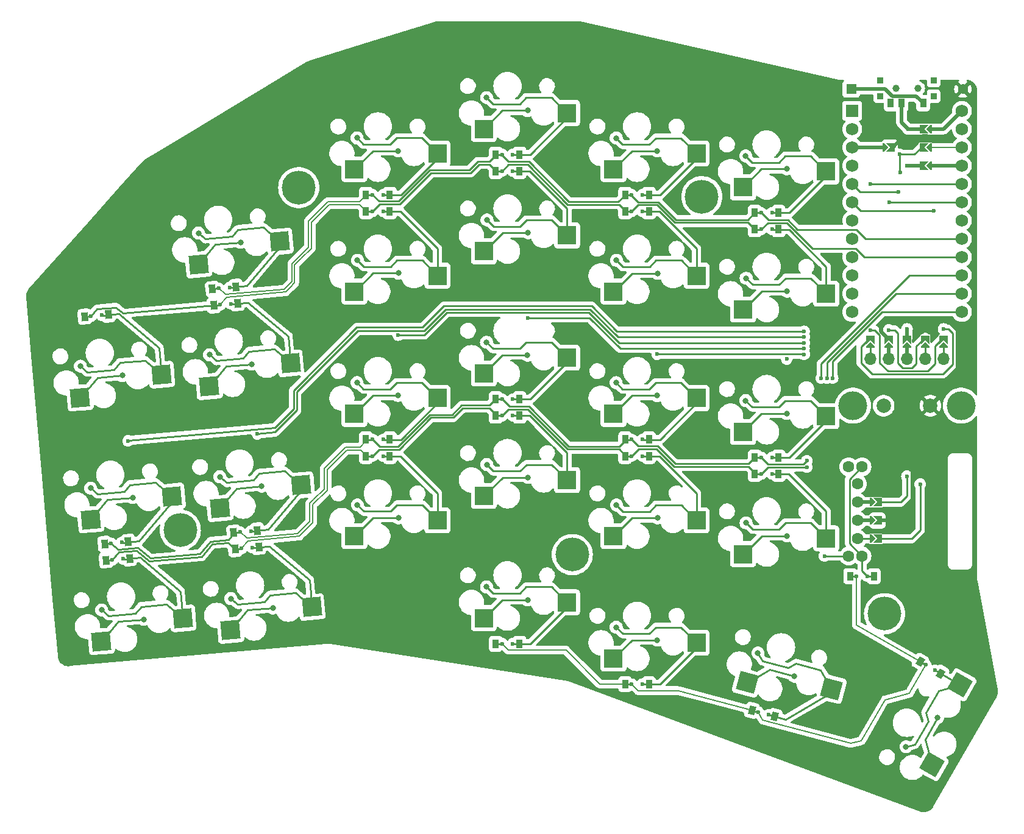
<source format=gtl>
%TF.GenerationSoftware,KiCad,Pcbnew,7.0.10-7.0.10~ubuntu22.04.1*%
%TF.CreationDate,2024-02-09T13:23:23+01:00*%
%TF.ProjectId,keyboard,6b657962-6f61-4726-942e-6b696361645f,v1.0.0*%
%TF.SameCoordinates,Original*%
%TF.FileFunction,Copper,L1,Top*%
%TF.FilePolarity,Positive*%
%FSLAX46Y46*%
G04 Gerber Fmt 4.6, Leading zero omitted, Abs format (unit mm)*
G04 Created by KiCad (PCBNEW 7.0.10-7.0.10~ubuntu22.04.1) date 2024-02-09 13:23:23*
%MOMM*%
%LPD*%
G01*
G04 APERTURE LIST*
G04 Aperture macros list*
%AMRotRect*
0 Rectangle, with rotation*
0 The origin of the aperture is its center*
0 $1 length*
0 $2 width*
0 $3 Rotation angle, in degrees counterclockwise*
0 Add horizontal line*
21,1,$1,$2,0,0,$3*%
%AMFreePoly0*
4,1,6,0.600000,0.200000,0.000000,-0.400000,-0.600000,0.200000,-0.600000,0.400000,0.600000,0.400000,0.600000,0.200000,0.600000,0.200000,$1*%
%AMFreePoly1*
4,1,6,0.600000,-0.250000,-0.600000,-0.250000,-0.600000,1.000000,0.000000,0.400000,0.600000,1.000000,0.600000,-0.250000,0.600000,-0.250000,$1*%
G04 Aperture macros list end*
%TA.AperFunction,SMDPad,CuDef*%
%ADD10R,0.900000X0.900000*%
%TD*%
%TA.AperFunction,WasherPad*%
%ADD11C,1.000000*%
%TD*%
%TA.AperFunction,SMDPad,CuDef*%
%ADD12R,0.900000X1.250000*%
%TD*%
%TA.AperFunction,SMDPad,CuDef*%
%ADD13R,2.600000X2.600000*%
%TD*%
%TA.AperFunction,SMDPad,CuDef*%
%ADD14R,0.900000X1.200000*%
%TD*%
%TA.AperFunction,ComponentPad*%
%ADD15C,0.600000*%
%TD*%
%TA.AperFunction,ComponentPad*%
%ADD16R,1.752600X1.752600*%
%TD*%
%TA.AperFunction,ComponentPad*%
%ADD17C,1.752600*%
%TD*%
%TA.AperFunction,SMDPad,CuDef*%
%ADD18RotRect,2.600000X2.600000X185.000000*%
%TD*%
%TA.AperFunction,ComponentPad*%
%ADD19C,4.700000*%
%TD*%
%TA.AperFunction,SMDPad,CuDef*%
%ADD20FreePoly0,270.000000*%
%TD*%
%TA.AperFunction,SMDPad,CuDef*%
%ADD21FreePoly1,270.000000*%
%TD*%
%TA.AperFunction,SMDPad,CuDef*%
%ADD22FreePoly0,90.000000*%
%TD*%
%TA.AperFunction,SMDPad,CuDef*%
%ADD23FreePoly1,90.000000*%
%TD*%
%TA.AperFunction,ComponentPad*%
%ADD24C,4.000000*%
%TD*%
%TA.AperFunction,SMDPad,CuDef*%
%ADD25FreePoly0,180.000000*%
%TD*%
%TA.AperFunction,SMDPad,CuDef*%
%ADD26FreePoly1,180.000000*%
%TD*%
%TA.AperFunction,SMDPad,CuDef*%
%ADD27RotRect,0.900000X1.200000X5.000000*%
%TD*%
%TA.AperFunction,ComponentPad*%
%ADD28R,1.400000X1.400000*%
%TD*%
%TA.AperFunction,ComponentPad*%
%ADD29C,1.400000*%
%TD*%
%TA.AperFunction,ComponentPad*%
%ADD30O,1.700000X1.700000*%
%TD*%
%TA.AperFunction,SMDPad,CuDef*%
%ADD31RotRect,0.900000X1.200000X345.000000*%
%TD*%
%TA.AperFunction,SMDPad,CuDef*%
%ADD32RotRect,2.600000X2.600000X240.000000*%
%TD*%
%TA.AperFunction,ComponentPad*%
%ADD33C,2.000000*%
%TD*%
%TA.AperFunction,ComponentPad*%
%ADD34C,1.600000*%
%TD*%
%TA.AperFunction,SMDPad,CuDef*%
%ADD35RotRect,2.600000X2.600000X165.000000*%
%TD*%
%TA.AperFunction,SMDPad,CuDef*%
%ADD36RotRect,0.900000X1.200000X330.000000*%
%TD*%
%TA.AperFunction,ViaPad*%
%ADD37C,0.800000*%
%TD*%
%TA.AperFunction,ViaPad*%
%ADD38C,0.600000*%
%TD*%
%TA.AperFunction,Conductor*%
%ADD39C,0.250000*%
%TD*%
%TA.AperFunction,Conductor*%
%ADD40C,0.200000*%
%TD*%
%TA.AperFunction,Conductor*%
%ADD41C,0.500000*%
%TD*%
G04 APERTURE END LIST*
D10*
%TO.P,T1,*%
%TO.N,*%
X160405700Y-53674001D03*
X160405700Y-55874001D03*
D11*
X162605700Y-54774001D03*
X165605700Y-54774001D03*
D10*
X167805700Y-53674001D03*
X167805700Y-55874001D03*
D12*
%TO.P,T1,1*%
%TO.N,switch_from*%
X166355700Y-56849001D03*
%TO.P,T1,2*%
%TO.N,RAW*%
X163355700Y-56849001D03*
%TO.P,T1,3*%
%TO.N,N/C*%
X161855700Y-56849001D03*
%TD*%
D13*
%TO.P,S20,1*%
%TO.N,row4*%
X123330692Y-83024008D03*
%TO.P,S20,2*%
%TO.N,index_top*%
X134880692Y-80824008D03*
%TD*%
D14*
%TO.P,D20,1*%
%TO.N,col1*%
X88955699Y-71874007D03*
D15*
X89855699Y-71874007D03*
%TO.P,D20,2*%
%TO.N,ring_top*%
X91355699Y-71874007D03*
D14*
X92255699Y-71874007D03*
%TD*%
%TO.P,D26,1*%
%TO.N,col1*%
X142955696Y-74374007D03*
D15*
X143855696Y-74374007D03*
%TO.P,D26,2*%
%TO.N,inner_top*%
X145355696Y-74374007D03*
D14*
X146255696Y-74374007D03*
%TD*%
D16*
%TO.P,MCU1,*%
%TO.N,RAW_P1*%
X156485688Y-57904005D03*
D17*
%TO.P,MCU1,1*%
X156485688Y-57904005D03*
%TO.P,MCU1,2*%
%TO.N,GND_P0*%
X156485688Y-60444005D03*
%TO.P,MCU1,3*%
%TO.N,RST_GND*%
X156485688Y-62984005D03*
%TO.P,MCU1,4*%
%TO.N,VCC_GND*%
X156485688Y-65524005D03*
%TO.P,MCU1,5*%
%TO.N,ENCA*%
X156485688Y-68064005D03*
%TO.P,MCU1,6*%
%TO.N,ENCB*%
X156485688Y-70604005D03*
%TO.P,MCU1,7*%
%TO.N,row0*%
X156485688Y-73144005D03*
%TO.P,MCU1,8*%
%TO.N,row1*%
X156485688Y-75684005D03*
%TO.P,MCU1,9*%
%TO.N,row2*%
X156485688Y-78224005D03*
%TO.P,MCU1,10*%
%TO.N,row3*%
X156485688Y-80764005D03*
%TO.P,MCU1,11*%
%TO.N,row4*%
X156485688Y-83304005D03*
%TO.P,MCU1,12*%
%TO.N,row5*%
X156485688Y-85844005D03*
%TO.P,MCU1,13*%
%TO.N,P1_RAW*%
X171725688Y-57904005D03*
%TO.P,MCU1,14*%
%TO.N,P0_GND*%
X171725688Y-60444005D03*
%TO.P,MCU1,15*%
%TO.N,GND_RST*%
X171725688Y-62984005D03*
%TO.P,MCU1,16*%
%TO.N,GND_VCC*%
X171725688Y-65524005D03*
%TO.P,MCU1,17*%
%TO.N,SDA*%
X171725688Y-68064005D03*
%TO.P,MCU1,18*%
%TO.N,SCL*%
X171725688Y-70604005D03*
%TO.P,MCU1,19*%
%TO.N,CS*%
X171725688Y-73144005D03*
%TO.P,MCU1,20*%
%TO.N,col0*%
X171725688Y-75684005D03*
%TO.P,MCU1,21*%
%TO.N,col1*%
X171725688Y-78224005D03*
%TO.P,MCU1,22*%
%TO.N,col2*%
X171725688Y-80764005D03*
%TO.P,MCU1,23*%
%TO.N,col3*%
X171725688Y-83304005D03*
%TO.P,MCU1,24*%
%TO.N,col4*%
X171725688Y-85844005D03*
%TD*%
D13*
%TO.P,S22,1*%
%TO.N,row5*%
X141330694Y-119524005D03*
%TO.P,S22,2*%
%TO.N,inner_bottom*%
X152880694Y-117324005D03*
%TD*%
D18*
%TO.P,S1,1*%
%TO.N,row0*%
X52192206Y-131635959D03*
%TO.P,S1,2*%
%TO.N,outer_bottom*%
X63506512Y-128437681D03*
%TD*%
D13*
%TO.P,S9,1*%
%TO.N,row2*%
X87330691Y-100024003D03*
%TO.P,S9,2*%
%TO.N,ring_home*%
X98880691Y-97824003D03*
%TD*%
D19*
%TO.P,_7,*%
%TO.N,*%
X117605698Y-119574006D03*
%TD*%
D14*
%TO.P,D19,1*%
%TO.N,col3*%
X88955691Y-105874011D03*
D15*
X89855691Y-105874011D03*
%TO.P,D19,2*%
%TO.N,ring_bottom*%
X91355691Y-105874011D03*
D14*
X92255691Y-105874011D03*
%TD*%
D20*
%TO.P,J11,1*%
%TO.N,P1_RAW*%
X167113699Y-60424006D03*
D21*
%TO.P,J11,2*%
%TO.N,RAW*%
X166097699Y-60424006D03*
%TD*%
D22*
%TO.P,J4,1*%
%TO.N,undef_ENCB*%
X159347687Y-117383996D03*
D23*
%TO.P,J4,2*%
%TO.N,ENCB*%
X160363687Y-117383996D03*
%TD*%
D14*
%TO.P,D9,1*%
%TO.N,col4*%
X124955694Y-137573999D03*
D15*
X125855694Y-137573999D03*
%TO.P,D9,2*%
%TO.N,index_mod*%
X127355694Y-137573999D03*
D14*
X128255694Y-137573999D03*
%TD*%
D19*
%TO.P,_6,*%
%TO.N,*%
X63161113Y-116171110D03*
%TD*%
D13*
%TO.P,S23,1*%
%TO.N,row5*%
X141330690Y-102524001D03*
%TO.P,S23,2*%
%TO.N,inner_home*%
X152880690Y-100324001D03*
%TD*%
D24*
%TO.P,_3,*%
%TO.N,*%
X171605691Y-98873997D03*
%TD*%
D18*
%TO.P,S2,1*%
%TO.N,row0*%
X50710567Y-114700648D03*
%TO.P,S2,2*%
%TO.N,outer_home*%
X62024873Y-111502370D03*
%TD*%
D19*
%TO.P,_4,*%
%TO.N,*%
X79605694Y-68574003D03*
%TD*%
D25*
%TO.P,J20,1*%
%TO.N,NN_CS_SDA*%
X169185693Y-90382002D03*
D26*
%TO.P,J20,2*%
%TO.N,SDA*%
X169185693Y-89366002D03*
%TD*%
D14*
%TO.P,D22,1*%
%TO.N,col1*%
X106955699Y-66264004D03*
D15*
X107855699Y-66264004D03*
%TO.P,D22,2*%
%TO.N,middle_top*%
X109355699Y-66264004D03*
D14*
X110255699Y-66264004D03*
%TD*%
D13*
%TO.P,S12,1*%
%TO.N,row1*%
X105330694Y-128414005D03*
%TO.P,S12,2*%
%TO.N,middle_mod*%
X116880694Y-126214005D03*
%TD*%
%TO.P,S24,1*%
%TO.N,row5*%
X141330702Y-85524002D03*
%TO.P,S24,2*%
%TO.N,inner_top*%
X152880702Y-83324002D03*
%TD*%
D14*
%TO.P,D4,1*%
%TO.N,col2*%
X88955699Y-103574005D03*
D15*
X89855699Y-103574005D03*
%TO.P,D4,2*%
%TO.N,ring_home*%
X91355699Y-103574005D03*
D14*
X92255699Y-103574005D03*
%TD*%
D19*
%TO.P,_8,*%
%TO.N,*%
X160984199Y-127797132D03*
%TD*%
D25*
%TO.P,J23,1*%
%TO.N,NN_SCL_GND*%
X161565699Y-90382000D03*
D26*
%TO.P,J23,2*%
%TO.N,GND*%
X161565699Y-89366000D03*
%TD*%
D20*
%TO.P,J13,1*%
%TO.N,GND_VCC*%
X167113698Y-65524002D03*
D21*
%TO.P,J13,2*%
%TO.N,VCC*%
X166097698Y-65524002D03*
%TD*%
D14*
%TO.P,D8,1*%
%TO.N,col0*%
X106955694Y-63964002D03*
D15*
X107855694Y-63964002D03*
%TO.P,D8,2*%
%TO.N,middle_num*%
X109355694Y-63964002D03*
D14*
X110255694Y-63964002D03*
%TD*%
D27*
%TO.P,D1,1*%
%TO.N,col2*%
X52638789Y-118095508D03*
D15*
X53535364Y-118017068D03*
%TO.P,D1,2*%
%TO.N,outer_home*%
X55029656Y-117886334D03*
D27*
X55926231Y-117807894D03*
%TD*%
D18*
%TO.P,S3,1*%
%TO.N,row0*%
X49228914Y-97765337D03*
%TO.P,S3,2*%
%TO.N,outer_top*%
X60543220Y-94567059D03*
%TD*%
D24*
%TO.P,_2,*%
%TO.N,*%
X156605701Y-98874007D03*
%TD*%
D13*
%TO.P,S10,1*%
%TO.N,row2*%
X87330696Y-83024001D03*
%TO.P,S10,2*%
%TO.N,ring_top*%
X98880696Y-80824001D03*
%TD*%
D28*
%TO.P,,1*%
%TO.N,switch_from*%
X156355698Y-54874006D03*
D29*
%TO.P,,2*%
%TO.N,GND*%
X171855698Y-54874006D03*
%TD*%
D18*
%TO.P,S6,1*%
%TO.N,row1*%
X67160422Y-96196533D03*
%TO.P,S6,2*%
%TO.N,pinky_top*%
X78474728Y-92998255D03*
%TD*%
D14*
%TO.P,D25,1*%
%TO.N,col3*%
X142955694Y-108374009D03*
D15*
X143855694Y-108374009D03*
%TO.P,D25,2*%
%TO.N,inner_bottom*%
X145355694Y-108374009D03*
D14*
X146255694Y-108374009D03*
%TD*%
%TO.P,D24,1*%
%TO.N,col1*%
X124955695Y-71874001D03*
D15*
X125855695Y-71874001D03*
%TO.P,D24,2*%
%TO.N,index_top*%
X127355695Y-71874001D03*
D14*
X128255695Y-71874001D03*
%TD*%
D13*
%TO.P,S16,1*%
%TO.N,row3*%
X105330697Y-60414005D03*
%TO.P,S16,2*%
%TO.N,middle_num*%
X116880697Y-58214005D03*
%TD*%
D30*
%TO.P,Nice!View1,1*%
%TO.N,NN_GND_SCL*%
X166645699Y-92374001D03*
%TO.N,NN_CS_SDA*%
X169185699Y-92374001D03*
%TO.P,Nice!View1,2*%
%TO.N,NN_VCC*%
X164105699Y-92374001D03*
%TO.P,Nice!View1,3*%
%TO.N,NN_SCL_GND*%
X161565699Y-92374001D03*
%TO.P,Nice!View1,4*%
%TO.N,NN_SDA_CS*%
X159025699Y-92374001D03*
%TD*%
D14*
%TO.P,D10,1*%
%TO.N,col2*%
X124955698Y-103574004D03*
D15*
X125855698Y-103574004D03*
%TO.P,D10,2*%
%TO.N,index_home*%
X127355698Y-103574004D03*
D14*
X128255698Y-103574004D03*
%TD*%
%TO.P,D28,1*%
%TO.N,col4*%
X156205696Y-122574004D03*
D15*
X157105696Y-122574004D03*
%TO.P,D28,2*%
%TO.N,scrollwheel_scrollwheel*%
X158605696Y-122574004D03*
D14*
X159505696Y-122574004D03*
%TD*%
D25*
%TO.P,J22,1*%
%TO.N,NN_VCC*%
X164105695Y-90382002D03*
D26*
%TO.P,J22,2*%
%TO.N,VCC*%
X164105695Y-89366002D03*
%TD*%
D18*
%TO.P,S5,1*%
%TO.N,row1*%
X68642067Y-113131839D03*
%TO.P,S5,2*%
%TO.N,pinky_home*%
X79956373Y-109933561D03*
%TD*%
D13*
%TO.P,S8,1*%
%TO.N,row2*%
X87330702Y-117024006D03*
%TO.P,S8,2*%
%TO.N,ring_bottom*%
X98880702Y-114824006D03*
%TD*%
D14*
%TO.P,D6,1*%
%TO.N,col4*%
X106955698Y-131963998D03*
D15*
X107855698Y-131963998D03*
%TO.P,D6,2*%
%TO.N,middle_mod*%
X109355698Y-131963998D03*
D14*
X110255698Y-131963998D03*
%TD*%
D31*
%TO.P,D14,1*%
%TO.N,col4*%
X142553138Y-141213247D03*
D15*
X143422472Y-141446184D03*
%TO.P,D14,2*%
%TO.N,layer_cluster*%
X144871360Y-141834412D03*
D31*
X145740694Y-142067349D03*
%TD*%
D22*
%TO.P,J14,1*%
%TO.N,RST_GND*%
X161097698Y-62974001D03*
D23*
%TO.P,J14,2*%
%TO.N,GND*%
X162113698Y-62974001D03*
%TD*%
D32*
%TO.P,S27,1*%
%TO.N,row4*%
X167605794Y-148764106D03*
%TO.P,S27,2*%
%TO.N,space_cluster*%
X171475538Y-137661513D03*
%TD*%
D25*
%TO.P,J21,1*%
%TO.N,NN_GND_SCL*%
X166645694Y-90382002D03*
D26*
%TO.P,J21,2*%
%TO.N,SCL*%
X166645694Y-89366002D03*
%TD*%
D14*
%TO.P,D23,1*%
%TO.N,col3*%
X124955695Y-105874000D03*
D15*
X125855695Y-105874000D03*
%TO.P,D23,2*%
%TO.N,index_bottom*%
X127355695Y-105874000D03*
D14*
X128255695Y-105874000D03*
%TD*%
%TO.P,D12,1*%
%TO.N,col2*%
X142955701Y-106074002D03*
D15*
X143855701Y-106074002D03*
%TO.P,D12,2*%
%TO.N,inner_home*%
X145355701Y-106074002D03*
D14*
X146255701Y-106074002D03*
%TD*%
D13*
%TO.P,S19,1*%
%TO.N,row4*%
X123330699Y-100024005D03*
%TO.P,S19,2*%
%TO.N,index_home*%
X134880699Y-97824005D03*
%TD*%
%TO.P,S14,1*%
%TO.N,row3*%
X105330694Y-94414004D03*
%TO.P,S14,2*%
%TO.N,middle_home*%
X116880694Y-92214004D03*
%TD*%
%TO.P,S13,1*%
%TO.N,row3*%
X105330698Y-111414004D03*
%TO.P,S13,2*%
%TO.N,middle_bottom*%
X116880698Y-109214004D03*
%TD*%
D22*
%TO.P,J5,1*%
%TO.N,ENCA_GND*%
X159347696Y-114844003D03*
D23*
%TO.P,J5,2*%
%TO.N,GND*%
X160363696Y-114844003D03*
%TD*%
D22*
%TO.P,J6,1*%
%TO.N,GND_ENCA*%
X159347698Y-112304005D03*
D23*
%TO.P,J6,2*%
%TO.N,ENCA*%
X160363698Y-112304005D03*
%TD*%
D13*
%TO.P,S18,1*%
%TO.N,row4*%
X123330698Y-117024008D03*
%TO.P,S18,2*%
%TO.N,index_bottom*%
X134880698Y-114824008D03*
%TD*%
D33*
%TO.P,_1,1*%
%TO.N,RST*%
X160855690Y-98874000D03*
%TO.P,_1,2*%
%TO.N,GND*%
X167355690Y-98874000D03*
%TD*%
D27*
%TO.P,D16,1*%
%TO.N,col1*%
X49875945Y-86516140D03*
D15*
X50772520Y-86437700D03*
%TO.P,D16,2*%
%TO.N,outer_top*%
X52266812Y-86306966D03*
D27*
X53163387Y-86228526D03*
%TD*%
D20*
%TO.P,J12,1*%
%TO.N,GND_RST*%
X167113695Y-62974005D03*
D21*
%TO.P,J12,2*%
%TO.N,RST*%
X166097695Y-62974005D03*
%TD*%
D25*
%TO.P,J24,1*%
%TO.N,NN_SDA_CS*%
X159025697Y-90382007D03*
D26*
%TO.P,J24,2*%
%TO.N,CS*%
X159025697Y-89366007D03*
%TD*%
D27*
%TO.P,D17,1*%
%TO.N,col3*%
X70770747Y-118817960D03*
D15*
X71667322Y-118739520D03*
%TO.P,D17,2*%
%TO.N,pinky_bottom*%
X73161614Y-118608786D03*
D27*
X74058189Y-118530346D03*
%TD*%
D14*
%TO.P,D13,1*%
%TO.N,col0*%
X142955702Y-72074001D03*
D15*
X143855702Y-72074001D03*
%TO.P,D13,2*%
%TO.N,inner_num*%
X145355702Y-72074001D03*
D14*
X146255702Y-72074001D03*
%TD*%
D34*
%TO.P,REF\u002A\u002A,A*%
%TO.N,ENCB_undef*%
X157230689Y-109764005D03*
%TO.P,REF\u002A\u002A,B*%
%TO.N,GND_ENCA*%
X157230689Y-112304005D03*
%TO.P,REF\u002A\u002A,C*%
%TO.N,ENCA_GND*%
X157230689Y-114844005D03*
%TO.P,REF\u002A\u002A,D*%
%TO.N,undef_ENCB*%
X157230689Y-117384005D03*
%TO.P,REF\u002A\u002A,S1*%
%TO.N,row5*%
X156005689Y-107374005D03*
X156005689Y-119774005D03*
%TO.P,REF\u002A\u002A,S2*%
%TO.N,scrollwheel_scrollwheel*%
X157855689Y-107374005D03*
X157855689Y-119774005D03*
%TD*%
D13*
%TO.P,S15,1*%
%TO.N,row3*%
X105330698Y-77414005D03*
%TO.P,S15,2*%
%TO.N,middle_top*%
X116880698Y-75214005D03*
%TD*%
%TO.P,S21,1*%
%TO.N,row4*%
X123330690Y-66024001D03*
%TO.P,S21,2*%
%TO.N,index_num*%
X134880690Y-63824001D03*
%TD*%
D27*
%TO.P,D15,1*%
%TO.N,col3*%
X52839240Y-120386761D03*
D15*
X53735815Y-120308321D03*
%TO.P,D15,2*%
%TO.N,outer_bottom*%
X55230107Y-120177587D03*
D27*
X56126682Y-120099147D03*
%TD*%
D13*
%TO.P,S11,1*%
%TO.N,row2*%
X87330698Y-66024002D03*
%TO.P,S11,2*%
%TO.N,ring_num*%
X98880698Y-63824002D03*
%TD*%
D27*
%TO.P,D2,1*%
%TO.N,col2*%
X70570285Y-116526704D03*
D15*
X71466860Y-116448264D03*
%TO.P,D2,2*%
%TO.N,pinky_home*%
X72961152Y-116317530D03*
D27*
X73857727Y-116239090D03*
%TD*%
D35*
%TO.P,S26,1*%
%TO.N,row3*%
X141902321Y-137363634D03*
%TO.P,S26,2*%
%TO.N,layer_cluster*%
X153628166Y-138227957D03*
%TD*%
D27*
%TO.P,D3,1*%
%TO.N,col0*%
X67606995Y-82656078D03*
D15*
X68503570Y-82577638D03*
%TO.P,D3,2*%
%TO.N,pinky_num*%
X69997862Y-82446904D03*
D27*
X70894437Y-82368464D03*
%TD*%
D18*
%TO.P,S7,1*%
%TO.N,row1*%
X65678781Y-79261222D03*
%TO.P,S7,2*%
%TO.N,pinky_num*%
X76993087Y-76062944D03*
%TD*%
D36*
%TO.P,D27,1*%
%TO.N,col4*%
X165932968Y-134461509D03*
D15*
X166712391Y-134911509D03*
%TO.P,D27,2*%
%TO.N,space_cluster*%
X168011429Y-135661509D03*
D36*
X168790852Y-136111509D03*
%TD*%
D13*
%TO.P,S25,1*%
%TO.N,row5*%
X141330694Y-68524002D03*
%TO.P,S25,2*%
%TO.N,inner_num*%
X152880694Y-66324002D03*
%TD*%
D14*
%TO.P,D21,1*%
%TO.N,col3*%
X106955700Y-100264000D03*
D15*
X107855700Y-100264000D03*
%TO.P,D21,2*%
%TO.N,middle_bottom*%
X109355700Y-100264000D03*
D14*
X110255700Y-100264000D03*
%TD*%
D18*
%TO.P,S4,1*%
%TO.N,row1*%
X70123724Y-130067151D03*
%TO.P,S4,2*%
%TO.N,pinky_bottom*%
X81438030Y-126868873D03*
%TD*%
D13*
%TO.P,S17,1*%
%TO.N,row2*%
X123330699Y-134023999D03*
%TO.P,S17,2*%
%TO.N,index_mod*%
X134880699Y-131823999D03*
%TD*%
D19*
%TO.P,_5,*%
%TO.N,*%
X135605700Y-69823998D03*
%TD*%
D14*
%TO.P,D11,1*%
%TO.N,col0*%
X124955699Y-69574006D03*
D15*
X125855699Y-69574006D03*
%TO.P,D11,2*%
%TO.N,index_num*%
X127355699Y-69574006D03*
D14*
X128255699Y-69574006D03*
%TD*%
%TO.P,D5,1*%
%TO.N,col0*%
X88955704Y-69574007D03*
D15*
X89855704Y-69574007D03*
%TO.P,D5,2*%
%TO.N,ring_num*%
X91355704Y-69574007D03*
D14*
X92255704Y-69574007D03*
%TD*%
%TO.P,D7,1*%
%TO.N,col2*%
X106955698Y-97964002D03*
D15*
X107855698Y-97964002D03*
%TO.P,D7,2*%
%TO.N,middle_home*%
X109355698Y-97964002D03*
D14*
X110255698Y-97964002D03*
%TD*%
D27*
%TO.P,D18,1*%
%TO.N,col1*%
X67807446Y-84947330D03*
D15*
X68704021Y-84868890D03*
%TO.P,D18,2*%
%TO.N,pinky_top*%
X70198313Y-84738156D03*
D27*
X71094888Y-84659716D03*
%TD*%
D37*
%TO.N,row0*%
X58072190Y-128565807D03*
D38*
X55910798Y-103771377D03*
D37*
X56538542Y-111635038D03*
X55116482Y-94692315D03*
D38*
X149810000Y-88540000D03*
D37*
%TO.N,outer_bottom*%
X52236998Y-127269422D03*
%TO.N,outer_home*%
X50703370Y-110338672D03*
%TO.N,outer_top*%
X49281299Y-93395943D03*
%TO.N,row1*%
X71523444Y-76181910D03*
X74479141Y-110055397D03*
X76012787Y-126986155D03*
X73057077Y-93112679D03*
D38*
X73852574Y-102803967D03*
X149824991Y-89339362D03*
D37*
X111398268Y-125862756D03*
%TO.N,pinky_bottom*%
X70177591Y-125689799D03*
%TO.N,pinky_home*%
X68643953Y-108759033D03*
%TO.N,pinky_top*%
X67221880Y-91816303D03*
%TO.N,pinky_num*%
X65688256Y-74885552D03*
D38*
%TO.N,row2*%
X149822701Y-90138861D03*
D37*
X93464431Y-80468909D03*
D38*
X93412242Y-89070851D03*
D37*
X93412243Y-63468899D03*
X93404443Y-97471104D03*
X129403585Y-131472764D03*
X93456628Y-114471087D03*
%TO.N,ring_bottom*%
X87756628Y-112671093D03*
%TO.N,ring_home*%
X87704434Y-95671093D03*
%TO.N,ring_top*%
X87764435Y-78668915D03*
%TO.N,ring_num*%
X87712245Y-61668909D03*
%TO.N,middle_mod*%
X105698269Y-124062770D03*
%TO.N,row3*%
X111402251Y-57858912D03*
X148431328Y-136475014D03*
D38*
X111402249Y-86670853D03*
X149807796Y-90938224D03*
D37*
X111446622Y-108861100D03*
X111454434Y-74858901D03*
X111394434Y-91861089D03*
%TO.N,middle_bottom*%
X105746629Y-107061099D03*
%TO.N,middle_home*%
X105694439Y-90061092D03*
%TO.N,middle_top*%
X105754431Y-73058913D03*
%TO.N,middle_num*%
X105702247Y-56058899D03*
%TO.N,index_mod*%
X123703591Y-129672756D03*
%TO.N,row4*%
X168373565Y-142247284D03*
X129394431Y-97481094D03*
X129454442Y-80478907D03*
X129446617Y-114481099D03*
D38*
X129402240Y-91730000D03*
D37*
X129402244Y-63478912D03*
D38*
X149810140Y-91737723D03*
D37*
%TO.N,index_bottom*%
X123746621Y-112681091D03*
%TO.N,index_home*%
X123694439Y-95681096D03*
%TO.N,index_top*%
X123754433Y-78678911D03*
%TO.N,index_num*%
X123702244Y-61678902D03*
%TO.N,row5*%
X147402246Y-65968903D03*
X147394427Y-99971094D03*
D38*
X152640000Y-119760000D03*
D37*
X147446622Y-116971097D03*
D38*
X147402245Y-92390000D03*
D37*
X147454428Y-82968910D03*
%TO.N,inner_bottom*%
X141746622Y-115171085D03*
%TO.N,inner_home*%
X141694424Y-98171096D03*
%TO.N,inner_top*%
X141754443Y-81168908D03*
%TO.N,inner_num*%
X141702249Y-64168900D03*
%TO.N,layer_cluster*%
X143391422Y-133261081D03*
%TO.N,space_cluster*%
X163964733Y-146283631D03*
D38*
%TO.N,col2*%
X152182074Y-95050000D03*
X150182074Y-106539726D03*
%TO.N,col4*%
X153782077Y-95060000D03*
%TO.N,col3*%
X150182073Y-107424000D03*
X152982071Y-95060000D03*
%TO.N,ENCB*%
X167834719Y-71787054D03*
X165934720Y-109787054D03*
%TO.N,GND*%
X152360000Y-63320000D03*
X130920000Y-70200000D03*
X94910000Y-71330000D03*
X55690000Y-84740000D03*
X71590000Y-73130000D03*
X60970000Y-121430000D03*
X77560000Y-118420000D03*
X130980000Y-104280000D03*
X129930000Y-124260000D03*
X57530000Y-86990000D03*
X148920000Y-72710000D03*
X101370000Y-97630000D03*
X160060000Y-138820000D03*
X94940000Y-105390000D03*
X74320000Y-84420000D03*
X134090000Y-108450000D03*
X148640000Y-93540000D03*
X156200000Y-92710000D03*
X112520000Y-120670000D03*
X165109716Y-61987055D03*
X149750000Y-108740000D03*
X57150000Y-104860000D03*
X98010000Y-118880000D03*
X112610000Y-98590000D03*
X58450000Y-118180000D03*
X76660000Y-116050000D03*
X164834717Y-112287051D03*
X163840000Y-107120000D03*
X113050000Y-64560000D03*
X166645690Y-87087053D03*
X101580000Y-64630000D03*
X128590000Y-121890000D03*
X163260000Y-137820000D03*
X74850000Y-100920000D03*
X110160000Y-115700000D03*
X151370000Y-130100000D03*
%TO.N,ENCA*%
X162934722Y-69187057D03*
X164085236Y-108687050D03*
%TO.N,SDA*%
X159034727Y-68087055D03*
X159025695Y-88362049D03*
%TO.N,SCL*%
X161609719Y-70587055D03*
X161565695Y-88362058D03*
%TO.N,CS*%
X169185699Y-88212049D03*
%TO.N,RAW*%
X164271677Y-60424008D03*
%TO.N,RST*%
X163159723Y-66487053D03*
X163109712Y-63962054D03*
%TO.N,VCC*%
X164105697Y-88212060D03*
X164109718Y-65537050D03*
%TD*%
D39*
%TO.N,row0*%
X55958314Y-103714750D02*
X55910798Y-103771377D01*
X120296094Y-85034997D02*
X99785817Y-85034998D01*
X149790000Y-88520000D02*
X123781097Y-88520000D01*
X76300945Y-101935000D02*
X55958314Y-103714750D01*
X99785817Y-85034998D02*
X96824967Y-87995849D01*
X53047504Y-111940461D02*
X50712969Y-114722655D01*
X96824967Y-87995849D02*
X87661357Y-87995851D01*
X149810000Y-88540000D02*
X149790000Y-88520000D01*
X55116482Y-94692315D02*
X51625445Y-94997750D01*
X79829684Y-95806259D02*
X78900949Y-96734997D01*
X79850949Y-95806258D02*
X79829684Y-95806259D01*
X78900945Y-99334997D02*
X76300945Y-101935000D01*
X51625445Y-94997750D02*
X49290894Y-97779937D01*
X87661357Y-87995851D02*
X79850949Y-95806258D01*
X56538542Y-111635038D02*
X53047504Y-111940461D01*
X78900949Y-96734997D02*
X78900945Y-99334997D01*
X54581140Y-128871225D02*
X52246617Y-131653428D01*
X123781097Y-88520000D02*
X120296094Y-85034997D01*
X58072190Y-128565807D02*
X54581140Y-128871225D01*
%TO.N,outer_bottom*%
X57589182Y-119993414D02*
X63178542Y-124683448D01*
X56129090Y-120121155D02*
X57589182Y-119993414D01*
X63560920Y-128455138D02*
X61212059Y-126484206D01*
X61212059Y-126484206D02*
X57716073Y-126790075D01*
X57716073Y-126790075D02*
X56897929Y-127765089D01*
X63178542Y-124683448D02*
X63508930Y-128459691D01*
X56897929Y-127765089D02*
X53212019Y-128087568D01*
X55232511Y-120199601D02*
X56129090Y-120121155D01*
X53212019Y-128087568D02*
X52236998Y-127269422D01*
%TO.N,outer_home*%
X56182431Y-109859308D02*
X55364303Y-110834325D01*
X62027282Y-111524386D02*
X62084309Y-112176274D01*
X57452192Y-117696611D02*
X55928626Y-117829906D01*
X62084309Y-112176274D02*
X57452192Y-117696611D01*
X55928626Y-117829906D02*
X55032043Y-117908348D01*
X51678385Y-111156804D02*
X50703370Y-110338672D01*
X55364303Y-110834325D02*
X51678385Y-111156804D01*
X59678403Y-109553457D02*
X56182431Y-109859308D01*
X62027282Y-111524386D02*
X59678403Y-109553457D01*
%TO.N,outer_top*%
X60222838Y-90809969D02*
X60553207Y-94586211D01*
X60605203Y-94581662D02*
X58256350Y-92610725D01*
X53942228Y-93891608D02*
X50256301Y-94214092D01*
X50256301Y-94214092D02*
X49281299Y-93395943D01*
X53173374Y-86247680D02*
X54633477Y-86119943D01*
X52276800Y-86326116D02*
X53173374Y-86247680D01*
X54760360Y-92916594D02*
X53942228Y-93891608D01*
X54633477Y-86119943D02*
X60222838Y-90809969D01*
X58256350Y-92610725D02*
X54760360Y-92916594D01*
%TO.N,row1*%
X79419143Y-96853196D02*
X79350944Y-96921393D01*
X79440406Y-96853195D02*
X79419143Y-96853196D01*
X99972214Y-85484995D02*
X97011359Y-88445852D01*
X87847750Y-88445850D02*
X79440406Y-96853195D01*
X97011359Y-88445852D02*
X87847750Y-88445850D01*
X73057077Y-93112679D02*
X69566033Y-93418106D01*
X123984704Y-89360000D02*
X120109702Y-85484998D01*
X74479141Y-110055397D02*
X70988100Y-110360823D01*
X71523444Y-76181910D02*
X68032404Y-76487335D01*
X111398268Y-125862756D02*
X107893894Y-125862769D01*
X72521731Y-127291587D02*
X70187198Y-130073796D01*
X79350944Y-96921393D02*
X79350950Y-99521392D01*
X79350950Y-99521392D02*
X76312841Y-102559503D01*
X69566033Y-93418106D02*
X67231493Y-96200311D01*
X68032404Y-76487335D02*
X65697848Y-79269539D01*
X107893894Y-125862769D02*
X105325756Y-128430906D01*
X73879033Y-102772434D02*
X73852574Y-102803967D01*
X76012787Y-126986155D02*
X72521731Y-127291587D01*
X149824991Y-89339362D02*
X149804353Y-89360000D01*
X120109702Y-85484998D02*
X99972214Y-85484995D01*
X149804353Y-89360000D02*
X123984704Y-89360000D01*
X76312841Y-102559503D02*
X73879033Y-102772434D01*
X70988100Y-110360823D02*
X68653551Y-113143022D01*
%TO.N,pinky_bottom*%
X81119140Y-123103817D02*
X81449518Y-126880051D01*
X79152643Y-124904586D02*
X75656660Y-125210435D01*
X73173104Y-118619950D02*
X74069688Y-118541526D01*
X81501501Y-126875512D02*
X79152643Y-124904586D01*
X75656660Y-125210435D02*
X74838542Y-126185456D01*
X75529772Y-118413775D02*
X81119140Y-123103817D01*
X71152607Y-126507929D02*
X70177591Y-125689799D01*
X74838542Y-126185456D02*
X71152607Y-126507929D01*
X74069688Y-118541526D02*
X75529772Y-118413775D01*
%TO.N,pinky_home*%
X74123027Y-108279685D02*
X73304904Y-109254685D01*
X80024906Y-110596626D02*
X75392785Y-116116981D01*
X79967857Y-109944745D02*
X80024906Y-110596626D01*
X75392785Y-116116981D02*
X73869220Y-116250274D01*
X73304904Y-109254685D02*
X69618971Y-109577169D01*
X77619003Y-107973816D02*
X74123027Y-108279685D01*
X79967857Y-109944745D02*
X77619003Y-107973816D01*
X69618971Y-109577169D02*
X68643953Y-108759033D01*
X73869220Y-116250274D02*
X72972647Y-116328718D01*
%TO.N,pinky_top*%
X76196936Y-91031097D02*
X72700959Y-91336962D01*
X72574079Y-84540300D02*
X78163433Y-89230338D01*
X72700959Y-91336962D02*
X71882831Y-92311975D01*
X68196910Y-92634448D02*
X67221880Y-91816303D01*
X78545790Y-93002029D02*
X76196936Y-91031097D01*
X71113977Y-84668032D02*
X72574079Y-84540300D01*
X78163433Y-89230338D02*
X78493804Y-93006575D01*
X70217408Y-84746478D02*
X71113977Y-84668032D01*
X71882831Y-92311975D02*
X68196910Y-92634448D01*
%TO.N,pinky_num*%
X77012165Y-76071258D02*
X74663304Y-74100336D01*
X77069196Y-76723152D02*
X72437071Y-82243506D01*
X66663261Y-75703694D02*
X65688256Y-74885552D01*
X72437071Y-82243506D02*
X70913518Y-82376787D01*
X77012165Y-76071258D02*
X77069196Y-76723152D01*
X70349185Y-75381210D02*
X66663261Y-75703694D01*
X70913518Y-82376787D02*
X70016942Y-82455231D01*
X74663304Y-74100336D02*
X71167327Y-74406192D01*
X71167327Y-74406192D02*
X70349185Y-75381210D01*
%TO.N,row2*%
X100158610Y-85934998D02*
X97022757Y-89070849D01*
X119923304Y-85934998D02*
X100158610Y-85934998D01*
X93412243Y-63468899D02*
X89907861Y-63468895D01*
X89907861Y-63468895D02*
X87339719Y-66037047D01*
X125899210Y-131472767D02*
X123331060Y-134040910D01*
X97022757Y-89070849D02*
X93412242Y-89070851D01*
X89952253Y-114471106D02*
X87384105Y-117039241D01*
X149821562Y-90140000D02*
X124128306Y-90140000D01*
X89960056Y-80468912D02*
X87391903Y-83037059D01*
X93404443Y-97471104D02*
X89900054Y-97471098D01*
X129403585Y-131472764D02*
X125899210Y-131472767D01*
X124128306Y-90140000D02*
X119923304Y-85934998D01*
X89900054Y-97471098D02*
X87331926Y-100039243D01*
X93456628Y-114471087D02*
X89952253Y-114471106D01*
X149822701Y-90138861D02*
X149821562Y-90140000D01*
X93464431Y-80468909D02*
X89960056Y-80468912D01*
%TO.N,ring_bottom*%
X98881916Y-111048573D02*
X98881903Y-114839245D01*
X93722570Y-105889238D02*
X98881916Y-111048573D01*
X92356624Y-113571099D02*
X88656633Y-113571106D01*
X98934101Y-114839234D02*
X96765965Y-112671091D01*
X93256629Y-112671086D02*
X92356624Y-113571099D01*
X91356909Y-105889247D02*
X92256910Y-105889241D01*
X96765965Y-112671091D02*
X93256629Y-112671086D01*
X92256910Y-105889241D02*
X93722570Y-105889238D01*
X88656633Y-113571106D02*
X87756628Y-112671093D01*
%TO.N,ring_home*%
X93786291Y-103589239D02*
X92256909Y-103589247D01*
X88604424Y-96571102D02*
X87704434Y-95671093D01*
X98881912Y-98493625D02*
X93786291Y-103589239D01*
X92304436Y-96571099D02*
X88604424Y-96571102D01*
X96713766Y-95671097D02*
X93204429Y-95671095D01*
X93204429Y-95671095D02*
X92304436Y-96571099D01*
X98881907Y-97839244D02*
X98881912Y-98493625D01*
X98881907Y-97839244D02*
X96713766Y-95671097D01*
X92256909Y-103589247D02*
X91356912Y-103589242D01*
%TO.N,ring_top*%
X92264711Y-71887054D02*
X93730386Y-71887054D01*
X93264426Y-78668910D02*
X92364426Y-79568910D01*
X92364426Y-79568910D02*
X88664431Y-79568904D01*
X91364724Y-71887060D02*
X92264711Y-71887054D01*
X98941912Y-80837042D02*
X96773765Y-78668910D01*
X88664431Y-79568904D02*
X87764435Y-78668915D01*
X96773765Y-78668910D02*
X93264426Y-78668910D01*
X93730386Y-71887054D02*
X98889723Y-77046383D01*
X98889723Y-77046383D02*
X98889731Y-80837050D01*
%TO.N,ring_num*%
X98889720Y-63837061D02*
X96721573Y-61668909D01*
X92264722Y-69587053D02*
X91364722Y-69587056D01*
X98889722Y-64491437D02*
X93794104Y-69587068D01*
X93794104Y-69587068D02*
X92264722Y-69587053D01*
X93212246Y-61668911D02*
X92312245Y-62568901D01*
X98889720Y-63837061D02*
X98889722Y-64491437D01*
X96721573Y-61668909D02*
X93212246Y-61668911D01*
X88612252Y-62568904D02*
X87712245Y-61668909D01*
X92312245Y-62568901D02*
X88612252Y-62568904D01*
%TO.N,middle_mod*%
X116875751Y-126230900D02*
X116875748Y-126885291D01*
X116875751Y-126230900D02*
X114707601Y-124062755D01*
X116875748Y-126885291D02*
X111780123Y-131980906D01*
X110250745Y-131980908D02*
X109350755Y-131980909D01*
X111198274Y-124062759D02*
X110298265Y-124962756D01*
X110298265Y-124962756D02*
X106598278Y-124962753D01*
X114707601Y-124062755D02*
X111198274Y-124062759D01*
X111780123Y-131980906D02*
X110250745Y-131980908D01*
X106598278Y-124962753D02*
X105698269Y-124062770D01*
%TO.N,row3*%
X107890065Y-91861098D02*
X105321916Y-94429245D01*
X124281906Y-90930000D02*
X120022753Y-86670847D01*
X111454434Y-74858901D02*
X107950056Y-74858905D01*
X111394434Y-91861089D02*
X107890065Y-91861098D01*
X107942243Y-108861089D02*
X105374097Y-111429248D01*
X107897859Y-57858909D02*
X105329720Y-60427056D01*
X148431328Y-136475014D02*
X145046369Y-135568011D01*
X107950056Y-74858905D02*
X105381907Y-77427052D01*
X149799572Y-90930000D02*
X124281906Y-90930000D01*
X120022753Y-86670847D02*
X111402249Y-86670853D01*
X149807796Y-90938224D02*
X149799572Y-90930000D01*
X111446622Y-108861100D02*
X107942243Y-108861089D01*
X111402251Y-57858912D02*
X107897859Y-57858909D01*
X145046369Y-135568011D02*
X141901034Y-137383972D01*
%TO.N,middle_bottom*%
X111712584Y-100279237D02*
X116871909Y-105438573D01*
X111246624Y-107061098D02*
X110346619Y-107961098D01*
X110346619Y-107961098D02*
X106646630Y-107961096D01*
X116924089Y-109229248D02*
X114755950Y-107061091D01*
X110246913Y-100279247D02*
X111712584Y-100279237D01*
X116871909Y-105438573D02*
X116871902Y-109229233D01*
X114755950Y-107061091D02*
X111246624Y-107061098D01*
X109346911Y-100279251D02*
X110246913Y-100279247D01*
X106646630Y-107961096D02*
X105746629Y-107061099D01*
%TO.N,middle_home*%
X110246905Y-97979240D02*
X109346897Y-97979235D01*
X114703754Y-90061095D02*
X111194442Y-90061092D01*
X116871905Y-92229243D02*
X114703754Y-90061095D01*
X110294437Y-90961090D02*
X106594436Y-90961104D01*
X116871908Y-92883614D02*
X111776298Y-97979240D01*
X111776298Y-97979240D02*
X110246905Y-97979240D01*
X111194442Y-90061092D02*
X110294437Y-90961090D01*
X106594436Y-90961104D02*
X105694439Y-90061092D01*
X116871905Y-92229243D02*
X116871908Y-92883614D01*
%TO.N,middle_top*%
X116879715Y-71436390D02*
X116879715Y-75227059D01*
X106654437Y-73958906D02*
X105754431Y-73058913D01*
X110354443Y-73958900D02*
X106654437Y-73958906D01*
X109354715Y-66277058D02*
X110254726Y-66277060D01*
X110254726Y-66277060D02*
X111720390Y-66277053D01*
X116931904Y-75227049D02*
X114763766Y-73058904D01*
X114763766Y-73058904D02*
X111254448Y-73058908D01*
X111254448Y-73058908D02*
X110354443Y-73958900D01*
X111720390Y-66277053D02*
X116879715Y-71436390D01*
%TO.N,middle_num*%
X111202239Y-56058908D02*
X110302240Y-56958912D01*
X106602234Y-56958901D02*
X105702247Y-56058899D01*
X116879726Y-58881429D02*
X111784099Y-63977052D01*
X110254724Y-63977057D02*
X109354736Y-63977055D01*
X116879715Y-58227054D02*
X114711571Y-56058906D01*
X111784099Y-63977052D02*
X110254724Y-63977057D01*
X116879715Y-58227054D02*
X116879726Y-58881429D01*
X114711571Y-56058906D02*
X111202239Y-56058908D01*
X110302240Y-56958912D02*
X106602234Y-56958901D01*
%TO.N,index_mod*%
X128256061Y-137590903D02*
X127356063Y-137590905D01*
X124603584Y-130572748D02*
X123703591Y-129672756D01*
X129203592Y-129672758D02*
X128303586Y-130572761D01*
X128303586Y-130572761D02*
X124603584Y-130572748D01*
X134881072Y-131840907D02*
X134881058Y-132495283D01*
X134881058Y-132495283D02*
X129785439Y-137590909D01*
X132712911Y-129672753D02*
X129203592Y-129672758D01*
X134881072Y-131840907D02*
X132712911Y-129672753D01*
X129785439Y-137590909D02*
X128256061Y-137590903D01*
%TO.N,row4*%
X129446617Y-114481099D02*
X125942241Y-114481096D01*
X129402244Y-63478912D02*
X125897871Y-63478911D01*
X125950064Y-80478908D02*
X123381907Y-83047057D01*
X125890036Y-97481096D02*
X123321911Y-100049239D01*
X168373565Y-142247284D02*
X166621374Y-145282164D01*
X149802417Y-91730000D02*
X149810140Y-91737723D01*
X125897871Y-63478911D02*
X123329719Y-66047057D01*
X125942241Y-114481096D02*
X123374095Y-117049245D01*
X129394431Y-97481094D02*
X125890036Y-97481096D01*
X129454442Y-80478907D02*
X125950064Y-80478908D01*
X166621374Y-145282164D02*
X167561384Y-148790310D01*
X129402240Y-91730000D02*
X149802417Y-91730000D01*
%TO.N,index_bottom*%
X124646630Y-113581095D02*
X123746621Y-112681091D01*
X129712569Y-105899240D02*
X134871911Y-111058576D01*
X132755949Y-112681099D02*
X129246622Y-112681095D01*
X128246908Y-105899236D02*
X129712569Y-105899240D01*
X128346611Y-113581095D02*
X124646630Y-113581095D01*
X129246622Y-112681095D02*
X128346611Y-113581095D01*
X134924105Y-114849238D02*
X132755949Y-112681099D01*
X134871911Y-111058576D02*
X134871905Y-114849244D01*
X127346911Y-105899243D02*
X128246908Y-105899236D01*
%TO.N,index_home*%
X129776281Y-103599237D02*
X128246910Y-103599240D01*
X128294432Y-96581093D02*
X124594437Y-96581093D01*
X134871915Y-97849238D02*
X132703761Y-95681103D01*
X124594437Y-96581093D02*
X123694439Y-95681096D01*
X134871915Y-97849238D02*
X134871900Y-98503621D01*
X134871900Y-98503621D02*
X129776281Y-103599237D01*
X129194437Y-95681096D02*
X128294432Y-96581093D01*
X128246910Y-103599240D02*
X127346905Y-103599245D01*
X132703761Y-95681103D02*
X129194437Y-95681096D01*
%TO.N,index_top*%
X127354727Y-71897046D02*
X128254730Y-71897053D01*
X129720383Y-71897053D02*
X134879723Y-77056379D01*
X128354434Y-79578904D02*
X124654422Y-79578911D01*
X134931902Y-80847052D02*
X132763770Y-78678904D01*
X132763770Y-78678904D02*
X129254422Y-78678912D01*
X129254422Y-78678912D02*
X128354434Y-79578904D01*
X134879723Y-77056379D02*
X134879731Y-80847057D01*
X124654422Y-79578911D02*
X123754433Y-78678911D01*
X128254730Y-71897053D02*
X129720383Y-71897053D01*
%TO.N,index_num*%
X129784097Y-69597051D02*
X128254717Y-69597057D01*
X134879728Y-63847057D02*
X132711587Y-61678904D01*
X134879728Y-63847057D02*
X134879729Y-64501435D01*
X134879729Y-64501435D02*
X129784097Y-69597051D01*
X124602253Y-62578921D02*
X123702244Y-61678902D01*
X128302236Y-62578903D02*
X124602253Y-62578921D01*
X128254717Y-69597057D02*
X127354714Y-69597058D01*
X129202242Y-61678908D02*
X128302236Y-62578903D01*
X132711587Y-61678904D02*
X129202242Y-61678908D01*
D40*
%TO.N,row5*%
X152654005Y-119774005D02*
X152640000Y-119760000D01*
D39*
X143897871Y-65968908D02*
X141329723Y-68537064D01*
X143942249Y-116971095D02*
X141374091Y-119539242D01*
X143890055Y-99971096D02*
X141321909Y-102539243D01*
X147394427Y-99971094D02*
X143890055Y-99971096D01*
X143950055Y-82968903D02*
X141381914Y-85537057D01*
X147454428Y-82968910D02*
X143950055Y-82968903D01*
X156005689Y-119774005D02*
X152654005Y-119774005D01*
X147446622Y-116971097D02*
X143942249Y-116971095D01*
X147402246Y-65968903D02*
X143897871Y-65968908D01*
%TO.N,inner_bottom*%
X152871902Y-113548574D02*
X152871920Y-117339243D01*
X152924092Y-117339244D02*
X150755959Y-115171092D01*
X147246625Y-115171097D02*
X146346635Y-116071087D01*
X145346915Y-108389243D02*
X146246906Y-108389241D01*
X146246906Y-108389241D02*
X147712584Y-108389240D01*
X146346635Y-116071087D02*
X142646622Y-116071097D01*
X150755959Y-115171092D02*
X147246625Y-115171097D01*
X147712584Y-108389240D02*
X152871902Y-113548574D01*
X142646622Y-116071097D02*
X141746622Y-115171085D01*
%TO.N,inner_home*%
X146294426Y-99071100D02*
X142594434Y-99071096D01*
X150703757Y-98171096D02*
X147194445Y-98171096D01*
X146246914Y-106089243D02*
X145346901Y-106089236D01*
X147776292Y-106089236D02*
X146246914Y-106089243D01*
X152871903Y-100339252D02*
X152871909Y-100993623D01*
X152871909Y-100993623D02*
X147776292Y-106089236D01*
X152871903Y-100339252D02*
X150703757Y-98171096D01*
X142594434Y-99071096D02*
X141694424Y-98171096D01*
X147194445Y-98171096D02*
X146294426Y-99071100D01*
%TO.N,inner_top*%
X150763767Y-81168906D02*
X147254432Y-81168895D01*
X147254432Y-81168895D02*
X146354423Y-82068905D01*
X145354721Y-74387051D02*
X146254718Y-74387050D01*
X152879724Y-79546386D02*
X152879723Y-83337057D01*
X142654440Y-82068903D02*
X141754443Y-81168908D01*
X146254718Y-74387050D02*
X147720387Y-74387057D01*
X147720387Y-74387057D02*
X152879724Y-79546386D01*
X146354423Y-82068905D02*
X142654440Y-82068903D01*
X152931903Y-83337050D02*
X150763767Y-81168906D01*
%TO.N,inner_num*%
X146254726Y-72087058D02*
X145354728Y-72087053D01*
X150711573Y-64168907D02*
X147202242Y-64168909D01*
X152879709Y-66337056D02*
X150711573Y-64168907D01*
X152879709Y-66337056D02*
X152879727Y-66991428D01*
X147784093Y-72087052D02*
X146254726Y-72087058D01*
X152879727Y-66991428D02*
X147784093Y-72087052D01*
X146302248Y-65068906D02*
X142602251Y-65068914D01*
X142602251Y-65068914D02*
X141702249Y-64168900D01*
X147202242Y-64168909D02*
X146302248Y-65068906D01*
%TO.N,layer_cluster*%
X148704014Y-134684592D02*
X147601750Y-135320992D01*
X147601750Y-135320992D02*
X144027817Y-134363360D01*
X145739417Y-142087701D02*
X144870080Y-141854754D01*
X144027817Y-134363360D02*
X143391422Y-133261081D01*
X153626880Y-138248295D02*
X153457510Y-138880384D01*
X153457510Y-138880384D02*
X147216676Y-142483519D01*
X153626880Y-138248295D02*
X152093778Y-135592882D01*
X147216676Y-142483519D02*
X145739417Y-142087701D01*
X152093778Y-135592882D02*
X148704014Y-134684592D01*
%TO.N,space_cluster*%
X168010457Y-135674569D02*
X168010456Y-135674558D01*
X165194143Y-145954215D02*
X163964733Y-146283631D01*
X168469381Y-138481317D02*
X166714720Y-141520495D01*
X171431130Y-137687722D02*
X168469381Y-138481317D01*
X166714720Y-141520495D02*
X167044143Y-142749915D01*
X171431130Y-137687722D02*
X171997840Y-138014909D01*
X167044143Y-142749915D02*
X165194143Y-145954215D01*
X171474553Y-137674567D02*
X168010457Y-135674569D01*
%TO.N,col2*%
X71478350Y-116459451D02*
X70581782Y-116537890D01*
X117135066Y-104535002D02*
X111564067Y-98964004D01*
X90855707Y-104574005D02*
X89855701Y-103574008D01*
X155634729Y-89596349D02*
X164467072Y-80764004D01*
X124955699Y-103574003D02*
X124955697Y-103724004D01*
X58989440Y-120091404D02*
X57210791Y-118598947D01*
X152182074Y-95050000D02*
X152182074Y-93039726D01*
D40*
X81148958Y-112472028D02*
X81148956Y-114937714D01*
D39*
X129454061Y-104474001D02*
X126755697Y-104474001D01*
D40*
X72441875Y-117266400D02*
X79443461Y-116653841D01*
D39*
X124955697Y-103724004D02*
X124144702Y-104534994D01*
X149641356Y-106999008D02*
X149682076Y-106999009D01*
D40*
X71466859Y-116448265D02*
X72441875Y-117266400D01*
X88955699Y-103830972D02*
X88148956Y-104637714D01*
X81666113Y-111954871D02*
X81148958Y-112472028D01*
D39*
X142955701Y-106080245D02*
X142100949Y-106934996D01*
X142955703Y-106074003D02*
X142955701Y-106080245D01*
X125846901Y-103599238D02*
X124946912Y-103599239D01*
X164467072Y-80764004D02*
X171725696Y-80764001D01*
X106084704Y-98834996D02*
X102235260Y-98835001D01*
X152182074Y-93039726D02*
X155480095Y-89741705D01*
X107846910Y-97979239D02*
X106946909Y-97979239D01*
X54510376Y-118835207D02*
X53535359Y-118017071D01*
X102235260Y-98835001D02*
X100935261Y-100135000D01*
X100935261Y-100135000D02*
X97841578Y-100135000D01*
X69856328Y-117534563D02*
X67365843Y-117752454D01*
D40*
X81148956Y-114937714D02*
X79498892Y-116587779D01*
D39*
X144780703Y-106999003D02*
X146841357Y-106999005D01*
X148641356Y-106999006D02*
X148882074Y-106999003D01*
X124144702Y-104534994D02*
X117135066Y-104535002D01*
X53537757Y-118039085D02*
X52641186Y-118117530D01*
D40*
X86083272Y-104637715D02*
X83148957Y-107572028D01*
D39*
X106955697Y-97964000D02*
X106084704Y-98834996D01*
D40*
X83148957Y-107572028D02*
X83148957Y-110472029D01*
D39*
X143846923Y-106089241D02*
X142946920Y-106089249D01*
X70582722Y-116668878D02*
X69856328Y-117534563D01*
X65911378Y-119485811D02*
X58989440Y-120091404D01*
D40*
X88148956Y-104637714D02*
X86083272Y-104637715D01*
D39*
X67365843Y-117752454D02*
X65911378Y-119485811D01*
X126755697Y-104474001D02*
X125855699Y-103574005D01*
X131915054Y-106935002D02*
X129454061Y-104474001D01*
X155480095Y-89741705D02*
X155489370Y-89741698D01*
D40*
X88955699Y-103574006D02*
X88955699Y-103830972D01*
X79443461Y-116653841D02*
X79498892Y-116587779D01*
D39*
X149682076Y-106999009D02*
X149722792Y-106999001D01*
X155489370Y-89741698D02*
X155634729Y-89596349D01*
X148882074Y-106999003D02*
X149641356Y-106999008D01*
D40*
X83148957Y-110472029D02*
X81666113Y-111954871D01*
D39*
X144755697Y-106974000D02*
X144780703Y-106999003D01*
X111564067Y-98964004D02*
X108855698Y-98964002D01*
X57210791Y-118598947D02*
X54510376Y-118835207D01*
X97841578Y-100135000D02*
X93402557Y-104574006D01*
X93402557Y-104574006D02*
X90855707Y-104574005D01*
X89856899Y-103589235D02*
X88956906Y-103589241D01*
X108855698Y-98964002D02*
X107855696Y-97963996D01*
X146841357Y-106999005D02*
X148641356Y-106999006D01*
X144755697Y-106974000D02*
X143855699Y-106074003D01*
X149722792Y-106999001D02*
X150182074Y-106539726D01*
X142100949Y-106934996D02*
X131915054Y-106935002D01*
X70570281Y-116526706D02*
X70582722Y-116668878D01*
%TO.N,col0*%
X171725691Y-75684005D02*
X158331667Y-75684001D01*
D40*
X78648957Y-80737714D02*
X78648957Y-81637714D01*
D39*
X147574063Y-73074004D02*
X148887118Y-74387062D01*
X148887118Y-74387062D02*
X153534726Y-74387063D01*
D40*
X88955704Y-69630967D02*
X88048957Y-70537715D01*
X77898957Y-82387713D02*
X77898957Y-82387739D01*
D39*
X103300949Y-66134998D02*
X97847204Y-66134996D01*
D40*
X80948958Y-74937713D02*
X80948958Y-76837714D01*
D39*
X104500945Y-64934994D02*
X103300949Y-66134998D01*
D40*
X78648957Y-79137714D02*
X78648957Y-80737714D01*
D39*
X89864727Y-69587052D02*
X88964718Y-69587052D01*
D40*
X80948957Y-73237714D02*
X80948958Y-74937713D01*
D39*
X129564064Y-70574005D02*
X126739954Y-70574002D01*
D40*
X80948958Y-76837714D02*
X78748957Y-79037714D01*
D39*
X106955697Y-64080252D02*
X106100949Y-64934997D01*
X93508197Y-70474003D02*
X90755699Y-70474008D01*
X144855696Y-73074001D02*
X147574063Y-73074004D01*
X68522651Y-82585976D02*
X67626079Y-82664405D01*
D40*
X83648957Y-70537714D02*
X80948957Y-73237714D01*
D39*
X107855695Y-64089742D02*
X107855690Y-63964004D01*
X117145057Y-70534997D02*
X111574056Y-64964006D01*
X106100949Y-64934997D02*
X104500945Y-64934994D01*
X142000949Y-73035001D02*
X132025058Y-73034997D01*
X126739954Y-70574002D02*
X125855697Y-69689744D01*
X90755699Y-70474008D02*
X89855701Y-69574008D01*
D40*
X77898957Y-82387739D02*
X77616608Y-82670089D01*
D39*
X143855699Y-72074004D02*
X144855696Y-73074001D01*
X132025058Y-73034997D02*
X129564064Y-70574005D01*
D40*
X78748957Y-79037714D02*
X78648957Y-79137714D01*
D39*
X157034725Y-74387056D02*
X153534726Y-74387063D01*
D40*
X88955704Y-69574005D02*
X88955704Y-69630967D01*
D39*
X97847204Y-66134996D02*
X93508197Y-70474003D01*
D40*
X68503570Y-82577638D02*
X69478586Y-83395773D01*
D39*
X108729951Y-64964001D02*
X107855695Y-64089742D01*
X124955698Y-69574003D02*
X123994706Y-70534998D01*
D40*
X77601595Y-82685102D02*
X77616608Y-82670089D01*
D39*
X111574056Y-64964006D02*
X108729951Y-64964001D01*
X125854724Y-69597049D02*
X124954717Y-69597053D01*
X142955692Y-72074003D02*
X142955692Y-72080249D01*
D40*
X69478586Y-83395773D02*
X77601595Y-82685102D01*
D39*
X158331667Y-75684001D02*
X157034725Y-74387056D01*
D40*
X78648957Y-81637714D02*
X77898957Y-82387713D01*
D39*
X142955692Y-72080249D02*
X142000949Y-73035001D01*
X125855697Y-69689744D02*
X125855697Y-69574000D01*
X123994706Y-70534998D02*
X117145057Y-70534997D01*
X107854722Y-63977057D02*
X106954721Y-63977055D01*
D40*
X88048957Y-70537715D02*
X83648957Y-70537714D01*
D39*
X143854725Y-72087050D02*
X142954727Y-72087061D01*
X106955692Y-63964006D02*
X106955697Y-64080252D01*
D40*
%TO.N,col4*%
X124955694Y-137573998D02*
X121457170Y-137574002D01*
D39*
X153782077Y-92721782D02*
X160659857Y-85844002D01*
X125856059Y-137590904D02*
X124956054Y-137590897D01*
X160659857Y-85844002D02*
X171725691Y-85844001D01*
D40*
X157105694Y-122574008D02*
X157105693Y-129372449D01*
X132377890Y-138486799D02*
X132370502Y-138474000D01*
X108755696Y-132864001D02*
X107855696Y-131964002D01*
X143422470Y-141446184D02*
X144058866Y-142548456D01*
X121457170Y-137574002D02*
X116747170Y-132863996D01*
X126755695Y-138473999D02*
X128378689Y-138474002D01*
X157776131Y-145418729D02*
X161045360Y-139756258D01*
X164460425Y-138841194D02*
X161045360Y-139756258D01*
X128378689Y-138474002D02*
X132370502Y-138474000D01*
X144058866Y-142548456D02*
X156273503Y-145821357D01*
D39*
X166711422Y-134924567D02*
X165932001Y-134474563D01*
D40*
X125855693Y-137574002D02*
X126755695Y-138473999D01*
X116747170Y-132863996D02*
X108755696Y-132864001D01*
D39*
X143421185Y-141466524D02*
X142551857Y-141233590D01*
X153782077Y-95060000D02*
X153782077Y-92721782D01*
D40*
X164638661Y-138503313D02*
X166712390Y-134911511D01*
X164643998Y-138523231D02*
X164638661Y-138503313D01*
X142553140Y-141213250D02*
X132377890Y-138486799D01*
X156273503Y-145821357D02*
X157776131Y-145418729D01*
X165932970Y-134461509D02*
X157114410Y-129370116D01*
X157114410Y-129370116D02*
X157105693Y-129372449D01*
X164643998Y-138523231D02*
X164460425Y-138841194D01*
D39*
X157105692Y-122574006D02*
X156205698Y-122574004D01*
X107850756Y-131980904D02*
X106950748Y-131980909D01*
%TO.N,col3*%
X93568246Y-104974005D02*
X90755702Y-104974007D01*
X150182073Y-107424000D02*
X150157071Y-107449004D01*
X106955703Y-100264006D02*
X106955696Y-100089752D01*
X142946913Y-108389251D02*
X143846912Y-108389243D01*
X129288375Y-104874000D02*
X126855692Y-104874006D01*
X144780696Y-107449003D02*
X143855690Y-108374001D01*
D40*
X71667322Y-118739520D02*
X72576365Y-117656162D01*
D39*
X111398381Y-99364004D02*
X108755697Y-99364002D01*
X150157071Y-107449004D02*
X144780696Y-107449003D01*
X152982071Y-92885400D02*
X162563466Y-83304005D01*
X126855692Y-104874006D02*
X125855697Y-105874004D01*
X152982071Y-95060000D02*
X152982071Y-92885400D01*
D40*
X83548958Y-107737714D02*
X86248957Y-105037714D01*
D39*
X101100947Y-100534997D02*
X98007264Y-100534997D01*
X108755697Y-99364002D02*
X107855704Y-100264003D01*
D40*
X79718710Y-117031288D02*
X80048957Y-116637714D01*
D39*
X70765594Y-118759057D02*
X69791574Y-117941760D01*
X142100945Y-107334995D02*
X131749368Y-107334999D01*
X162563466Y-83304005D02*
X171725697Y-83304008D01*
X131749368Y-107334999D02*
X129288375Y-104874000D01*
X57080601Y-119011867D02*
X54644854Y-119224964D01*
X124955694Y-105874000D02*
X124955698Y-105789746D01*
X98007264Y-100534997D02*
X93568246Y-104974005D01*
X69791574Y-117941760D02*
X67565757Y-118136487D01*
X106100949Y-99234998D02*
X102400945Y-99234999D01*
D40*
X88248957Y-105037713D02*
X88955692Y-105744449D01*
X81548957Y-115137713D02*
X81548956Y-112637715D01*
D39*
X142955696Y-108374002D02*
X142955698Y-108189747D01*
X106946908Y-100279237D02*
X107846901Y-100279239D01*
D40*
X88955692Y-105744449D02*
X88955693Y-105874011D01*
D39*
X88956913Y-105889241D02*
X89856911Y-105889243D01*
X58859239Y-120504323D02*
X57080601Y-119011867D01*
X124100948Y-104935000D02*
X116969379Y-104935001D01*
X124946910Y-105899245D02*
X125846907Y-105899238D01*
D40*
X83548956Y-110637714D02*
X83548958Y-107737714D01*
D39*
X67565757Y-118136487D02*
X66111295Y-119869844D01*
X70770743Y-118817959D02*
X70765594Y-118759057D01*
X90755702Y-104974007D02*
X89855695Y-105874010D01*
X52841649Y-120408781D02*
X53738214Y-120330334D01*
D40*
X86248957Y-105037714D02*
X88248957Y-105037713D01*
X72576365Y-117656162D02*
X79718710Y-117031288D01*
D39*
X54644854Y-119224964D02*
X53735818Y-120308320D01*
X124955698Y-105789746D02*
X124100948Y-104935000D01*
D40*
X80048957Y-116637714D02*
X81548957Y-115137713D01*
X81548956Y-112637715D02*
X83548956Y-110637714D01*
D39*
X142955698Y-108189747D02*
X142100945Y-107334995D01*
X106955696Y-100089752D02*
X106100949Y-99234998D01*
X102400945Y-99234999D02*
X101100947Y-100534997D01*
X66111295Y-119869844D02*
X58859239Y-120504323D01*
X70782246Y-118829134D02*
X71678816Y-118750701D01*
X116969379Y-104935001D02*
X111398381Y-99364004D01*
%TO.N,col1*%
X158184597Y-78223999D02*
X157341186Y-77380603D01*
X51590654Y-85462683D02*
X50772522Y-86437698D01*
X157341186Y-77380603D02*
X156983297Y-77022704D01*
X116979367Y-70934996D02*
X111408376Y-65364002D01*
D40*
X78381799Y-82470583D02*
X77823814Y-83028568D01*
X79048957Y-81803400D02*
X78381799Y-82470558D01*
X88955699Y-71844455D02*
X88048957Y-70937714D01*
D39*
X171725702Y-78224000D02*
X158184597Y-78223999D01*
X98012887Y-66534995D02*
X93673883Y-70874005D01*
X104666636Y-65334996D02*
X103466633Y-66534996D01*
X147408376Y-73474006D02*
X150957073Y-77022704D01*
D40*
X83814643Y-70937713D02*
X81931801Y-72820557D01*
D39*
X93673883Y-70874005D02*
X90855699Y-70874004D01*
X103466633Y-66534996D02*
X98012887Y-66534995D01*
X54239658Y-85230924D02*
X51590654Y-85462683D01*
X124955700Y-71874001D02*
X124955692Y-71789743D01*
X126755695Y-70974000D02*
X125855695Y-71874002D01*
X106954723Y-66277060D02*
X107854711Y-66277055D01*
D40*
X81931801Y-72820557D02*
X81348958Y-73403400D01*
D39*
X106100949Y-65335001D02*
X104666636Y-65334996D01*
X106955701Y-66264000D02*
X106955698Y-66189746D01*
X124955692Y-71789743D02*
X124100949Y-70935000D01*
D40*
X78381799Y-82470558D02*
X78381799Y-82470583D01*
D39*
X55214672Y-86049058D02*
X54239658Y-85230924D01*
X67807444Y-84947334D02*
X55214672Y-86049058D01*
X124954713Y-71897060D02*
X125854725Y-71897051D01*
D40*
X68704021Y-84868890D02*
X69613063Y-83785535D01*
D39*
X143855696Y-74374006D02*
X144755693Y-73474003D01*
D40*
X88048957Y-70937714D02*
X84148958Y-70937715D01*
D39*
X142000951Y-73435000D02*
X131859376Y-73434995D01*
X106955698Y-66189746D02*
X106100949Y-65335001D01*
X111408376Y-65364002D02*
X108755700Y-65364003D01*
X49885936Y-86535281D02*
X50782509Y-86456850D01*
X124100949Y-70935000D02*
X116979367Y-70934996D01*
D40*
X79048957Y-79303399D02*
X79048956Y-80637715D01*
D39*
X90855699Y-70874004D02*
X89855699Y-71874008D01*
X131859376Y-73434995D02*
X129398385Y-70974005D01*
X142955698Y-74374006D02*
X142939958Y-74374005D01*
D40*
X84048958Y-70937714D02*
X83814643Y-70937713D01*
X81348957Y-75103399D02*
X81348957Y-77003400D01*
X81348958Y-73403400D02*
X81348957Y-75103399D01*
X77788840Y-83070248D02*
X77823814Y-83028568D01*
D39*
X144755693Y-73474003D02*
X147408376Y-73474006D01*
X67826543Y-84955652D02*
X68723104Y-84877215D01*
X142954725Y-74387049D02*
X143854717Y-74387058D01*
D40*
X84148958Y-70937715D02*
X84048958Y-70937714D01*
X81348957Y-77003400D02*
X79981799Y-78370558D01*
D39*
X142939958Y-74374005D02*
X142000951Y-73435000D01*
D40*
X79981799Y-78370558D02*
X79048957Y-79303399D01*
X88955699Y-71874007D02*
X88955699Y-71844455D01*
X69613063Y-83785535D02*
X77788840Y-83070248D01*
D39*
X129398385Y-70974005D02*
X126755695Y-70974000D01*
X108755700Y-65364003D02*
X107855696Y-66264001D01*
X88964716Y-71887050D02*
X89864726Y-71887050D01*
D40*
X79048956Y-80637715D02*
X79048957Y-81803400D01*
D39*
X150957073Y-77022704D02*
X156983297Y-77022704D01*
%TO.N,scrollwheel_scrollwheel*%
X156105695Y-118024002D02*
X157855694Y-119774007D01*
X157855702Y-121824000D02*
X158605694Y-122574001D01*
X158605694Y-122574001D02*
X159505703Y-122573996D01*
X157855694Y-119774007D02*
X157855702Y-121824000D01*
X157855694Y-107373999D02*
X156105700Y-109124004D01*
X156105700Y-109124004D02*
X156105695Y-118024002D01*
D41*
%TO.N,GND_ENCA*%
X157230691Y-112304003D02*
X159347687Y-112303996D01*
%TO.N,ENCA_GND*%
X159347696Y-114844004D02*
X158134719Y-114844003D01*
X158134719Y-114844003D02*
X157230695Y-114844007D01*
D39*
%TO.N,undef_ENCB*%
X157230695Y-117384004D02*
X159347700Y-117384004D01*
%TO.N,ENCB*%
X157668742Y-71787047D02*
X156485701Y-70604000D01*
X165934727Y-116187046D02*
X164734722Y-117387052D01*
X165934720Y-109787054D02*
X165934727Y-116187046D01*
X167834719Y-71787054D02*
X157668742Y-71787047D01*
X160366746Y-117387059D02*
X160363693Y-117384004D01*
X164734722Y-117387052D02*
X160366746Y-117387059D01*
D41*
%TO.N,GND*%
X164834722Y-113387058D02*
X163377766Y-114844000D01*
X165109716Y-61987055D02*
X163100639Y-61987055D01*
X164834717Y-112287051D02*
X164834722Y-113387058D01*
X161263668Y-89366003D02*
X160484721Y-88587053D01*
X164834724Y-101394976D02*
X164834717Y-112287051D01*
D40*
X166620697Y-87112061D02*
X166645690Y-87087053D01*
D41*
X163377766Y-114844000D02*
X160363697Y-114844002D01*
X166645690Y-87087053D02*
X169809723Y-87087054D01*
X171109730Y-88387050D02*
X171109724Y-95119978D01*
X163100639Y-61987055D02*
X162113694Y-62973999D01*
X161234725Y-87112051D02*
X166620697Y-87112061D01*
X169809723Y-87087054D02*
X171109730Y-88387050D01*
X167355696Y-98874003D02*
X164834724Y-101394976D01*
X171109724Y-95119978D02*
X167355696Y-98874003D01*
D40*
X161565698Y-89366002D02*
X161263668Y-89366003D01*
D41*
X160484721Y-88587053D02*
X160484724Y-87862051D01*
X160484724Y-87862051D02*
X161234725Y-87112051D01*
D39*
%TO.N,ENCA*%
X164085236Y-108687050D02*
X164085227Y-111436552D01*
X163217775Y-112304006D02*
X160363695Y-112303998D01*
X157608748Y-69187059D02*
X156485696Y-68064005D01*
X164085227Y-111436552D02*
X163217775Y-112304006D01*
X162934722Y-69187057D02*
X157608748Y-69187059D01*
D41*
%TO.N,RST_GND*%
X156485691Y-62984002D02*
X161087694Y-62984003D01*
D40*
X161087694Y-62984003D02*
X161097697Y-62974008D01*
%TO.N,P1_RAW*%
X171725701Y-57903999D02*
X171692773Y-57904006D01*
D41*
X171692773Y-57904006D02*
X169172774Y-60424004D01*
X169172774Y-60424004D02*
X167113692Y-60424004D01*
D40*
%TO.N,GND_RST*%
X171725691Y-62984002D02*
X167123692Y-62984005D01*
X167123692Y-62984005D02*
X167113695Y-62974003D01*
D41*
%TO.N,GND_VCC*%
X171725704Y-65524011D02*
X167113700Y-65524002D01*
D39*
%TO.N,SDA*%
X166959730Y-94062054D02*
X161434717Y-94062054D01*
X161434717Y-94062054D02*
X160309726Y-92937054D01*
X159057775Y-68064003D02*
X171725694Y-68064006D01*
X167959724Y-90591979D02*
X167959725Y-93062047D01*
X159034727Y-68087055D02*
X159057775Y-68064003D01*
X169185699Y-89366003D02*
X167959724Y-90591979D01*
X160309725Y-89087061D02*
X159584725Y-88362049D01*
X167959725Y-93062047D02*
X166959730Y-94062054D01*
X159584725Y-88362049D02*
X159025695Y-88362049D01*
X160309726Y-92937054D02*
X160309725Y-89087061D01*
%TO.N,SCL*%
X162859725Y-88787056D02*
X162434718Y-88362053D01*
X165384722Y-90626971D02*
X165384722Y-93062054D01*
X163534725Y-93662051D02*
X162859727Y-92987053D01*
X164784733Y-93662049D02*
X163534725Y-93662051D01*
X161609719Y-70587055D02*
X161626672Y-70604007D01*
X162434718Y-88362053D02*
X161565695Y-88362058D01*
X161626672Y-70604007D02*
X171725698Y-70604007D01*
X165384722Y-93062054D02*
X164784733Y-93662049D01*
X162859727Y-92987053D02*
X162859725Y-88787056D01*
X166645699Y-89366007D02*
X165384722Y-90626971D01*
%TO.N,CS*%
X169059718Y-94462055D02*
X170409720Y-93112052D01*
X157709732Y-92937052D02*
X159234732Y-94462053D01*
X159025701Y-89366012D02*
X157709726Y-90681975D01*
X170409720Y-93112052D02*
X170409724Y-88787054D01*
X159234732Y-94462053D02*
X169059718Y-94462055D01*
X170409724Y-88787054D02*
X169834719Y-88212051D01*
X169834719Y-88212051D02*
X169185699Y-88212049D01*
X157709726Y-90681975D02*
X157709732Y-92937052D01*
D41*
%TO.N,RAW*%
X164271677Y-60424008D02*
X163355691Y-59508025D01*
X163355691Y-59508025D02*
X163355694Y-56849003D01*
X166097701Y-60424001D02*
X164271677Y-60424008D01*
D39*
%TO.N,RST*%
X163109712Y-63962054D02*
X163109724Y-66437055D01*
X163109712Y-63962054D02*
X165109649Y-63962051D01*
X165109649Y-63962051D02*
X166097693Y-62974006D01*
X163109724Y-66437055D02*
X163159723Y-66487053D01*
D40*
%TO.N,VCC*%
X166084642Y-65537049D02*
X166097697Y-65524003D01*
D41*
X164105694Y-89366003D02*
X164105697Y-88212060D01*
D40*
X166085752Y-65512049D02*
X166097697Y-65524003D01*
D41*
X164109718Y-65537050D02*
X166084642Y-65537049D01*
%TO.N,NN_VCC*%
X164105699Y-92374001D02*
X164105698Y-90382001D01*
D39*
%TO.N,NN_GND_SCL*%
X166645687Y-92374002D02*
X166645690Y-90382003D01*
%TO.N,NN_SDA_CS*%
X159025695Y-92374003D02*
X159025705Y-90382007D01*
D41*
%TO.N,NN_SCL_GND*%
X161565685Y-92373998D02*
X161565696Y-90382004D01*
D39*
%TO.N,NN_CS_SDA*%
X169185694Y-92374009D02*
X169185703Y-90382006D01*
D41*
%TO.N,switch_from*%
X165409728Y-55903029D02*
X166355692Y-56849004D01*
X162084721Y-55887053D02*
X165409722Y-55887061D01*
X156355702Y-54874011D02*
X161071682Y-54873996D01*
X161071682Y-54873996D02*
X162084721Y-55887053D01*
X165409722Y-55887061D02*
X165409728Y-55903029D01*
%TD*%
%TA.AperFunction,Conductor*%
%TO.N,GND*%
G36*
X118313375Y-45464506D02*
G01*
X118317312Y-45464506D01*
X118383203Y-45464506D01*
X118385180Y-45464579D01*
X118491591Y-45468510D01*
X118496120Y-45468845D01*
X118601642Y-45480583D01*
X118606164Y-45481256D01*
X118647159Y-45488911D01*
X118712767Y-45501164D01*
X118712767Y-45501163D01*
X118712785Y-45501167D01*
X118719746Y-45502734D01*
X154243324Y-53505402D01*
X154278637Y-53513360D01*
X154278637Y-53513361D01*
X154368765Y-53533672D01*
X154368766Y-53533672D01*
X154368770Y-53533673D01*
X154368769Y-53533673D01*
X154551536Y-53560873D01*
X154735800Y-53574510D01*
X154735801Y-53574509D01*
X154735802Y-53574510D01*
X154828190Y-53574508D01*
X154894082Y-53574508D01*
X154945438Y-53574508D01*
X154945441Y-53574506D01*
X155248805Y-53574506D01*
X155315842Y-53594191D01*
X155361597Y-53646995D01*
X155371541Y-53716153D01*
X155342516Y-53779709D01*
X155323116Y-53797771D01*
X155298152Y-53816459D01*
X155298150Y-53816461D01*
X155211904Y-53931670D01*
X155211900Y-53931677D01*
X155161606Y-54066523D01*
X155155199Y-54126122D01*
X155155198Y-54126141D01*
X155155198Y-55621876D01*
X155155199Y-55621882D01*
X155161606Y-55681489D01*
X155211900Y-55816334D01*
X155211904Y-55816341D01*
X155298150Y-55931550D01*
X155298153Y-55931553D01*
X155413362Y-56017799D01*
X155413369Y-56017803D01*
X155548215Y-56068097D01*
X155548214Y-56068097D01*
X155555142Y-56068841D01*
X155607825Y-56074506D01*
X157103570Y-56074505D01*
X157163181Y-56068097D01*
X157298029Y-56017802D01*
X157413244Y-55931552D01*
X157499494Y-55816337D01*
X157522710Y-55754093D01*
X157540955Y-55705174D01*
X157582825Y-55649240D01*
X157648290Y-55624822D01*
X157657117Y-55624506D01*
X159331201Y-55624501D01*
X159398239Y-55644185D01*
X159443994Y-55696989D01*
X159455200Y-55748501D01*
X159455200Y-56371871D01*
X159455201Y-56371877D01*
X159461608Y-56431484D01*
X159511902Y-56566329D01*
X159511906Y-56566336D01*
X159598152Y-56681545D01*
X159598155Y-56681548D01*
X159713364Y-56767794D01*
X159713371Y-56767798D01*
X159848217Y-56818092D01*
X159848216Y-56818092D01*
X159855144Y-56818836D01*
X159907827Y-56824501D01*
X160781200Y-56824500D01*
X160848239Y-56844184D01*
X160893994Y-56896988D01*
X160905200Y-56948500D01*
X160905200Y-57521871D01*
X160905201Y-57521877D01*
X160911608Y-57581484D01*
X160961902Y-57716329D01*
X160961906Y-57716336D01*
X161048152Y-57831545D01*
X161048155Y-57831548D01*
X161163364Y-57917794D01*
X161163371Y-57917798D01*
X161298217Y-57968092D01*
X161298216Y-57968092D01*
X161305144Y-57968836D01*
X161357827Y-57974501D01*
X162353572Y-57974500D01*
X162413183Y-57968092D01*
X162437858Y-57958888D01*
X162507546Y-57953903D01*
X162568870Y-57987387D01*
X162602357Y-58048709D01*
X162605191Y-58075070D01*
X162605191Y-59444318D01*
X162603882Y-59462289D01*
X162600402Y-59486047D01*
X162600401Y-59486052D01*
X162604955Y-59538086D01*
X162605191Y-59543493D01*
X162605191Y-59551734D01*
X162608998Y-59584309D01*
X162615692Y-59660826D01*
X162617152Y-59667893D01*
X162617094Y-59667904D01*
X162618727Y-59675269D01*
X162618785Y-59675256D01*
X162620450Y-59682282D01*
X162646718Y-59754453D01*
X162670875Y-59827356D01*
X162673929Y-59833903D01*
X162673874Y-59833928D01*
X162677160Y-59840713D01*
X162677213Y-59840687D01*
X162680452Y-59847137D01*
X162680454Y-59847141D01*
X162709578Y-59891422D01*
X162722665Y-59911320D01*
X162762977Y-59976677D01*
X162767458Y-59982344D01*
X162767410Y-59982381D01*
X162772174Y-59988228D01*
X162772220Y-59988190D01*
X162776863Y-59993723D01*
X162832727Y-60046428D01*
X163518369Y-60732068D01*
X163541033Y-60768137D01*
X163542865Y-60767255D01*
X163545884Y-60773524D01*
X163625462Y-60900171D01*
X163641861Y-60926270D01*
X163769415Y-61053824D01*
X163831297Y-61092707D01*
X163920106Y-61148510D01*
X163922155Y-61149797D01*
X164042210Y-61191806D01*
X164092422Y-61209376D01*
X164092427Y-61209377D01*
X164271673Y-61229573D01*
X164271677Y-61229573D01*
X164271681Y-61229573D01*
X164450925Y-61209377D01*
X164450925Y-61209376D01*
X164450932Y-61209376D01*
X164530702Y-61181462D01*
X164571644Y-61174505D01*
X166141413Y-61174501D01*
X166271959Y-61159241D01*
X166341438Y-61133952D01*
X166383848Y-61126475D01*
X166812598Y-61126475D01*
X166848145Y-61132742D01*
X166848232Y-61132378D01*
X166854490Y-61133861D01*
X166855005Y-61133952D01*
X166855251Y-61134041D01*
X166855254Y-61134041D01*
X166855259Y-61134044D01*
X167025971Y-61174504D01*
X169109069Y-61174504D01*
X169127039Y-61175813D01*
X169150797Y-61179293D01*
X169202842Y-61174739D01*
X169208244Y-61174504D01*
X169216478Y-61174504D01*
X169216483Y-61174504D01*
X169228101Y-61173145D01*
X169249050Y-61170697D01*
X169270277Y-61168840D01*
X169325571Y-61164003D01*
X169325579Y-61164000D01*
X169332640Y-61162543D01*
X169332652Y-61162602D01*
X169340017Y-61160969D01*
X169340003Y-61160910D01*
X169347020Y-61159245D01*
X169347029Y-61159245D01*
X169419197Y-61132978D01*
X169492108Y-61108818D01*
X169492117Y-61108812D01*
X169498656Y-61105764D01*
X169498682Y-61105820D01*
X169505462Y-61102537D01*
X169505435Y-61102483D01*
X169511887Y-61099242D01*
X169511891Y-61099241D01*
X169576065Y-61057032D01*
X169641429Y-61016716D01*
X169641431Y-61016713D01*
X169647092Y-61012238D01*
X169647130Y-61012286D01*
X169652974Y-61007525D01*
X169652935Y-61007479D01*
X169658470Y-61002834D01*
X169711176Y-60946969D01*
X170034109Y-60624035D01*
X170145054Y-60513089D01*
X170206375Y-60479606D01*
X170276066Y-60484590D01*
X170332000Y-60526461D01*
X170356309Y-60590531D01*
X170363009Y-60671388D01*
X170363011Y-60671396D01*
X170419023Y-60892582D01*
X170510677Y-61101534D01*
X170635475Y-61292553D01*
X170790007Y-61460418D01*
X170790011Y-61460422D01*
X170970067Y-61600565D01*
X170970068Y-61600565D01*
X170970069Y-61600566D01*
X170978165Y-61604947D01*
X171027757Y-61654164D01*
X171042869Y-61722380D01*
X171018701Y-61787936D01*
X170978178Y-61823054D01*
X170970076Y-61827439D01*
X170970067Y-61827444D01*
X170790011Y-61967587D01*
X170790007Y-61967591D01*
X170635477Y-62135454D01*
X170510123Y-62327324D01*
X170456976Y-62372680D01*
X170406314Y-62383502D01*
X167707191Y-62383503D01*
X167640152Y-62363818D01*
X167604087Y-62328391D01*
X167586152Y-62301547D01*
X167558342Y-62282967D01*
X167552908Y-62279336D01*
X167552906Y-62279335D01*
X167552903Y-62279334D01*
X167513697Y-62271536D01*
X167513695Y-62271536D01*
X167313695Y-62271536D01*
X167313693Y-62271536D01*
X167274486Y-62279334D01*
X167263202Y-62284009D01*
X167262770Y-62282967D01*
X167207898Y-62300144D01*
X167148281Y-62283784D01*
X167148188Y-62284009D01*
X167146396Y-62283266D01*
X167140519Y-62281654D01*
X167136923Y-62279342D01*
X167136903Y-62279334D01*
X167097697Y-62271536D01*
X167097695Y-62271536D01*
X165847695Y-62271536D01*
X165847693Y-62271536D01*
X165808486Y-62279334D01*
X165808480Y-62279337D01*
X165775237Y-62301547D01*
X165753027Y-62334790D01*
X165753024Y-62334796D01*
X165745226Y-62374002D01*
X165745226Y-62390520D01*
X165725541Y-62457559D01*
X165708907Y-62478201D01*
X164886876Y-63300232D01*
X164825553Y-63333717D01*
X164799195Y-63336551D01*
X163654565Y-63336552D01*
X163588593Y-63317546D01*
X163459235Y-63236265D01*
X163288966Y-63176685D01*
X163288961Y-63176684D01*
X163109716Y-63156489D01*
X163109708Y-63156489D01*
X163006723Y-63168092D01*
X162937901Y-63156037D01*
X162886522Y-63108688D01*
X162868840Y-63044872D01*
X162868840Y-62374000D01*
X162863698Y-62302110D01*
X162823192Y-62164160D01*
X162745458Y-62043202D01*
X162636797Y-61949049D01*
X162636796Y-61949048D01*
X162506014Y-61889321D01*
X162506009Y-61889320D01*
X162363697Y-61868859D01*
X161113698Y-61868859D01*
X161077660Y-61870146D01*
X160937172Y-61900707D01*
X160937168Y-61900708D01*
X160810982Y-61969610D01*
X160810975Y-61969616D01*
X160709313Y-62071278D01*
X160709307Y-62071285D01*
X160655991Y-62168929D01*
X160606586Y-62218334D01*
X160547159Y-62233502D01*
X157707062Y-62233502D01*
X157640023Y-62213817D01*
X157603253Y-62177323D01*
X157575900Y-62135456D01*
X157421368Y-61967591D01*
X157421364Y-61967587D01*
X157288775Y-61864390D01*
X157241307Y-61827444D01*
X157233205Y-61823059D01*
X157183616Y-61773842D01*
X157168506Y-61705626D01*
X157192676Y-61640070D01*
X157233205Y-61604950D01*
X157241307Y-61600566D01*
X157421365Y-61460422D01*
X157575901Y-61292552D01*
X157700698Y-61101535D01*
X157792352Y-60892583D01*
X157848365Y-60671396D01*
X157848366Y-60671388D01*
X157867207Y-60444010D01*
X157867207Y-60443999D01*
X157848366Y-60216621D01*
X157848365Y-60216618D01*
X157848365Y-60216614D01*
X157792352Y-59995427D01*
X157700698Y-59786475D01*
X157654410Y-59715626D01*
X157575900Y-59595456D01*
X157453608Y-59462613D01*
X157422685Y-59399959D01*
X157430545Y-59330533D01*
X157474692Y-59276377D01*
X157501505Y-59262448D01*
X157604314Y-59224103D01*
X157604314Y-59224102D01*
X157604319Y-59224101D01*
X157719534Y-59137851D01*
X157805784Y-59022636D01*
X157856079Y-58887788D01*
X157862488Y-58828178D01*
X157862487Y-57963519D01*
X157862699Y-57958397D01*
X157863072Y-57953903D01*
X157867207Y-57904005D01*
X157862698Y-57849602D01*
X157862487Y-57844487D01*
X157862487Y-56979834D01*
X157862486Y-56979828D01*
X157862485Y-56979821D01*
X157856079Y-56920222D01*
X157856012Y-56920043D01*
X157805785Y-56785376D01*
X157805781Y-56785369D01*
X157719535Y-56670160D01*
X157719532Y-56670157D01*
X157604323Y-56583911D01*
X157604316Y-56583907D01*
X157469470Y-56533613D01*
X157469471Y-56533613D01*
X157409871Y-56527206D01*
X157409869Y-56527205D01*
X157409861Y-56527205D01*
X156599775Y-56527205D01*
X156599773Y-56527205D01*
X156371603Y-56527205D01*
X156371599Y-56527205D01*
X155561517Y-56527205D01*
X155561511Y-56527206D01*
X155501904Y-56533613D01*
X155367059Y-56583907D01*
X155367052Y-56583911D01*
X155251843Y-56670157D01*
X155251840Y-56670160D01*
X155165594Y-56785369D01*
X155165590Y-56785376D01*
X155115296Y-56920222D01*
X155108968Y-56979084D01*
X155108889Y-56979828D01*
X155108888Y-56979840D01*
X155108888Y-57844478D01*
X155108676Y-57849599D01*
X155104169Y-57904004D01*
X155108676Y-57958410D01*
X155108888Y-57963531D01*
X155108888Y-58828175D01*
X155108889Y-58828181D01*
X155115296Y-58887788D01*
X155165590Y-59022633D01*
X155165594Y-59022640D01*
X155251840Y-59137849D01*
X155251843Y-59137852D01*
X155367052Y-59224098D01*
X155367059Y-59224102D01*
X155469871Y-59262448D01*
X155525804Y-59304319D01*
X155550222Y-59369783D01*
X155535371Y-59438056D01*
X155517768Y-59462613D01*
X155395472Y-59595460D01*
X155270677Y-59786475D01*
X155179023Y-59995427D01*
X155123011Y-60216613D01*
X155123009Y-60216621D01*
X155104169Y-60443999D01*
X155104169Y-60444010D01*
X155123009Y-60671388D01*
X155123011Y-60671396D01*
X155179023Y-60892582D01*
X155270677Y-61101534D01*
X155395475Y-61292553D01*
X155550007Y-61460418D01*
X155550011Y-61460422D01*
X155730067Y-61600565D01*
X155730071Y-61600567D01*
X155738171Y-61604951D01*
X155787761Y-61654171D01*
X155802868Y-61722388D01*
X155778696Y-61787944D01*
X155738171Y-61823059D01*
X155730071Y-61827442D01*
X155730067Y-61827444D01*
X155550011Y-61967587D01*
X155550007Y-61967591D01*
X155395475Y-62135456D01*
X155270677Y-62326475D01*
X155179023Y-62535427D01*
X155123011Y-62756613D01*
X155123009Y-62756621D01*
X155104169Y-62983999D01*
X155104169Y-62984010D01*
X155123009Y-63211388D01*
X155123011Y-63211396D01*
X155179023Y-63432582D01*
X155270677Y-63641534D01*
X155395475Y-63832553D01*
X155550007Y-64000418D01*
X155550011Y-64000422D01*
X155730067Y-64140565D01*
X155730071Y-64140567D01*
X155738171Y-64144951D01*
X155787761Y-64194171D01*
X155802868Y-64262388D01*
X155778696Y-64327944D01*
X155738171Y-64363059D01*
X155730071Y-64367442D01*
X155730067Y-64367444D01*
X155550011Y-64507587D01*
X155550007Y-64507591D01*
X155395475Y-64675456D01*
X155270677Y-64866475D01*
X155179023Y-65075427D01*
X155123011Y-65296613D01*
X155123009Y-65296621D01*
X155104169Y-65523999D01*
X155104169Y-65524010D01*
X155123009Y-65751388D01*
X155123011Y-65751396D01*
X155179023Y-65972582D01*
X155270677Y-66181534D01*
X155395475Y-66372553D01*
X155550007Y-66540418D01*
X155550011Y-66540422D01*
X155730067Y-66680565D01*
X155730068Y-66680565D01*
X155730069Y-66680566D01*
X155738165Y-66684947D01*
X155787757Y-66734164D01*
X155802869Y-66802380D01*
X155778701Y-66867936D01*
X155738178Y-66903054D01*
X155730076Y-66907439D01*
X155730067Y-66907444D01*
X155550011Y-67047587D01*
X155550007Y-67047591D01*
X155395475Y-67215456D01*
X155270677Y-67406475D01*
X155179023Y-67615427D01*
X155123011Y-67836613D01*
X155123009Y-67836621D01*
X155104169Y-68063999D01*
X155104169Y-68064010D01*
X155123009Y-68291388D01*
X155123011Y-68291396D01*
X155179023Y-68512582D01*
X155270677Y-68721534D01*
X155395475Y-68912553D01*
X155550007Y-69080418D01*
X155550011Y-69080422D01*
X155730067Y-69220565D01*
X155730071Y-69220567D01*
X155738171Y-69224951D01*
X155787761Y-69274171D01*
X155802868Y-69342388D01*
X155778696Y-69407944D01*
X155738171Y-69443059D01*
X155730071Y-69447442D01*
X155730067Y-69447444D01*
X155550011Y-69587587D01*
X155550007Y-69587591D01*
X155395475Y-69755456D01*
X155270677Y-69946475D01*
X155179023Y-70155427D01*
X155123011Y-70376613D01*
X155123009Y-70376621D01*
X155104169Y-70603999D01*
X155104169Y-70604010D01*
X155123009Y-70831388D01*
X155123011Y-70831396D01*
X155179023Y-71052582D01*
X155270677Y-71261534D01*
X155395475Y-71452553D01*
X155550007Y-71620418D01*
X155550011Y-71620422D01*
X155730067Y-71760565D01*
X155730068Y-71760565D01*
X155730069Y-71760566D01*
X155738165Y-71764947D01*
X155787757Y-71814164D01*
X155802869Y-71882380D01*
X155778701Y-71947936D01*
X155738178Y-71983054D01*
X155730076Y-71987439D01*
X155730067Y-71987444D01*
X155550011Y-72127587D01*
X155550007Y-72127591D01*
X155395475Y-72295456D01*
X155270677Y-72486475D01*
X155179023Y-72695427D01*
X155123011Y-72916613D01*
X155123009Y-72916621D01*
X155104169Y-73143999D01*
X155104169Y-73144010D01*
X155123009Y-73371388D01*
X155123011Y-73371396D01*
X155179024Y-73592583D01*
X155180640Y-73597289D01*
X155183794Y-73667087D01*
X155148711Y-73727511D01*
X155086531Y-73759375D01*
X155063361Y-73761559D01*
X153506957Y-73761562D01*
X149197570Y-73761562D01*
X149130531Y-73741877D01*
X149109889Y-73725243D01*
X148875922Y-73491276D01*
X148410879Y-73026232D01*
X148156973Y-72772325D01*
X148123488Y-72711002D01*
X148128472Y-72641310D01*
X148165375Y-72591125D01*
X148164993Y-72590743D01*
X148167504Y-72588231D01*
X148168660Y-72586660D01*
X148170511Y-72585224D01*
X148170510Y-72585224D01*
X148170513Y-72585223D01*
X148184685Y-72571050D01*
X148199473Y-72558419D01*
X148215682Y-72546644D01*
X148245386Y-72510735D01*
X148249301Y-72506433D01*
X152594923Y-68160820D01*
X152656247Y-68127335D01*
X152682605Y-68124501D01*
X154228565Y-68124501D01*
X154228566Y-68124501D01*
X154288177Y-68118093D01*
X154423025Y-68067798D01*
X154538240Y-67981548D01*
X154624490Y-67866333D01*
X154674785Y-67731485D01*
X154681194Y-67671875D01*
X154681193Y-64976130D01*
X154674785Y-64916519D01*
X154670837Y-64905935D01*
X154624491Y-64781673D01*
X154624487Y-64781666D01*
X154538241Y-64666457D01*
X154538238Y-64666454D01*
X154423029Y-64580208D01*
X154423022Y-64580204D01*
X154288176Y-64529910D01*
X154288177Y-64529910D01*
X154228577Y-64523503D01*
X154228575Y-64523502D01*
X154228567Y-64523502D01*
X154228559Y-64523502D01*
X152002117Y-64523502D01*
X151935078Y-64503817D01*
X151914436Y-64487183D01*
X151850981Y-64423728D01*
X151212375Y-63785118D01*
X151202554Y-63772859D01*
X151202333Y-63773042D01*
X151197361Y-63767032D01*
X151146934Y-63719677D01*
X151126048Y-63698790D01*
X151123668Y-63696944D01*
X151120560Y-63694533D01*
X151116122Y-63690742D01*
X151082158Y-63658847D01*
X151082150Y-63658841D01*
X151064598Y-63649192D01*
X151048338Y-63638511D01*
X151032511Y-63626234D01*
X151032508Y-63626233D01*
X150989744Y-63607726D01*
X150984498Y-63605156D01*
X150943668Y-63582711D01*
X150943665Y-63582710D01*
X150929468Y-63579064D01*
X150869432Y-63543325D01*
X150838247Y-63480800D01*
X150845817Y-63411342D01*
X150866596Y-63377758D01*
X150869201Y-63374750D01*
X150869204Y-63374749D01*
X151006949Y-63215783D01*
X151112120Y-63033621D01*
X151180916Y-62834848D01*
X151210851Y-62626647D01*
X151200842Y-62416543D01*
X151151252Y-62212131D01*
X151063873Y-62020797D01*
X151063869Y-62020791D01*
X150941867Y-61849462D01*
X150941861Y-61849456D01*
X150808596Y-61722388D01*
X150789631Y-61704305D01*
X150612680Y-61590586D01*
X150612678Y-61590585D01*
X150417415Y-61512412D01*
X150417408Y-61512409D01*
X150417406Y-61512409D01*
X150417403Y-61512408D01*
X150417402Y-61512408D01*
X150210866Y-61472602D01*
X150210865Y-61472602D01*
X150053226Y-61472602D01*
X149896304Y-61487586D01*
X149896305Y-61487586D01*
X149896301Y-61487587D01*
X149694485Y-61546845D01*
X149507525Y-61643230D01*
X149342184Y-61773254D01*
X149342183Y-61773255D01*
X149204443Y-61932216D01*
X149204434Y-61932227D01*
X149099268Y-62114381D01*
X149030473Y-62313150D01*
X149030472Y-62313155D01*
X149030472Y-62313156D01*
X149000537Y-62521357D01*
X149010546Y-62731461D01*
X149060136Y-62935873D01*
X149102278Y-63028152D01*
X149147514Y-63127206D01*
X149147518Y-63127212D01*
X149269520Y-63298541D01*
X149269527Y-63298548D01*
X149302160Y-63329664D01*
X149337095Y-63390174D01*
X149333770Y-63459964D01*
X149293241Y-63516878D01*
X149228376Y-63542846D01*
X149216590Y-63543407D01*
X147284981Y-63543407D01*
X147269366Y-63541685D01*
X147269340Y-63541969D01*
X147261578Y-63541235D01*
X147192427Y-63543408D01*
X147162890Y-63543408D01*
X147156010Y-63544277D01*
X147150192Y-63544735D01*
X147103613Y-63546199D01*
X147103611Y-63546200D01*
X147084368Y-63551790D01*
X147065325Y-63555734D01*
X147059741Y-63556439D01*
X147045450Y-63558245D01*
X147045448Y-63558245D01*
X147045446Y-63558246D01*
X147002118Y-63575400D01*
X146996592Y-63577292D01*
X146951853Y-63590291D01*
X146934602Y-63600492D01*
X146917141Y-63609045D01*
X146898511Y-63616421D01*
X146898508Y-63616423D01*
X146860811Y-63643810D01*
X146855930Y-63647016D01*
X146815817Y-63670741D01*
X146801652Y-63684906D01*
X146786862Y-63697539D01*
X146770654Y-63709315D01*
X146770653Y-63709316D01*
X146740949Y-63745220D01*
X146737018Y-63749541D01*
X146079473Y-64407087D01*
X146018150Y-64440572D01*
X145991792Y-64443406D01*
X145759968Y-64443406D01*
X145692929Y-64423721D01*
X145647174Y-64370917D01*
X145637230Y-64301759D01*
X145666255Y-64238203D01*
X145685653Y-64220142D01*
X145895782Y-64062843D01*
X146094535Y-63864090D01*
X146262979Y-63639075D01*
X146397686Y-63392377D01*
X146495913Y-63129020D01*
X146555661Y-62854365D01*
X146575713Y-62574002D01*
X146555661Y-62293639D01*
X146495913Y-62018984D01*
X146397686Y-61755627D01*
X146384395Y-61731287D01*
X146262982Y-61508934D01*
X146262977Y-61508926D01*
X146094541Y-61283921D01*
X146094525Y-61283903D01*
X145895792Y-61085170D01*
X145895774Y-61085154D01*
X145670769Y-60916718D01*
X145670761Y-60916713D01*
X145424074Y-60782012D01*
X145424070Y-60782010D01*
X145290169Y-60732068D01*
X145160712Y-60683783D01*
X145160708Y-60683782D01*
X145160705Y-60683781D01*
X144886065Y-60624036D01*
X144886058Y-60624035D01*
X144675869Y-60609002D01*
X144535519Y-60609002D01*
X144325329Y-60624035D01*
X144325322Y-60624036D01*
X144050682Y-60683781D01*
X144050677Y-60683782D01*
X144050676Y-60683783D01*
X143987003Y-60707531D01*
X143787317Y-60782010D01*
X143787313Y-60782012D01*
X143540626Y-60916713D01*
X143540618Y-60916718D01*
X143315613Y-61085154D01*
X143315595Y-61085170D01*
X143116862Y-61283903D01*
X143116846Y-61283921D01*
X142948410Y-61508926D01*
X142948405Y-61508934D01*
X142813704Y-61755621D01*
X142813702Y-61755625D01*
X142744723Y-61940567D01*
X142721133Y-62003816D01*
X142715473Y-62018990D01*
X142655728Y-62293630D01*
X142655727Y-62293637D01*
X142635675Y-62574000D01*
X142635675Y-62574003D01*
X142655727Y-62854366D01*
X142655728Y-62854373D01*
X142715473Y-63129013D01*
X142715475Y-63129020D01*
X142773012Y-63283284D01*
X142813702Y-63392378D01*
X142813704Y-63392382D01*
X142948405Y-63639069D01*
X142948410Y-63639077D01*
X143116846Y-63864082D01*
X143116862Y-63864100D01*
X143315595Y-64062833D01*
X143315613Y-64062849D01*
X143525735Y-64220144D01*
X143567607Y-64276077D01*
X143572591Y-64345769D01*
X143539106Y-64407092D01*
X143477783Y-64440577D01*
X143451425Y-64443411D01*
X142912706Y-64443412D01*
X142845667Y-64423728D01*
X142825024Y-64407093D01*
X142641209Y-64223276D01*
X142607725Y-64161952D01*
X142605572Y-64148570D01*
X142587923Y-63980644D01*
X142529428Y-63800616D01*
X142434782Y-63636684D01*
X142308120Y-63496012D01*
X142294223Y-63485915D01*
X142154983Y-63384751D01*
X142154978Y-63384748D01*
X141982056Y-63307757D01*
X141982051Y-63307755D01*
X141836249Y-63276765D01*
X141796895Y-63268400D01*
X141607603Y-63268400D01*
X141575146Y-63275298D01*
X141422446Y-63307755D01*
X141422441Y-63307757D01*
X141249519Y-63384748D01*
X141249514Y-63384751D01*
X141096378Y-63496011D01*
X140969715Y-63636685D01*
X140875070Y-63800615D01*
X140875067Y-63800622D01*
X140822615Y-63962054D01*
X140816575Y-63980644D01*
X140796789Y-64168900D01*
X140816575Y-64357156D01*
X140816576Y-64357159D01*
X140875067Y-64537177D01*
X140875070Y-64537184D01*
X140969716Y-64701116D01*
X141067891Y-64810150D01*
X141096378Y-64841788D01*
X141249514Y-64953048D01*
X141249519Y-64953051D01*
X141422441Y-65030042D01*
X141422446Y-65030044D01*
X141607603Y-65069400D01*
X141666789Y-65069400D01*
X141733828Y-65089085D01*
X141754468Y-65105717D01*
X141935565Y-65286816D01*
X142101449Y-65452702D01*
X142111268Y-65464959D01*
X142111489Y-65464777D01*
X142116463Y-65470788D01*
X142116466Y-65470792D01*
X142154663Y-65506662D01*
X142166892Y-65518146D01*
X142187772Y-65539027D01*
X142187776Y-65539030D01*
X142187778Y-65539032D01*
X142193260Y-65543285D01*
X142197693Y-65547071D01*
X142231670Y-65578977D01*
X142249226Y-65588628D01*
X142265485Y-65599309D01*
X142281312Y-65611586D01*
X142324080Y-65630093D01*
X142329310Y-65632654D01*
X142370160Y-65655112D01*
X142387418Y-65659542D01*
X142389554Y-65660091D01*
X142407968Y-65666395D01*
X142426352Y-65674351D01*
X142472401Y-65681644D01*
X142478074Y-65682819D01*
X142523233Y-65694414D01*
X142543259Y-65694413D01*
X142562658Y-65695939D01*
X142582443Y-65699074D01*
X142582443Y-65699073D01*
X142582444Y-65699074D01*
X142586392Y-65698700D01*
X142628857Y-65694685D01*
X142634653Y-65694412D01*
X142988416Y-65694412D01*
X143055454Y-65714097D01*
X143101209Y-65766901D01*
X143111153Y-65836059D01*
X143082128Y-65899615D01*
X143076096Y-65906093D01*
X142295009Y-66687183D01*
X142233686Y-66720668D01*
X142207328Y-66723502D01*
X141459842Y-66723502D01*
X141392803Y-66703817D01*
X141347048Y-66651013D01*
X141337104Y-66581855D01*
X141337227Y-66581020D01*
X141343347Y-66540418D01*
X141356194Y-66455184D01*
X141356194Y-66192820D01*
X141317090Y-65933387D01*
X141239757Y-65682679D01*
X141214993Y-65631255D01*
X141125926Y-65446305D01*
X141125925Y-65446304D01*
X141125924Y-65446303D01*
X141125922Y-65446298D01*
X140978127Y-65229523D01*
X140924646Y-65171884D01*
X140799679Y-65037200D01*
X140747908Y-64995914D01*
X140594551Y-64873616D01*
X140367337Y-64742434D01*
X140123110Y-64646582D01*
X140123105Y-64646580D01*
X140123096Y-64646578D01*
X139874001Y-64589724D01*
X139867324Y-64588200D01*
X139867323Y-64588199D01*
X139867319Y-64588199D01*
X139867314Y-64588198D01*
X139671194Y-64573502D01*
X139671188Y-64573502D01*
X139540200Y-64573502D01*
X139540194Y-64573502D01*
X139344073Y-64588198D01*
X139344068Y-64588199D01*
X139088291Y-64646578D01*
X139088272Y-64646584D01*
X138844050Y-64742434D01*
X138616837Y-64873616D01*
X138411708Y-65037200D01*
X138233261Y-65229522D01*
X138085462Y-65446304D01*
X138085461Y-65446305D01*
X137971632Y-65682675D01*
X137894300Y-65933378D01*
X137894299Y-65933383D01*
X137894298Y-65933387D01*
X137884737Y-65996818D01*
X137855194Y-66192814D01*
X137855194Y-66455189D01*
X137861513Y-66497110D01*
X137894298Y-66714617D01*
X137894299Y-66714619D01*
X137894300Y-66714625D01*
X137971632Y-66965328D01*
X138085461Y-67201698D01*
X138085462Y-67201699D01*
X138085464Y-67201702D01*
X138085466Y-67201706D01*
X138201484Y-67371873D01*
X138233261Y-67418481D01*
X138411708Y-67610803D01*
X138411712Y-67610806D01*
X138411713Y-67610807D01*
X138616837Y-67774388D01*
X138844051Y-67905570D01*
X139088278Y-68001422D01*
X139344064Y-68059804D01*
X139344070Y-68059804D01*
X139344073Y-68059805D01*
X139396470Y-68063731D01*
X139415459Y-68065154D01*
X139480840Y-68089792D01*
X139522522Y-68145867D01*
X139530194Y-68188807D01*
X139530194Y-69871872D01*
X139530195Y-69871878D01*
X139536602Y-69931485D01*
X139586896Y-70066330D01*
X139586900Y-70066337D01*
X139673146Y-70181546D01*
X139673149Y-70181549D01*
X139788358Y-70267795D01*
X139788365Y-70267799D01*
X139923211Y-70318093D01*
X139923210Y-70318093D01*
X139930138Y-70318837D01*
X139982821Y-70324502D01*
X142678566Y-70324501D01*
X142738177Y-70318093D01*
X142873025Y-70267798D01*
X142988240Y-70181548D01*
X143074490Y-70066333D01*
X143124785Y-69931485D01*
X143131194Y-69871875D01*
X143131193Y-69824424D01*
X143150876Y-69757389D01*
X143203679Y-69711633D01*
X143272838Y-69701688D01*
X143336394Y-69730711D01*
X143346091Y-69740085D01*
X143411703Y-69810798D01*
X143411706Y-69810801D01*
X143411709Y-69810803D01*
X143411713Y-69810807D01*
X143616837Y-69974388D01*
X143844051Y-70105570D01*
X144088278Y-70201422D01*
X144344064Y-70259804D01*
X144344070Y-70259804D01*
X144344073Y-70259805D01*
X144540194Y-70274502D01*
X144540200Y-70274502D01*
X144671194Y-70274502D01*
X144867314Y-70259805D01*
X144867316Y-70259804D01*
X144867324Y-70259804D01*
X145123110Y-70201422D01*
X145367337Y-70105570D01*
X145594551Y-69974388D01*
X145799675Y-69810807D01*
X145799684Y-69810798D01*
X145840483Y-69766826D01*
X145978127Y-69618481D01*
X146125922Y-69401706D01*
X146239757Y-69165325D01*
X146317090Y-68914617D01*
X146356194Y-68655184D01*
X146356194Y-68392820D01*
X146317090Y-68133387D01*
X146239757Y-67882679D01*
X146217573Y-67836613D01*
X146125926Y-67646305D01*
X146125925Y-67646304D01*
X146125924Y-67646303D01*
X146125922Y-67646298D01*
X145978127Y-67429523D01*
X145934335Y-67382326D01*
X145799679Y-67237200D01*
X145707047Y-67163329D01*
X145594551Y-67073616D01*
X145367337Y-66942434D01*
X145123110Y-66846582D01*
X145123108Y-66846581D01*
X145123101Y-66846579D01*
X145091190Y-66839296D01*
X145030212Y-66805187D01*
X144997355Y-66743525D01*
X145003051Y-66673888D01*
X145045491Y-66618384D01*
X145111201Y-66594637D01*
X145118767Y-66594405D01*
X146698498Y-66594403D01*
X146765537Y-66614087D01*
X146790646Y-66635429D01*
X146796372Y-66641788D01*
X146796376Y-66641792D01*
X146949511Y-66753051D01*
X146949516Y-66753054D01*
X147122438Y-66830045D01*
X147122443Y-66830047D01*
X147307600Y-66869403D01*
X147307601Y-66869403D01*
X147496890Y-66869403D01*
X147496892Y-66869403D01*
X147682049Y-66830047D01*
X147772256Y-66789883D01*
X147841504Y-66780598D01*
X147904781Y-66810226D01*
X147941181Y-66866611D01*
X147955145Y-66911880D01*
X147971633Y-66965330D01*
X148085461Y-67201698D01*
X148085462Y-67201699D01*
X148085464Y-67201702D01*
X148085466Y-67201706D01*
X148201484Y-67371873D01*
X148233261Y-67418481D01*
X148411708Y-67610803D01*
X148411712Y-67610806D01*
X148411713Y-67610807D01*
X148616837Y-67774388D01*
X148844051Y-67905570D01*
X149088278Y-68001422D01*
X149344064Y-68059804D01*
X149344070Y-68059804D01*
X149344073Y-68059805D01*
X149540194Y-68074502D01*
X149540200Y-68074502D01*
X149671194Y-68074502D01*
X149867314Y-68059805D01*
X149867316Y-68059804D01*
X149867324Y-68059804D01*
X150123110Y-68001422D01*
X150367337Y-67905570D01*
X150594551Y-67774388D01*
X150799675Y-67610807D01*
X150865296Y-67540083D01*
X150925322Y-67504330D01*
X150995151Y-67506704D01*
X151052612Y-67546453D01*
X151079461Y-67610959D01*
X151080194Y-67624423D01*
X151080194Y-67671870D01*
X151080195Y-67671878D01*
X151086602Y-67731484D01*
X151104521Y-67779528D01*
X151109504Y-67849219D01*
X151076019Y-67910540D01*
X147561319Y-71425234D01*
X147499996Y-71458719D01*
X147473638Y-71461553D01*
X147320363Y-71461553D01*
X147253324Y-71441868D01*
X147207569Y-71389064D01*
X147200394Y-71368130D01*
X147198346Y-71362640D01*
X147158735Y-71256436D01*
X147149499Y-71231672D01*
X147149495Y-71231665D01*
X147063249Y-71116456D01*
X147063246Y-71116453D01*
X146948037Y-71030207D01*
X146948030Y-71030203D01*
X146813184Y-70979909D01*
X146813185Y-70979909D01*
X146753585Y-70973502D01*
X146753583Y-70973501D01*
X146753575Y-70973501D01*
X146753566Y-70973501D01*
X145757831Y-70973501D01*
X145757825Y-70973502D01*
X145698218Y-70979909D01*
X145563373Y-71030203D01*
X145563366Y-71030207D01*
X145448157Y-71116453D01*
X145364539Y-71228151D01*
X145308605Y-71270021D01*
X145279157Y-71277059D01*
X145176452Y-71288631D01*
X145006180Y-71348211D01*
X144853439Y-71444185D01*
X144725886Y-71571738D01*
X144710696Y-71595914D01*
X144658361Y-71642205D01*
X144589307Y-71652853D01*
X144525459Y-71624478D01*
X144500708Y-71595914D01*
X144494261Y-71585654D01*
X144485518Y-71571739D01*
X144357964Y-71444185D01*
X144329228Y-71426129D01*
X144205223Y-71348211D01*
X144034954Y-71288632D01*
X144034948Y-71288631D01*
X143932247Y-71277060D01*
X143867833Y-71249994D01*
X143846866Y-71228154D01*
X143763248Y-71116455D01*
X143739211Y-71098461D01*
X143648037Y-71030207D01*
X143648030Y-71030203D01*
X143513184Y-70979909D01*
X143513185Y-70979909D01*
X143453585Y-70973502D01*
X143453583Y-70973501D01*
X143453575Y-70973501D01*
X143453566Y-70973501D01*
X142457831Y-70973501D01*
X142457825Y-70973502D01*
X142398218Y-70979909D01*
X142263373Y-71030203D01*
X142263366Y-71030207D01*
X142148157Y-71116453D01*
X142148154Y-71116456D01*
X142061908Y-71231665D01*
X142061904Y-71231672D01*
X142011610Y-71366518D01*
X142005203Y-71426117D01*
X142005202Y-71426136D01*
X142005202Y-72094789D01*
X141985517Y-72161828D01*
X141968883Y-72182470D01*
X141778174Y-72373180D01*
X141716851Y-72406665D01*
X141690493Y-72409499D01*
X137276185Y-72409498D01*
X137209146Y-72389813D01*
X137163391Y-72337009D01*
X137153447Y-72267851D01*
X137182472Y-72204295D01*
X137208042Y-72181899D01*
X137310785Y-72114325D01*
X137316593Y-72109452D01*
X137346310Y-72084515D01*
X137565147Y-71900891D01*
X137793010Y-71659369D01*
X137991294Y-71393028D01*
X138157317Y-71105468D01*
X138288833Y-70800579D01*
X138384065Y-70482483D01*
X138441724Y-70155482D01*
X138461031Y-69823998D01*
X138460627Y-69817068D01*
X138456599Y-69747908D01*
X138441724Y-69492514D01*
X138424325Y-69393842D01*
X138384068Y-69165530D01*
X138384067Y-69165529D01*
X138384065Y-69165513D01*
X138288833Y-68847417D01*
X138157317Y-68542528D01*
X138012321Y-68291388D01*
X137991293Y-68254966D01*
X137793021Y-67988641D01*
X137793014Y-67988633D01*
X137793010Y-67988627D01*
X137565147Y-67747105D01*
X137349714Y-67566336D01*
X137310787Y-67533672D01*
X137310779Y-67533666D01*
X137033369Y-67351210D01*
X136736646Y-67202190D01*
X136736640Y-67202187D01*
X136424630Y-67088625D01*
X136424609Y-67088618D01*
X136101538Y-67012048D01*
X136101523Y-67012046D01*
X136101523Y-67012045D01*
X135771723Y-66973498D01*
X135439677Y-66973498D01*
X135170408Y-67004971D01*
X135109876Y-67012046D01*
X135109861Y-67012048D01*
X134786790Y-67088618D01*
X134786769Y-67088625D01*
X134474759Y-67202187D01*
X134474753Y-67202190D01*
X134178030Y-67351210D01*
X133900620Y-67533666D01*
X133900612Y-67533672D01*
X133724382Y-67681547D01*
X133646253Y-67747105D01*
X133418390Y-67988627D01*
X133418387Y-67988630D01*
X133418385Y-67988633D01*
X133418378Y-67988641D01*
X133220106Y-68254966D01*
X133054085Y-68542523D01*
X133054079Y-68542536D01*
X132922566Y-68847417D01*
X132827334Y-69165516D01*
X132827331Y-69165530D01*
X132769677Y-69492502D01*
X132769676Y-69492513D01*
X132750369Y-69823994D01*
X132750369Y-69824001D01*
X132769676Y-70155482D01*
X132769677Y-70155493D01*
X132827331Y-70482465D01*
X132827334Y-70482479D01*
X132827335Y-70482483D01*
X132841222Y-70528869D01*
X132922566Y-70800578D01*
X133054079Y-71105459D01*
X133054085Y-71105472D01*
X133220106Y-71393029D01*
X133418378Y-71659354D01*
X133418383Y-71659360D01*
X133418390Y-71659369D01*
X133646253Y-71900891D01*
X133749405Y-71987445D01*
X133900610Y-72114322D01*
X133900615Y-72114325D01*
X134003352Y-72181896D01*
X134048546Y-72235181D01*
X134057757Y-72304441D01*
X134028062Y-72367686D01*
X133968888Y-72404837D01*
X133935213Y-72409497D01*
X132335509Y-72409497D01*
X132268470Y-72389812D01*
X132247828Y-72373178D01*
X131208249Y-71333599D01*
X130156974Y-70282325D01*
X130123490Y-70221003D01*
X130128474Y-70151311D01*
X130165378Y-70101123D01*
X130164997Y-70100742D01*
X130167500Y-70098238D01*
X130168658Y-70096664D01*
X130170514Y-70095224D01*
X130170514Y-70095223D01*
X130170517Y-70095222D01*
X130184689Y-70081049D01*
X130199477Y-70068418D01*
X130215686Y-70056643D01*
X130245391Y-70020734D01*
X130249293Y-70016445D01*
X134604932Y-65660819D01*
X134666256Y-65627334D01*
X134692614Y-65624500D01*
X136228561Y-65624500D01*
X136228562Y-65624500D01*
X136288173Y-65618092D01*
X136423021Y-65567797D01*
X136538236Y-65481547D01*
X136624486Y-65366332D01*
X136674781Y-65231484D01*
X136681190Y-65171874D01*
X136681189Y-62521357D01*
X138000537Y-62521357D01*
X138010546Y-62731461D01*
X138060136Y-62935873D01*
X138102278Y-63028152D01*
X138147514Y-63127206D01*
X138147518Y-63127212D01*
X138269520Y-63298541D01*
X138269526Y-63298547D01*
X138287967Y-63316130D01*
X138421757Y-63443699D01*
X138598708Y-63557418D01*
X138793982Y-63635595D01*
X138922778Y-63660418D01*
X139000522Y-63675402D01*
X139000523Y-63675402D01*
X139158155Y-63675402D01*
X139158162Y-63675402D01*
X139315083Y-63660418D01*
X139516905Y-63601158D01*
X139703864Y-63504773D01*
X139869204Y-63374749D01*
X140006949Y-63215783D01*
X140112120Y-63033621D01*
X140180916Y-62834848D01*
X140210851Y-62626647D01*
X140200842Y-62416543D01*
X140151252Y-62212131D01*
X140063873Y-62020797D01*
X140063869Y-62020791D01*
X139941867Y-61849462D01*
X139941861Y-61849456D01*
X139808596Y-61722388D01*
X139789631Y-61704305D01*
X139612680Y-61590586D01*
X139612678Y-61590585D01*
X139417415Y-61512412D01*
X139417408Y-61512409D01*
X139417406Y-61512409D01*
X139417403Y-61512408D01*
X139417402Y-61512408D01*
X139210866Y-61472602D01*
X139210865Y-61472602D01*
X139053226Y-61472602D01*
X138896304Y-61487586D01*
X138896305Y-61487586D01*
X138896301Y-61487587D01*
X138694485Y-61546845D01*
X138507525Y-61643230D01*
X138342184Y-61773254D01*
X138342183Y-61773255D01*
X138204443Y-61932216D01*
X138204434Y-61932227D01*
X138099268Y-62114381D01*
X138030473Y-62313150D01*
X138030472Y-62313155D01*
X138030472Y-62313156D01*
X138000537Y-62521357D01*
X136681189Y-62521357D01*
X136681189Y-62476129D01*
X136674781Y-62416518D01*
X136665084Y-62390520D01*
X136624487Y-62281672D01*
X136624483Y-62281665D01*
X136538237Y-62166456D01*
X136538234Y-62166453D01*
X136423025Y-62080207D01*
X136423018Y-62080203D01*
X136288172Y-62029909D01*
X136288173Y-62029909D01*
X136228573Y-62023502D01*
X136228571Y-62023501D01*
X136228563Y-62023501D01*
X136228555Y-62023501D01*
X133992133Y-62023501D01*
X133925094Y-62003816D01*
X133904452Y-61987182D01*
X133840987Y-61923717D01*
X133212390Y-61295116D01*
X133202566Y-61282854D01*
X133202346Y-61283037D01*
X133197374Y-61277027D01*
X133146947Y-61229672D01*
X133126062Y-61208787D01*
X133120572Y-61204528D01*
X133116141Y-61200744D01*
X133082168Y-61168842D01*
X133082165Y-61168840D01*
X133064614Y-61159191D01*
X133048353Y-61148510D01*
X133046001Y-61146686D01*
X133032524Y-61136232D01*
X132989746Y-61117720D01*
X132984517Y-61115158D01*
X132959734Y-61101534D01*
X132943679Y-61092707D01*
X132924269Y-61087723D01*
X132905880Y-61081427D01*
X132903380Y-61080345D01*
X132849670Y-61035661D01*
X132828644Y-60969030D01*
X132846979Y-60901609D01*
X132867058Y-60876790D01*
X132869194Y-60874752D01*
X132869200Y-60874748D01*
X133006945Y-60715782D01*
X133112116Y-60533620D01*
X133180912Y-60334847D01*
X133210847Y-60126646D01*
X133200838Y-59916542D01*
X133151248Y-59712130D01*
X133063869Y-59520796D01*
X133063865Y-59520790D01*
X132941863Y-59349461D01*
X132941857Y-59349455D01*
X132843446Y-59255620D01*
X132789627Y-59204304D01*
X132612676Y-59090585D01*
X132612674Y-59090584D01*
X132417411Y-59012411D01*
X132417404Y-59012408D01*
X132417402Y-59012408D01*
X132417399Y-59012407D01*
X132417398Y-59012407D01*
X132210862Y-58972601D01*
X132210861Y-58972601D01*
X132053222Y-58972601D01*
X131896300Y-58987585D01*
X131896301Y-58987585D01*
X131896297Y-58987586D01*
X131694481Y-59046844D01*
X131507521Y-59143229D01*
X131342180Y-59273253D01*
X131342179Y-59273254D01*
X131204439Y-59432215D01*
X131204430Y-59432226D01*
X131099264Y-59614380D01*
X131030469Y-59813149D01*
X131030468Y-59813154D01*
X131030468Y-59813155D01*
X131000533Y-60021356D01*
X131010542Y-60231460D01*
X131060132Y-60435872D01*
X131104772Y-60533620D01*
X131147510Y-60627205D01*
X131147514Y-60627211D01*
X131269516Y-60798540D01*
X131269522Y-60798546D01*
X131312643Y-60839662D01*
X131347578Y-60900171D01*
X131344253Y-60969961D01*
X131303725Y-61026876D01*
X131238860Y-61052844D01*
X131227073Y-61053405D01*
X129284979Y-61053406D01*
X129269363Y-61051684D01*
X129269337Y-61051969D01*
X129261581Y-61051235D01*
X129192436Y-61053407D01*
X129162886Y-61053407D01*
X129156006Y-61054276D01*
X129150187Y-61054734D01*
X129103618Y-61056197D01*
X129084374Y-61061788D01*
X129065330Y-61065732D01*
X129045448Y-61068244D01*
X129002114Y-61085400D01*
X128996588Y-61087292D01*
X128951854Y-61100289D01*
X128934608Y-61110488D01*
X128917147Y-61119042D01*
X128898505Y-61126423D01*
X128860808Y-61153811D01*
X128855925Y-61157019D01*
X128815824Y-61180735D01*
X128815822Y-61180736D01*
X128801659Y-61194900D01*
X128786869Y-61207532D01*
X128770657Y-61219311D01*
X128770649Y-61219318D01*
X128740953Y-61255214D01*
X128737021Y-61259536D01*
X128079463Y-61917086D01*
X128018139Y-61950570D01*
X127991783Y-61953404D01*
X127746607Y-61953405D01*
X127679567Y-61933721D01*
X127633812Y-61880917D01*
X127623868Y-61811758D01*
X127652893Y-61748203D01*
X127672293Y-61730140D01*
X127895778Y-61562842D01*
X128094531Y-61364089D01*
X128262975Y-61139074D01*
X128397682Y-60892376D01*
X128495909Y-60629019D01*
X128555657Y-60354364D01*
X128575709Y-60074001D01*
X128555657Y-59793638D01*
X128495909Y-59518983D01*
X128397682Y-59255626D01*
X128380466Y-59224098D01*
X128262978Y-59008933D01*
X128262973Y-59008925D01*
X128094537Y-58783920D01*
X128094521Y-58783902D01*
X127895788Y-58585169D01*
X127895770Y-58585153D01*
X127670765Y-58416717D01*
X127670757Y-58416712D01*
X127424070Y-58282011D01*
X127424066Y-58282009D01*
X127324222Y-58244769D01*
X127160708Y-58183782D01*
X127160704Y-58183781D01*
X127160701Y-58183780D01*
X126886061Y-58124035D01*
X126886054Y-58124034D01*
X126675865Y-58109001D01*
X126535515Y-58109001D01*
X126325325Y-58124034D01*
X126325318Y-58124035D01*
X126050678Y-58183780D01*
X126050673Y-58183781D01*
X126050672Y-58183782D01*
X125986999Y-58207530D01*
X125787313Y-58282009D01*
X125787309Y-58282011D01*
X125540622Y-58416712D01*
X125540614Y-58416717D01*
X125315609Y-58585153D01*
X125315591Y-58585169D01*
X125116858Y-58783902D01*
X125116842Y-58783920D01*
X124948406Y-59008925D01*
X124948401Y-59008933D01*
X124813700Y-59255620D01*
X124813698Y-59255624D01*
X124747830Y-59432226D01*
X124722193Y-59500962D01*
X124715469Y-59518989D01*
X124655724Y-59793629D01*
X124655723Y-59793636D01*
X124635671Y-60073999D01*
X124635671Y-60074002D01*
X124655723Y-60354365D01*
X124655724Y-60354372D01*
X124715469Y-60629012D01*
X124715470Y-60629015D01*
X124715471Y-60629019D01*
X124747834Y-60715787D01*
X124813698Y-60892377D01*
X124813700Y-60892381D01*
X124948401Y-61139068D01*
X124948406Y-61139076D01*
X125116842Y-61364081D01*
X125116858Y-61364099D01*
X125315591Y-61562832D01*
X125315609Y-61562848D01*
X125539098Y-61730149D01*
X125580970Y-61786082D01*
X125585954Y-61855774D01*
X125552469Y-61917097D01*
X125491146Y-61950582D01*
X125464788Y-61953416D01*
X124912707Y-61953418D01*
X124845668Y-61933734D01*
X124825026Y-61917099D01*
X124641205Y-61733277D01*
X124607720Y-61671954D01*
X124605567Y-61658569D01*
X124587918Y-61490646D01*
X124529423Y-61310618D01*
X124434777Y-61146686D01*
X124308115Y-61006014D01*
X124294361Y-60996021D01*
X124154978Y-60894753D01*
X124154973Y-60894750D01*
X123982051Y-60817759D01*
X123982046Y-60817757D01*
X123836245Y-60786767D01*
X123796890Y-60778402D01*
X123607598Y-60778402D01*
X123575141Y-60785300D01*
X123422441Y-60817757D01*
X123422436Y-60817759D01*
X123249514Y-60894750D01*
X123249509Y-60894753D01*
X123096373Y-61006013D01*
X122969710Y-61146687D01*
X122875065Y-61310617D01*
X122875062Y-61310624D01*
X122826390Y-61460422D01*
X122816570Y-61490646D01*
X122796784Y-61678902D01*
X122816570Y-61867158D01*
X122816571Y-61867161D01*
X122875062Y-62047179D01*
X122875065Y-62047186D01*
X122969711Y-62211118D01*
X123086411Y-62340726D01*
X123096373Y-62351790D01*
X123249509Y-62463050D01*
X123249514Y-62463053D01*
X123422436Y-62540044D01*
X123422441Y-62540046D01*
X123607598Y-62579402D01*
X123666785Y-62579402D01*
X123733824Y-62599087D01*
X123754465Y-62615719D01*
X123973589Y-62834846D01*
X124101454Y-62962712D01*
X124111275Y-62974971D01*
X124111496Y-62974789D01*
X124116467Y-62980797D01*
X124116469Y-62980800D01*
X124143788Y-63006454D01*
X124166893Y-63028152D01*
X124177765Y-63039024D01*
X124187780Y-63049039D01*
X124187783Y-63049041D01*
X124193258Y-63053288D01*
X124197705Y-63057086D01*
X124231671Y-63088983D01*
X124231673Y-63088985D01*
X124249221Y-63098632D01*
X124265484Y-63109315D01*
X124281309Y-63121590D01*
X124281312Y-63121591D01*
X124281314Y-63121593D01*
X124323839Y-63139995D01*
X124324086Y-63140102D01*
X124329334Y-63142673D01*
X124370164Y-63165119D01*
X124381744Y-63168092D01*
X124389553Y-63170097D01*
X124407965Y-63176400D01*
X124426354Y-63184358D01*
X124472388Y-63191649D01*
X124478089Y-63192829D01*
X124523237Y-63204421D01*
X124543262Y-63204420D01*
X124562659Y-63205946D01*
X124582446Y-63209081D01*
X124582446Y-63209080D01*
X124582447Y-63209081D01*
X124585865Y-63208757D01*
X124628865Y-63204692D01*
X124634658Y-63204419D01*
X124988410Y-63204418D01*
X125055448Y-63224102D01*
X125101203Y-63276906D01*
X125111147Y-63346065D01*
X125082122Y-63409620D01*
X125076090Y-63416099D01*
X124305006Y-64187182D01*
X124243683Y-64220667D01*
X124217325Y-64223501D01*
X123459838Y-64223501D01*
X123392799Y-64203816D01*
X123347044Y-64151012D01*
X123337100Y-64081854D01*
X123337223Y-64081019D01*
X123349372Y-64000418D01*
X123356190Y-63955183D01*
X123356190Y-63692819D01*
X123317086Y-63433386D01*
X123239753Y-63182678D01*
X123219809Y-63141264D01*
X123125922Y-62946304D01*
X123125921Y-62946303D01*
X123125918Y-62946298D01*
X123125918Y-62946297D01*
X122978123Y-62729522D01*
X122968131Y-62718754D01*
X122799675Y-62537199D01*
X122747900Y-62495910D01*
X122594547Y-62373615D01*
X122367333Y-62242433D01*
X122123106Y-62146581D01*
X122123101Y-62146579D01*
X122123092Y-62146577D01*
X121881454Y-62091425D01*
X121867320Y-62088199D01*
X121867319Y-62088198D01*
X121867315Y-62088198D01*
X121867310Y-62088197D01*
X121671190Y-62073501D01*
X121671184Y-62073501D01*
X121540196Y-62073501D01*
X121540190Y-62073501D01*
X121344069Y-62088197D01*
X121344064Y-62088198D01*
X121088287Y-62146577D01*
X121088268Y-62146583D01*
X120844046Y-62242433D01*
X120616833Y-62373615D01*
X120411704Y-62537199D01*
X120233257Y-62729521D01*
X120085458Y-62946303D01*
X120085457Y-62946304D01*
X119971628Y-63182674D01*
X119894296Y-63433377D01*
X119894296Y-63433378D01*
X119894294Y-63433386D01*
X119883534Y-63504773D01*
X119855190Y-63692813D01*
X119855190Y-63955188D01*
X119870790Y-64058680D01*
X119894294Y-64214616D01*
X119894295Y-64214618D01*
X119894296Y-64214624D01*
X119971628Y-64465327D01*
X120085457Y-64701697D01*
X120085458Y-64701698D01*
X120085459Y-64701699D01*
X120085462Y-64701705D01*
X120167160Y-64821533D01*
X120233257Y-64918480D01*
X120411704Y-65110802D01*
X120411708Y-65110805D01*
X120411709Y-65110806D01*
X120616833Y-65274387D01*
X120844047Y-65405569D01*
X121088274Y-65501421D01*
X121088286Y-65501423D01*
X121088287Y-65501424D01*
X121097159Y-65503449D01*
X121344060Y-65559803D01*
X121344066Y-65559803D01*
X121344069Y-65559804D01*
X121396466Y-65563730D01*
X121415455Y-65565153D01*
X121480836Y-65589791D01*
X121522518Y-65645866D01*
X121530190Y-65688806D01*
X121530190Y-67371871D01*
X121530191Y-67371877D01*
X121536598Y-67431484D01*
X121586892Y-67566329D01*
X121586896Y-67566336D01*
X121673142Y-67681545D01*
X121673145Y-67681548D01*
X121788354Y-67767794D01*
X121788361Y-67767798D01*
X121923207Y-67818092D01*
X121923206Y-67818092D01*
X121930134Y-67818836D01*
X121982817Y-67824501D01*
X124678562Y-67824500D01*
X124738173Y-67818092D01*
X124873021Y-67767797D01*
X124988236Y-67681547D01*
X125074486Y-67566332D01*
X125124781Y-67431484D01*
X125131190Y-67371874D01*
X125131189Y-67324423D01*
X125150872Y-67257388D01*
X125203675Y-67211632D01*
X125272834Y-67201687D01*
X125336390Y-67230710D01*
X125346087Y-67240084D01*
X125411699Y-67310797D01*
X125411702Y-67310800D01*
X125411705Y-67310802D01*
X125411709Y-67310806D01*
X125616833Y-67474387D01*
X125844047Y-67605569D01*
X126088274Y-67701421D01*
X126088286Y-67701423D01*
X126088287Y-67701424D01*
X126097159Y-67703449D01*
X126344060Y-67759803D01*
X126344066Y-67759803D01*
X126344069Y-67759804D01*
X126540190Y-67774501D01*
X126540196Y-67774501D01*
X126671190Y-67774501D01*
X126867310Y-67759804D01*
X126867312Y-67759803D01*
X126867320Y-67759803D01*
X127123106Y-67701421D01*
X127367333Y-67605569D01*
X127594547Y-67474387D01*
X127799671Y-67310806D01*
X127799679Y-67310798D01*
X127849235Y-67257389D01*
X127978123Y-67118480D01*
X128125918Y-66901705D01*
X128239753Y-66665324D01*
X128317086Y-66414616D01*
X128356190Y-66155183D01*
X128356190Y-65892819D01*
X128317086Y-65633386D01*
X128239753Y-65382678D01*
X128214375Y-65329980D01*
X128125922Y-65146304D01*
X128125921Y-65146303D01*
X128125918Y-65146298D01*
X128125918Y-65146297D01*
X127978123Y-64929522D01*
X127919624Y-64866475D01*
X127799675Y-64737199D01*
X127722254Y-64675458D01*
X127594547Y-64573615D01*
X127367333Y-64442433D01*
X127123106Y-64346581D01*
X127123105Y-64346580D01*
X127118787Y-64344886D01*
X127119263Y-64343672D01*
X127065879Y-64308322D01*
X127037728Y-64244374D01*
X127048618Y-64175358D01*
X127095093Y-64123186D01*
X127160696Y-64104411D01*
X128698496Y-64104411D01*
X128765535Y-64124096D01*
X128790645Y-64145438D01*
X128796222Y-64151632D01*
X128796374Y-64151801D01*
X128949509Y-64263060D01*
X128949514Y-64263063D01*
X129122436Y-64340054D01*
X129122441Y-64340056D01*
X129307598Y-64379412D01*
X129307599Y-64379412D01*
X129496888Y-64379412D01*
X129496890Y-64379412D01*
X129682047Y-64340056D01*
X129774967Y-64298684D01*
X129844215Y-64289399D01*
X129907492Y-64319027D01*
X129943893Y-64375413D01*
X129971627Y-64465324D01*
X129971628Y-64465326D01*
X129971629Y-64465329D01*
X130085457Y-64701697D01*
X130085458Y-64701698D01*
X130085459Y-64701699D01*
X130085462Y-64701705D01*
X130167160Y-64821533D01*
X130233257Y-64918480D01*
X130411704Y-65110802D01*
X130411708Y-65110805D01*
X130411709Y-65110806D01*
X130616833Y-65274387D01*
X130844047Y-65405569D01*
X131088274Y-65501421D01*
X131088286Y-65501423D01*
X131088287Y-65501424D01*
X131097159Y-65503449D01*
X131344060Y-65559803D01*
X131344066Y-65559803D01*
X131344069Y-65559804D01*
X131540190Y-65574501D01*
X131540196Y-65574501D01*
X131671190Y-65574501D01*
X131867310Y-65559804D01*
X131867312Y-65559803D01*
X131867320Y-65559803D01*
X132123106Y-65501421D01*
X132367333Y-65405569D01*
X132594547Y-65274387D01*
X132799671Y-65110806D01*
X132865292Y-65040082D01*
X132925318Y-65004329D01*
X132995147Y-65006703D01*
X133052608Y-65046452D01*
X133079457Y-65110958D01*
X133080190Y-65124422D01*
X133080190Y-65171869D01*
X133080191Y-65171877D01*
X133086599Y-65231486D01*
X133107236Y-65286818D01*
X133112220Y-65356510D01*
X133078735Y-65417831D01*
X129561324Y-68935233D01*
X129500001Y-68968718D01*
X129473643Y-68971552D01*
X129322465Y-68971552D01*
X129255426Y-68951867D01*
X129209671Y-68899063D01*
X129202742Y-68873798D01*
X129201575Y-68874074D01*
X129199791Y-68866526D01*
X129149496Y-68731677D01*
X129149492Y-68731670D01*
X129063246Y-68616461D01*
X129063243Y-68616458D01*
X128948034Y-68530212D01*
X128948027Y-68530208D01*
X128813181Y-68479914D01*
X128813182Y-68479914D01*
X128753582Y-68473507D01*
X128753580Y-68473506D01*
X128753572Y-68473506D01*
X128753563Y-68473506D01*
X127757828Y-68473506D01*
X127757822Y-68473507D01*
X127698215Y-68479914D01*
X127563370Y-68530208D01*
X127563363Y-68530212D01*
X127448154Y-68616458D01*
X127364536Y-68728156D01*
X127308602Y-68770026D01*
X127279154Y-68777064D01*
X127176449Y-68788636D01*
X127006177Y-68848216D01*
X126853436Y-68944190D01*
X126725883Y-69071743D01*
X126710693Y-69095919D01*
X126658358Y-69142210D01*
X126589304Y-69152858D01*
X126525456Y-69124483D01*
X126500705Y-69095919D01*
X126485515Y-69071744D01*
X126357961Y-68944190D01*
X126329225Y-68926134D01*
X126205220Y-68848216D01*
X126034951Y-68788637D01*
X126034945Y-68788636D01*
X125932244Y-68777065D01*
X125867830Y-68749999D01*
X125846861Y-68728157D01*
X125763245Y-68616460D01*
X125706530Y-68574003D01*
X125648034Y-68530212D01*
X125648027Y-68530208D01*
X125513181Y-68479914D01*
X125513182Y-68479914D01*
X125453582Y-68473507D01*
X125453580Y-68473506D01*
X125453572Y-68473506D01*
X125453563Y-68473506D01*
X124457828Y-68473506D01*
X124457822Y-68473507D01*
X124398215Y-68479914D01*
X124263370Y-68530208D01*
X124263363Y-68530212D01*
X124148154Y-68616458D01*
X124148151Y-68616461D01*
X124061905Y-68731670D01*
X124061901Y-68731677D01*
X124011607Y-68866523D01*
X124005200Y-68926122D01*
X124005199Y-68926141D01*
X124005199Y-69588550D01*
X123985514Y-69655589D01*
X123968880Y-69676231D01*
X123771933Y-69873178D01*
X123710610Y-69906663D01*
X123684252Y-69909497D01*
X117455509Y-69909497D01*
X117388470Y-69889812D01*
X117367828Y-69873178D01*
X112156971Y-64662330D01*
X112123486Y-64601007D01*
X112128470Y-64531316D01*
X112165379Y-64481120D01*
X112165000Y-64480741D01*
X112167491Y-64478249D01*
X112168655Y-64476667D01*
X112170511Y-64475226D01*
X112170519Y-64475222D01*
X112184685Y-64461055D01*
X112199467Y-64448430D01*
X112215688Y-64436645D01*
X112245402Y-64400725D01*
X112249315Y-64396425D01*
X116594920Y-60050823D01*
X116648885Y-60021356D01*
X120000533Y-60021356D01*
X120010542Y-60231460D01*
X120060132Y-60435872D01*
X120104772Y-60533620D01*
X120147510Y-60627205D01*
X120147514Y-60627211D01*
X120269516Y-60798540D01*
X120269521Y-60798545D01*
X120421753Y-60943698D01*
X120598704Y-61057417D01*
X120793978Y-61135594D01*
X120934111Y-61162602D01*
X121000518Y-61175401D01*
X121000519Y-61175401D01*
X121158151Y-61175401D01*
X121158158Y-61175401D01*
X121315079Y-61160417D01*
X121516901Y-61101157D01*
X121703860Y-61004772D01*
X121869200Y-60874748D01*
X122006945Y-60715782D01*
X122112116Y-60533620D01*
X122180912Y-60334847D01*
X122210847Y-60126646D01*
X122200838Y-59916542D01*
X122151248Y-59712130D01*
X122063869Y-59520796D01*
X122063865Y-59520790D01*
X121941863Y-59349461D01*
X121941857Y-59349455D01*
X121843446Y-59255620D01*
X121789627Y-59204304D01*
X121612676Y-59090585D01*
X121612674Y-59090584D01*
X121417411Y-59012411D01*
X121417404Y-59012408D01*
X121417402Y-59012408D01*
X121417399Y-59012407D01*
X121417398Y-59012407D01*
X121210862Y-58972601D01*
X121210861Y-58972601D01*
X121053222Y-58972601D01*
X120896300Y-58987585D01*
X120896301Y-58987585D01*
X120896297Y-58987586D01*
X120694481Y-59046844D01*
X120507521Y-59143229D01*
X120342180Y-59273253D01*
X120342179Y-59273254D01*
X120204439Y-59432215D01*
X120204430Y-59432226D01*
X120099264Y-59614380D01*
X120030469Y-59813149D01*
X120030468Y-59813154D01*
X120030468Y-59813155D01*
X120000533Y-60021356D01*
X116648885Y-60021356D01*
X116656244Y-60017338D01*
X116682602Y-60014504D01*
X118228568Y-60014504D01*
X118228569Y-60014504D01*
X118288180Y-60008096D01*
X118423028Y-59957801D01*
X118538243Y-59871551D01*
X118624493Y-59756336D01*
X118674788Y-59621488D01*
X118681197Y-59561878D01*
X118681196Y-56866133D01*
X118674788Y-56806522D01*
X118666900Y-56785374D01*
X118624494Y-56671676D01*
X118624490Y-56671669D01*
X118538244Y-56556460D01*
X118538241Y-56556457D01*
X118423032Y-56470211D01*
X118423025Y-56470207D01*
X118288179Y-56419913D01*
X118288180Y-56419913D01*
X118228580Y-56413506D01*
X118228578Y-56413505D01*
X118228570Y-56413505D01*
X118228562Y-56413505D01*
X116002122Y-56413505D01*
X115935083Y-56393820D01*
X115914441Y-56377186D01*
X115212377Y-55675122D01*
X115202556Y-55662863D01*
X115202335Y-55663047D01*
X115197360Y-55657035D01*
X115197357Y-55657029D01*
X115163060Y-55624822D01*
X115146934Y-55609678D01*
X115126045Y-55588789D01*
X115126044Y-55588788D01*
X115126042Y-55588786D01*
X115120555Y-55584529D01*
X115116121Y-55580742D01*
X115082153Y-55548844D01*
X115082152Y-55548843D01*
X115082148Y-55548841D01*
X115064600Y-55539194D01*
X115048334Y-55528510D01*
X115032507Y-55516233D01*
X114989738Y-55497725D01*
X114984491Y-55495154D01*
X114943661Y-55472708D01*
X114929467Y-55469063D01*
X114869432Y-55433320D01*
X114838251Y-55370794D01*
X114845825Y-55301336D01*
X114866601Y-55267758D01*
X114869203Y-55264755D01*
X114869207Y-55264752D01*
X115006952Y-55105786D01*
X115112123Y-54923624D01*
X115180919Y-54724851D01*
X115210854Y-54516650D01*
X115200845Y-54306546D01*
X115151255Y-54102134D01*
X115063876Y-53910800D01*
X115063872Y-53910794D01*
X114941870Y-53739465D01*
X114941864Y-53739459D01*
X114861946Y-53663257D01*
X114789634Y-53594308D01*
X114612683Y-53480589D01*
X114612681Y-53480588D01*
X114417418Y-53402415D01*
X114417411Y-53402412D01*
X114417409Y-53402412D01*
X114417406Y-53402411D01*
X114417405Y-53402411D01*
X114210869Y-53362605D01*
X114210868Y-53362605D01*
X114053229Y-53362605D01*
X113896307Y-53377589D01*
X113896308Y-53377589D01*
X113896304Y-53377590D01*
X113694488Y-53436848D01*
X113507528Y-53533233D01*
X113342187Y-53663257D01*
X113342186Y-53663258D01*
X113204446Y-53822219D01*
X113204437Y-53822230D01*
X113099271Y-54004384D01*
X113030476Y-54203153D01*
X113030475Y-54203158D01*
X113030475Y-54203159D01*
X113000540Y-54411360D01*
X113010549Y-54621464D01*
X113060139Y-54825876D01*
X113104379Y-54922748D01*
X113147517Y-55017209D01*
X113147521Y-55017215D01*
X113269523Y-55188544D01*
X113269529Y-55188551D01*
X113302159Y-55219663D01*
X113337094Y-55280172D01*
X113333769Y-55349963D01*
X113293240Y-55406877D01*
X113228376Y-55432845D01*
X113216589Y-55433406D01*
X111284970Y-55433406D01*
X111269355Y-55431684D01*
X111269329Y-55431970D01*
X111261564Y-55431235D01*
X111192441Y-55433407D01*
X111162888Y-55433407D01*
X111162885Y-55433408D01*
X111155998Y-55434277D01*
X111150184Y-55434734D01*
X111103611Y-55436198D01*
X111103608Y-55436199D01*
X111084370Y-55441788D01*
X111065322Y-55445733D01*
X111045450Y-55448243D01*
X111045443Y-55448245D01*
X111002112Y-55465400D01*
X110996586Y-55467292D01*
X110951847Y-55480290D01*
X110934600Y-55490490D01*
X110917135Y-55499045D01*
X110898511Y-55506419D01*
X110898501Y-55506425D01*
X110860808Y-55533810D01*
X110855926Y-55537016D01*
X110815818Y-55560737D01*
X110801647Y-55574908D01*
X110786862Y-55587536D01*
X110770650Y-55599315D01*
X110770648Y-55599317D01*
X110740956Y-55635208D01*
X110737024Y-55639529D01*
X110079467Y-56297091D01*
X110018143Y-56330576D01*
X109991784Y-56333410D01*
X109759970Y-56333409D01*
X109692931Y-56313724D01*
X109647176Y-56260920D01*
X109637233Y-56191761D01*
X109666258Y-56128206D01*
X109685656Y-56110145D01*
X109895785Y-55952846D01*
X110094538Y-55754093D01*
X110262982Y-55529078D01*
X110397689Y-55282380D01*
X110495916Y-55019023D01*
X110555664Y-54744368D01*
X110575716Y-54464005D01*
X110555664Y-54183642D01*
X110495916Y-53908987D01*
X110397689Y-53645630D01*
X110390985Y-53633353D01*
X110262985Y-53398937D01*
X110262980Y-53398929D01*
X110094544Y-53173924D01*
X110094528Y-53173906D01*
X109895795Y-52975173D01*
X109895777Y-52975157D01*
X109670772Y-52806721D01*
X109670764Y-52806716D01*
X109424077Y-52672015D01*
X109424073Y-52672013D01*
X109324229Y-52634773D01*
X109160715Y-52573786D01*
X109160711Y-52573785D01*
X109160708Y-52573784D01*
X108886068Y-52514039D01*
X108886061Y-52514038D01*
X108675872Y-52499005D01*
X108535522Y-52499005D01*
X108325332Y-52514038D01*
X108325325Y-52514039D01*
X108050685Y-52573784D01*
X108050680Y-52573785D01*
X108050679Y-52573786D01*
X107987006Y-52597534D01*
X107787320Y-52672013D01*
X107787316Y-52672015D01*
X107540629Y-52806716D01*
X107540621Y-52806721D01*
X107315616Y-52975157D01*
X107315598Y-52975173D01*
X107116865Y-53173906D01*
X107116849Y-53173924D01*
X106948413Y-53398929D01*
X106948408Y-53398937D01*
X106813707Y-53645624D01*
X106813705Y-53645628D01*
X106715476Y-53908993D01*
X106655731Y-54183633D01*
X106655730Y-54183640D01*
X106635678Y-54464003D01*
X106635678Y-54464006D01*
X106655730Y-54744369D01*
X106655731Y-54744376D01*
X106715476Y-55019016D01*
X106715478Y-55019023D01*
X106776140Y-55181665D01*
X106813705Y-55282381D01*
X106813707Y-55282385D01*
X106948408Y-55529072D01*
X106948413Y-55529080D01*
X107116849Y-55754085D01*
X107116865Y-55754103D01*
X107315598Y-55952836D01*
X107315616Y-55952852D01*
X107525723Y-56110136D01*
X107567595Y-56166069D01*
X107572579Y-56235761D01*
X107539094Y-56297084D01*
X107477771Y-56330569D01*
X107451413Y-56333403D01*
X106912691Y-56333401D01*
X106845651Y-56313716D01*
X106825011Y-56297084D01*
X106641206Y-56113276D01*
X106607723Y-56051953D01*
X106605570Y-56038575D01*
X106587921Y-55870643D01*
X106529426Y-55690615D01*
X106434780Y-55526683D01*
X106308118Y-55386011D01*
X106308117Y-55386010D01*
X106154981Y-55274750D01*
X106154976Y-55274747D01*
X105982054Y-55197756D01*
X105982049Y-55197754D01*
X105836247Y-55166764D01*
X105796893Y-55158399D01*
X105607601Y-55158399D01*
X105575144Y-55165297D01*
X105422444Y-55197754D01*
X105422439Y-55197756D01*
X105249517Y-55274747D01*
X105249512Y-55274750D01*
X105096376Y-55386010D01*
X104969713Y-55526684D01*
X104875068Y-55690614D01*
X104875065Y-55690621D01*
X104816574Y-55870639D01*
X104816573Y-55870643D01*
X104796787Y-56058899D01*
X104816573Y-56247155D01*
X104816574Y-56247158D01*
X104875065Y-56427176D01*
X104875068Y-56427183D01*
X104969714Y-56591115D01*
X105062820Y-56694519D01*
X105096376Y-56731787D01*
X105249512Y-56843047D01*
X105249517Y-56843050D01*
X105422439Y-56920041D01*
X105422444Y-56920043D01*
X105607601Y-56959399D01*
X105666785Y-56959399D01*
X105733824Y-56979084D01*
X105754467Y-56995718D01*
X106101427Y-57342683D01*
X106111248Y-57354942D01*
X106111469Y-57354760D01*
X106116445Y-57360775D01*
X106166881Y-57408139D01*
X106187754Y-57429013D01*
X106187758Y-57429016D01*
X106187759Y-57429017D01*
X106193238Y-57433268D01*
X106197675Y-57437058D01*
X106231650Y-57468962D01*
X106241451Y-57474350D01*
X106249205Y-57478613D01*
X106265469Y-57489297D01*
X106281291Y-57501570D01*
X106281293Y-57501571D01*
X106324057Y-57520077D01*
X106329305Y-57522647D01*
X106370140Y-57545097D01*
X106389544Y-57550079D01*
X106407947Y-57556380D01*
X106426333Y-57564337D01*
X106472362Y-57571627D01*
X106478056Y-57572806D01*
X106523213Y-57584401D01*
X106543246Y-57584401D01*
X106562643Y-57585927D01*
X106582425Y-57589061D01*
X106628811Y-57584676D01*
X106634649Y-57584401D01*
X106988413Y-57584402D01*
X107055453Y-57604087D01*
X107101208Y-57656891D01*
X107111151Y-57726049D01*
X107082126Y-57789605D01*
X107076094Y-57796083D01*
X106294994Y-58577186D01*
X106233671Y-58610671D01*
X106207313Y-58613505D01*
X105459845Y-58613505D01*
X105392806Y-58593820D01*
X105347051Y-58541016D01*
X105337107Y-58471858D01*
X105337230Y-58471023D01*
X105345415Y-58416717D01*
X105356197Y-58345187D01*
X105356197Y-58082823D01*
X105317093Y-57823390D01*
X105239760Y-57572682D01*
X105183293Y-57455427D01*
X105125929Y-57336308D01*
X105125928Y-57336307D01*
X105125927Y-57336306D01*
X105125925Y-57336301D01*
X104978130Y-57119526D01*
X104936594Y-57074761D01*
X104799682Y-56927203D01*
X104742323Y-56881461D01*
X104594554Y-56763619D01*
X104367340Y-56632437D01*
X104123113Y-56536585D01*
X104123108Y-56536583D01*
X104123099Y-56536581D01*
X103905515Y-56486919D01*
X103867327Y-56478203D01*
X103867326Y-56478202D01*
X103867322Y-56478202D01*
X103867317Y-56478201D01*
X103671197Y-56463505D01*
X103671191Y-56463505D01*
X103540203Y-56463505D01*
X103540197Y-56463505D01*
X103344076Y-56478201D01*
X103344071Y-56478202D01*
X103088294Y-56536581D01*
X103088275Y-56536587D01*
X102844053Y-56632437D01*
X102616840Y-56763619D01*
X102411711Y-56927203D01*
X102233264Y-57119525D01*
X102085465Y-57336307D01*
X102085464Y-57336308D01*
X101971635Y-57572678D01*
X101894303Y-57823381D01*
X101894302Y-57823386D01*
X101894301Y-57823390D01*
X101890735Y-57847048D01*
X101855197Y-58082817D01*
X101855197Y-58345192D01*
X101874164Y-58471023D01*
X101894301Y-58604620D01*
X101894302Y-58604622D01*
X101894303Y-58604628D01*
X101971635Y-58855331D01*
X102085464Y-59091701D01*
X102085465Y-59091702D01*
X102085467Y-59091705D01*
X102085469Y-59091709D01*
X102175734Y-59224103D01*
X102233264Y-59308484D01*
X102411711Y-59500806D01*
X102411715Y-59500809D01*
X102411716Y-59500810D01*
X102616840Y-59664391D01*
X102844054Y-59795573D01*
X103088281Y-59891425D01*
X103344067Y-59949807D01*
X103344073Y-59949807D01*
X103344076Y-59949808D01*
X103396473Y-59953734D01*
X103415462Y-59955157D01*
X103480843Y-59979795D01*
X103522525Y-60035870D01*
X103530197Y-60078810D01*
X103530197Y-61761875D01*
X103530198Y-61761881D01*
X103536605Y-61821488D01*
X103586899Y-61956333D01*
X103586903Y-61956340D01*
X103673149Y-62071549D01*
X103673152Y-62071552D01*
X103788361Y-62157798D01*
X103788368Y-62157802D01*
X103923214Y-62208096D01*
X103923213Y-62208096D01*
X103930141Y-62208840D01*
X103982824Y-62214505D01*
X106678569Y-62214504D01*
X106738180Y-62208096D01*
X106873028Y-62157801D01*
X106988243Y-62071551D01*
X107074493Y-61956336D01*
X107124788Y-61821488D01*
X107131197Y-61761878D01*
X107131196Y-61714427D01*
X107150879Y-61647392D01*
X107203682Y-61601636D01*
X107272841Y-61591691D01*
X107336397Y-61620714D01*
X107346094Y-61630088D01*
X107411706Y-61700801D01*
X107411709Y-61700804D01*
X107411712Y-61700806D01*
X107411716Y-61700810D01*
X107616840Y-61864391D01*
X107844054Y-61995573D01*
X108088281Y-62091425D01*
X108344067Y-62149807D01*
X108344073Y-62149807D01*
X108344076Y-62149808D01*
X108540197Y-62164505D01*
X108540203Y-62164505D01*
X108671197Y-62164505D01*
X108867317Y-62149808D01*
X108867319Y-62149807D01*
X108867327Y-62149807D01*
X109123113Y-62091425D01*
X109367340Y-61995573D01*
X109594554Y-61864391D01*
X109799678Y-61700810D01*
X109799687Y-61700801D01*
X109848168Y-61648550D01*
X109978130Y-61508484D01*
X110125925Y-61291709D01*
X110128946Y-61285437D01*
X110160787Y-61219318D01*
X110239760Y-61055328D01*
X110317093Y-60804620D01*
X110356197Y-60545187D01*
X110356197Y-60282823D01*
X110317093Y-60023390D01*
X110239760Y-59772682D01*
X110212283Y-59715626D01*
X110125929Y-59536308D01*
X110125928Y-59536307D01*
X110125927Y-59536306D01*
X110125925Y-59536301D01*
X109978130Y-59319526D01*
X109942202Y-59280805D01*
X109799682Y-59127203D01*
X109755164Y-59091701D01*
X109594554Y-58963619D01*
X109367340Y-58832437D01*
X109123113Y-58736585D01*
X109123109Y-58736584D01*
X109123103Y-58736582D01*
X109091198Y-58729300D01*
X109030220Y-58695190D01*
X108997363Y-58633528D01*
X109003059Y-58563891D01*
X109045499Y-58508388D01*
X109111210Y-58484641D01*
X109118767Y-58484409D01*
X110698505Y-58484410D01*
X110765542Y-58504095D01*
X110790651Y-58525438D01*
X110796380Y-58531800D01*
X110796381Y-58531801D01*
X110949516Y-58643060D01*
X110949521Y-58643063D01*
X111122443Y-58720054D01*
X111122448Y-58720056D01*
X111307605Y-58759412D01*
X111307606Y-58759412D01*
X111496895Y-58759412D01*
X111496897Y-58759412D01*
X111682054Y-58720056D01*
X111772261Y-58679892D01*
X111841509Y-58670607D01*
X111904786Y-58700235D01*
X111941186Y-58756620D01*
X111963262Y-58828188D01*
X111971636Y-58855333D01*
X112085464Y-59091701D01*
X112085465Y-59091702D01*
X112085467Y-59091705D01*
X112085469Y-59091709D01*
X112175734Y-59224103D01*
X112233264Y-59308484D01*
X112411711Y-59500806D01*
X112411715Y-59500809D01*
X112411716Y-59500810D01*
X112616840Y-59664391D01*
X112844054Y-59795573D01*
X113088281Y-59891425D01*
X113344067Y-59949807D01*
X113344073Y-59949807D01*
X113344076Y-59949808D01*
X113540197Y-59964505D01*
X113540203Y-59964505D01*
X113671197Y-59964505D01*
X113867317Y-59949808D01*
X113867319Y-59949807D01*
X113867327Y-59949807D01*
X114123113Y-59891425D01*
X114367340Y-59795573D01*
X114594554Y-59664391D01*
X114799678Y-59500810D01*
X114865299Y-59430086D01*
X114925325Y-59394333D01*
X114995154Y-59396707D01*
X115052615Y-59436456D01*
X115079464Y-59500962D01*
X115080197Y-59514426D01*
X115080197Y-59561873D01*
X115080198Y-59561881D01*
X115086605Y-59621487D01*
X115104523Y-59669526D01*
X115109507Y-59739218D01*
X115076022Y-59800540D01*
X111561326Y-63315234D01*
X111500003Y-63348719D01*
X111473645Y-63351553D01*
X111320356Y-63351553D01*
X111253317Y-63331868D01*
X111207562Y-63279064D01*
X111200370Y-63258089D01*
X111199785Y-63256521D01*
X111199785Y-63256519D01*
X111156364Y-63140102D01*
X111149491Y-63121673D01*
X111149487Y-63121666D01*
X111063241Y-63006457D01*
X111063238Y-63006454D01*
X110948029Y-62920208D01*
X110948022Y-62920204D01*
X110813176Y-62869910D01*
X110813177Y-62869910D01*
X110753577Y-62863503D01*
X110753575Y-62863502D01*
X110753567Y-62863502D01*
X110753558Y-62863502D01*
X109757823Y-62863502D01*
X109757817Y-62863503D01*
X109698210Y-62869910D01*
X109563365Y-62920204D01*
X109563358Y-62920208D01*
X109448149Y-63006454D01*
X109364531Y-63118152D01*
X109308597Y-63160022D01*
X109279149Y-63167060D01*
X109176444Y-63178632D01*
X109006172Y-63238212D01*
X108853431Y-63334186D01*
X108725878Y-63461739D01*
X108710688Y-63485915D01*
X108658353Y-63532206D01*
X108589299Y-63542854D01*
X108525451Y-63514479D01*
X108500700Y-63485915D01*
X108485509Y-63461739D01*
X108357956Y-63334186D01*
X108205215Y-63238212D01*
X108034946Y-63178633D01*
X108034940Y-63178632D01*
X107932239Y-63167061D01*
X107867825Y-63139995D01*
X107846858Y-63118155D01*
X107763240Y-63006456D01*
X107721182Y-62974971D01*
X107648029Y-62920208D01*
X107648022Y-62920204D01*
X107513176Y-62869910D01*
X107513177Y-62869910D01*
X107453577Y-62863503D01*
X107453575Y-62863502D01*
X107453567Y-62863502D01*
X107453558Y-62863502D01*
X106457823Y-62863502D01*
X106457817Y-62863503D01*
X106398210Y-62869910D01*
X106263365Y-62920204D01*
X106263358Y-62920208D01*
X106148149Y-63006454D01*
X106148146Y-63006457D01*
X106061900Y-63121666D01*
X106061896Y-63121673D01*
X106011602Y-63256519D01*
X106005195Y-63316118D01*
X106005194Y-63316137D01*
X106005194Y-64094800D01*
X105985509Y-64161839D01*
X105968879Y-64182476D01*
X105922750Y-64228606D01*
X105878179Y-64273177D01*
X105816855Y-64306661D01*
X105790498Y-64309495D01*
X104583687Y-64309494D01*
X104568069Y-64307769D01*
X104568043Y-64308055D01*
X104560276Y-64307320D01*
X104491126Y-64309494D01*
X104461596Y-64309494D01*
X104461592Y-64309494D01*
X104461581Y-64309495D01*
X104454713Y-64310362D01*
X104448895Y-64310820D01*
X104402319Y-64312284D01*
X104402316Y-64312284D01*
X104402315Y-64312285D01*
X104389596Y-64315979D01*
X104383072Y-64317875D01*
X104364033Y-64321817D01*
X104344163Y-64324328D01*
X104344149Y-64324331D01*
X104300829Y-64341482D01*
X104295305Y-64343373D01*
X104250552Y-64356377D01*
X104250549Y-64356378D01*
X104233304Y-64366576D01*
X104215843Y-64375130D01*
X104197217Y-64382505D01*
X104197213Y-64382507D01*
X104159511Y-64409899D01*
X104154628Y-64413106D01*
X104114525Y-64436822D01*
X104100355Y-64450992D01*
X104085568Y-64463620D01*
X104069363Y-64475394D01*
X104069358Y-64475399D01*
X104039663Y-64511294D01*
X104035730Y-64515616D01*
X103078174Y-65473177D01*
X103016851Y-65506662D01*
X102990493Y-65509496D01*
X100749691Y-65509496D01*
X100682652Y-65489811D01*
X100636897Y-65437007D01*
X100626953Y-65367849D01*
X100633509Y-65342163D01*
X100658787Y-65274388D01*
X100674789Y-65231485D01*
X100681198Y-65171875D01*
X100681197Y-62476130D01*
X100674789Y-62416519D01*
X100674788Y-62416517D01*
X100624495Y-62281673D01*
X100624491Y-62281666D01*
X100538245Y-62166457D01*
X100538242Y-62166454D01*
X100423033Y-62080208D01*
X100423026Y-62080204D01*
X100288180Y-62029910D01*
X100288181Y-62029910D01*
X100228581Y-62023503D01*
X100228579Y-62023502D01*
X100228571Y-62023502D01*
X100228563Y-62023502D01*
X98012117Y-62023502D01*
X97945078Y-62003817D01*
X97924436Y-61987183D01*
X97585803Y-61648550D01*
X97222376Y-61285122D01*
X97212548Y-61272854D01*
X97212327Y-61273038D01*
X97207358Y-61267030D01*
X97167575Y-61229672D01*
X97156920Y-61219666D01*
X97141782Y-61204528D01*
X97136046Y-61198791D01*
X97130566Y-61194540D01*
X97126135Y-61190756D01*
X97092155Y-61158847D01*
X97092152Y-61158845D01*
X97092149Y-61158843D01*
X97074598Y-61149194D01*
X97058337Y-61138513D01*
X97055991Y-61136693D01*
X97042510Y-61126236D01*
X97025886Y-61119042D01*
X96999746Y-61107730D01*
X96994498Y-61105159D01*
X96961996Y-61087292D01*
X96953665Y-61082712D01*
X96953663Y-61082711D01*
X96934257Y-61077728D01*
X96915869Y-61071433D01*
X96913229Y-61070291D01*
X96859515Y-61025609D01*
X96838485Y-60958979D01*
X96856816Y-60891557D01*
X96868747Y-60875280D01*
X96869205Y-60874751D01*
X96869208Y-60874749D01*
X97006953Y-60715783D01*
X97112124Y-60533621D01*
X97180920Y-60334848D01*
X97210855Y-60126647D01*
X97200846Y-59916543D01*
X97151256Y-59712131D01*
X97063877Y-59520797D01*
X97063872Y-59520790D01*
X96941871Y-59349462D01*
X96941865Y-59349456D01*
X96820228Y-59233475D01*
X96789635Y-59204305D01*
X96612684Y-59090586D01*
X96612682Y-59090585D01*
X96417419Y-59012412D01*
X96417412Y-59012409D01*
X96417410Y-59012409D01*
X96417407Y-59012408D01*
X96417406Y-59012408D01*
X96210870Y-58972602D01*
X96210869Y-58972602D01*
X96053230Y-58972602D01*
X95896319Y-58987585D01*
X95896309Y-58987586D01*
X95896305Y-58987587D01*
X95694489Y-59046845D01*
X95507529Y-59143230D01*
X95342188Y-59273254D01*
X95342187Y-59273255D01*
X95204447Y-59432216D01*
X95204438Y-59432227D01*
X95099272Y-59614381D01*
X95030477Y-59813150D01*
X95030476Y-59813155D01*
X95030476Y-59813156D01*
X95000541Y-60021357D01*
X95010550Y-60231461D01*
X95060140Y-60435873D01*
X95104780Y-60533621D01*
X95147518Y-60627206D01*
X95147522Y-60627212D01*
X95269524Y-60798541D01*
X95269536Y-60798553D01*
X95302166Y-60829667D01*
X95337101Y-60890176D01*
X95333776Y-60959966D01*
X95293247Y-61016880D01*
X95228382Y-61042848D01*
X95216596Y-61043409D01*
X93294983Y-61043409D01*
X93279367Y-61041687D01*
X93279341Y-61041972D01*
X93271585Y-61041238D01*
X93202440Y-61043410D01*
X93172890Y-61043410D01*
X93166010Y-61044279D01*
X93160191Y-61044737D01*
X93113622Y-61046200D01*
X93094378Y-61051791D01*
X93075334Y-61055735D01*
X93055456Y-61058246D01*
X93055451Y-61058248D01*
X93012119Y-61075403D01*
X93006592Y-61077295D01*
X92961858Y-61090292D01*
X92944616Y-61100489D01*
X92927148Y-61109047D01*
X92908514Y-61116424D01*
X92908513Y-61116425D01*
X92870818Y-61143812D01*
X92865935Y-61147019D01*
X92825830Y-61170736D01*
X92825826Y-61170739D01*
X92811661Y-61184905D01*
X92796869Y-61197539D01*
X92780660Y-61209315D01*
X92750960Y-61245215D01*
X92747027Y-61249536D01*
X92089474Y-61907083D01*
X92028150Y-61940567D01*
X92001793Y-61943401D01*
X91759980Y-61943401D01*
X91692941Y-61923716D01*
X91647186Y-61870912D01*
X91637242Y-61801754D01*
X91666267Y-61738198D01*
X91685670Y-61720134D01*
X91895778Y-61562849D01*
X91895778Y-61562848D01*
X91895786Y-61562843D01*
X92094539Y-61364090D01*
X92262983Y-61139075D01*
X92397690Y-60892377D01*
X92495917Y-60629020D01*
X92555665Y-60354365D01*
X92575717Y-60074002D01*
X92555665Y-59793639D01*
X92495917Y-59518984D01*
X92397690Y-59255627D01*
X92397689Y-59255625D01*
X92397687Y-59255621D01*
X92262986Y-59008934D01*
X92262981Y-59008926D01*
X92094545Y-58783921D01*
X92094529Y-58783903D01*
X91895796Y-58585170D01*
X91895778Y-58585154D01*
X91670773Y-58416718D01*
X91670765Y-58416713D01*
X91424078Y-58282012D01*
X91424074Y-58282010D01*
X91230746Y-58209903D01*
X91160716Y-58183783D01*
X91160712Y-58183782D01*
X91160709Y-58183781D01*
X90886069Y-58124036D01*
X90886062Y-58124035D01*
X90675873Y-58109002D01*
X90535523Y-58109002D01*
X90325333Y-58124035D01*
X90325326Y-58124036D01*
X90050686Y-58183781D01*
X90050681Y-58183782D01*
X90050680Y-58183783D01*
X89987007Y-58207531D01*
X89787321Y-58282010D01*
X89787317Y-58282012D01*
X89540630Y-58416713D01*
X89540622Y-58416718D01*
X89315617Y-58585154D01*
X89315599Y-58585170D01*
X89116866Y-58783903D01*
X89116850Y-58783921D01*
X88948414Y-59008926D01*
X88948409Y-59008934D01*
X88813708Y-59255621D01*
X88813706Y-59255625D01*
X88743328Y-59444318D01*
X88715480Y-59518983D01*
X88715477Y-59518990D01*
X88655732Y-59793630D01*
X88655731Y-59793637D01*
X88635679Y-60074000D01*
X88635679Y-60074003D01*
X88655731Y-60354366D01*
X88655732Y-60354373D01*
X88715477Y-60629012D01*
X88715479Y-60629020D01*
X88753914Y-60732068D01*
X88813706Y-60892378D01*
X88813708Y-60892382D01*
X88948409Y-61139069D01*
X88948414Y-61139077D01*
X89116850Y-61364082D01*
X89116866Y-61364100D01*
X89315599Y-61562833D01*
X89315617Y-61562849D01*
X89525727Y-61720135D01*
X89567599Y-61776068D01*
X89572583Y-61845760D01*
X89539098Y-61907083D01*
X89477775Y-61940568D01*
X89451417Y-61943402D01*
X88922701Y-61943402D01*
X88855662Y-61923717D01*
X88835020Y-61907084D01*
X88683555Y-61755621D01*
X88651203Y-61723270D01*
X88617719Y-61661948D01*
X88615567Y-61648572D01*
X88597919Y-61480653D01*
X88539424Y-61300625D01*
X88444778Y-61136693D01*
X88318116Y-60996021D01*
X88318115Y-60996020D01*
X88164979Y-60884760D01*
X88164974Y-60884757D01*
X87992052Y-60807766D01*
X87992047Y-60807764D01*
X87846245Y-60776774D01*
X87806891Y-60768409D01*
X87617599Y-60768409D01*
X87585142Y-60775307D01*
X87432442Y-60807764D01*
X87432437Y-60807766D01*
X87259515Y-60884757D01*
X87259510Y-60884760D01*
X87106374Y-60996020D01*
X86979711Y-61136694D01*
X86885066Y-61300624D01*
X86885063Y-61300631D01*
X86833144Y-61460422D01*
X86826571Y-61480653D01*
X86806785Y-61668909D01*
X86826571Y-61857165D01*
X86826572Y-61857168D01*
X86885063Y-62037186D01*
X86885066Y-62037193D01*
X86979712Y-62201125D01*
X87100065Y-62334790D01*
X87106374Y-62341797D01*
X87259510Y-62453057D01*
X87259515Y-62453060D01*
X87432437Y-62530051D01*
X87432442Y-62530053D01*
X87617599Y-62569409D01*
X87676798Y-62569409D01*
X87743837Y-62589094D01*
X87764476Y-62605725D01*
X88094628Y-62935871D01*
X88111451Y-62952694D01*
X88121271Y-62964951D01*
X88121492Y-62964769D01*
X88126463Y-62970778D01*
X88126465Y-62970780D01*
X88126466Y-62970781D01*
X88176898Y-63018141D01*
X88197785Y-63039027D01*
X88203257Y-63043271D01*
X88207701Y-63047066D01*
X88241670Y-63078966D01*
X88259228Y-63088618D01*
X88275488Y-63099299D01*
X88291320Y-63111580D01*
X88334080Y-63130083D01*
X88339326Y-63132653D01*
X88367909Y-63148366D01*
X88380160Y-63155101D01*
X88395318Y-63158992D01*
X88399561Y-63160082D01*
X88417976Y-63166387D01*
X88421916Y-63168092D01*
X88436361Y-63174343D01*
X88482398Y-63181633D01*
X88488097Y-63182814D01*
X88533234Y-63194404D01*
X88553262Y-63194403D01*
X88572661Y-63195929D01*
X88592453Y-63199065D01*
X88592453Y-63199064D01*
X88592454Y-63199065D01*
X88592455Y-63199065D01*
X88638838Y-63194679D01*
X88644679Y-63194403D01*
X88998401Y-63194403D01*
X89065440Y-63214088D01*
X89111195Y-63266892D01*
X89121139Y-63336050D01*
X89092114Y-63399606D01*
X89086084Y-63406081D01*
X88393341Y-64098828D01*
X88304986Y-64187183D01*
X88243663Y-64220668D01*
X88217305Y-64223502D01*
X87459846Y-64223502D01*
X87392807Y-64203817D01*
X87347052Y-64151013D01*
X87337108Y-64081855D01*
X87337231Y-64081020D01*
X87356197Y-63955189D01*
X87356198Y-63955184D01*
X87356198Y-63692819D01*
X87356197Y-63692814D01*
X87356197Y-63692813D01*
X87317094Y-63433387D01*
X87239761Y-63182679D01*
X87219257Y-63140102D01*
X87125930Y-62946305D01*
X87125929Y-62946304D01*
X87125928Y-62946303D01*
X87125926Y-62946298D01*
X86978131Y-62729523D01*
X86936585Y-62684747D01*
X86799683Y-62537200D01*
X86725700Y-62478201D01*
X86594555Y-62373616D01*
X86367341Y-62242434D01*
X86123114Y-62146582D01*
X86123109Y-62146580D01*
X86123100Y-62146578D01*
X85905516Y-62096916D01*
X85867328Y-62088200D01*
X85867327Y-62088199D01*
X85867323Y-62088199D01*
X85867318Y-62088198D01*
X85671198Y-62073502D01*
X85671192Y-62073502D01*
X85540204Y-62073502D01*
X85540198Y-62073502D01*
X85344077Y-62088198D01*
X85344072Y-62088199D01*
X85088295Y-62146578D01*
X85088276Y-62146584D01*
X84844054Y-62242434D01*
X84616841Y-62373616D01*
X84411712Y-62537200D01*
X84233265Y-62729522D01*
X84085466Y-62946304D01*
X84085465Y-62946305D01*
X83971636Y-63182675D01*
X83894304Y-63433378D01*
X83894303Y-63433383D01*
X83894302Y-63433387D01*
X83886385Y-63485915D01*
X83855198Y-63692814D01*
X83855198Y-63955189D01*
X83870798Y-64058680D01*
X83894302Y-64214617D01*
X83894303Y-64214619D01*
X83894304Y-64214625D01*
X83971636Y-64465328D01*
X84085465Y-64701698D01*
X84085466Y-64701699D01*
X84085468Y-64701702D01*
X84085470Y-64701706D01*
X84219888Y-64898861D01*
X84233265Y-64918481D01*
X84411712Y-65110803D01*
X84411716Y-65110806D01*
X84411717Y-65110807D01*
X84616841Y-65274388D01*
X84844055Y-65405570D01*
X85088282Y-65501422D01*
X85344068Y-65559804D01*
X85344074Y-65559804D01*
X85344077Y-65559805D01*
X85396474Y-65563731D01*
X85415463Y-65565154D01*
X85480844Y-65589792D01*
X85522526Y-65645867D01*
X85530198Y-65688807D01*
X85530198Y-67371872D01*
X85530199Y-67371878D01*
X85536606Y-67431485D01*
X85586900Y-67566330D01*
X85586904Y-67566337D01*
X85673150Y-67681546D01*
X85673153Y-67681549D01*
X85788362Y-67767795D01*
X85788369Y-67767799D01*
X85923215Y-67818093D01*
X85923214Y-67818093D01*
X85930142Y-67818837D01*
X85982825Y-67824502D01*
X88678570Y-67824501D01*
X88738181Y-67818093D01*
X88873029Y-67767798D01*
X88988244Y-67681548D01*
X89074494Y-67566333D01*
X89124789Y-67431485D01*
X89131198Y-67371875D01*
X89131197Y-67324424D01*
X89150880Y-67257389D01*
X89203683Y-67211633D01*
X89272842Y-67201688D01*
X89336398Y-67230711D01*
X89346095Y-67240085D01*
X89411707Y-67310798D01*
X89411710Y-67310801D01*
X89411713Y-67310803D01*
X89411717Y-67310807D01*
X89616841Y-67474388D01*
X89844055Y-67605570D01*
X90088282Y-67701422D01*
X90344068Y-67759804D01*
X90344074Y-67759804D01*
X90344077Y-67759805D01*
X90540198Y-67774502D01*
X90540204Y-67774502D01*
X90671198Y-67774502D01*
X90867318Y-67759805D01*
X90867320Y-67759804D01*
X90867328Y-67759804D01*
X91123114Y-67701422D01*
X91367341Y-67605570D01*
X91594555Y-67474388D01*
X91799679Y-67310807D01*
X91799686Y-67310800D01*
X91845110Y-67261844D01*
X91978131Y-67118481D01*
X92125926Y-66901706D01*
X92239761Y-66665325D01*
X92317094Y-66414617D01*
X92356198Y-66155184D01*
X92356198Y-65892820D01*
X92317094Y-65633387D01*
X92239761Y-65382679D01*
X92216783Y-65334964D01*
X92125930Y-65146305D01*
X92125929Y-65146304D01*
X92125928Y-65146303D01*
X92125926Y-65146298D01*
X91978131Y-64929523D01*
X91920023Y-64866897D01*
X91799683Y-64737200D01*
X91710974Y-64666457D01*
X91594555Y-64573616D01*
X91367341Y-64442434D01*
X91123114Y-64346582D01*
X91123105Y-64346580D01*
X91123102Y-64346579D01*
X91091154Y-64339287D01*
X91030176Y-64305178D01*
X90997318Y-64243517D01*
X91003013Y-64173880D01*
X91045453Y-64118376D01*
X91111163Y-64094628D01*
X91118743Y-64094396D01*
X92708497Y-64094397D01*
X92775534Y-64114082D01*
X92800642Y-64135423D01*
X92805942Y-64141309D01*
X92806373Y-64141788D01*
X92959508Y-64253047D01*
X92959513Y-64253050D01*
X93132435Y-64330041D01*
X93132440Y-64330043D01*
X93317597Y-64369399D01*
X93317598Y-64369399D01*
X93506887Y-64369399D01*
X93506889Y-64369399D01*
X93692046Y-64330043D01*
X93773466Y-64293791D01*
X93842714Y-64284506D01*
X93905991Y-64314134D01*
X93942391Y-64370520D01*
X93964876Y-64443412D01*
X93971636Y-64465328D01*
X94085465Y-64701698D01*
X94085466Y-64701699D01*
X94085468Y-64701702D01*
X94085470Y-64701706D01*
X94219888Y-64898861D01*
X94233265Y-64918481D01*
X94411712Y-65110803D01*
X94411716Y-65110806D01*
X94411717Y-65110807D01*
X94616841Y-65274388D01*
X94844055Y-65405570D01*
X95088282Y-65501422D01*
X95344068Y-65559804D01*
X95344074Y-65559804D01*
X95344077Y-65559805D01*
X95540198Y-65574502D01*
X95540204Y-65574502D01*
X95671198Y-65574502D01*
X95867318Y-65559805D01*
X95867320Y-65559804D01*
X95867328Y-65559804D01*
X96123114Y-65501422D01*
X96367341Y-65405570D01*
X96594555Y-65274388D01*
X96799679Y-65110807D01*
X96865300Y-65040083D01*
X96925326Y-65004330D01*
X96995155Y-65006704D01*
X97052616Y-65046453D01*
X97079465Y-65110959D01*
X97080198Y-65124423D01*
X97080198Y-65171870D01*
X97080199Y-65171878D01*
X97086607Y-65231486D01*
X97107243Y-65286816D01*
X97112227Y-65356508D01*
X97078742Y-65417829D01*
X93571334Y-68925245D01*
X93510011Y-68958730D01*
X93483652Y-68961564D01*
X93320365Y-68961563D01*
X93253326Y-68941878D01*
X93207571Y-68889074D01*
X93200386Y-68868110D01*
X93199795Y-68866525D01*
X93199795Y-68866524D01*
X93163542Y-68769324D01*
X93149501Y-68731678D01*
X93149497Y-68731671D01*
X93063251Y-68616462D01*
X93063248Y-68616459D01*
X92948039Y-68530213D01*
X92948032Y-68530209D01*
X92813186Y-68479915D01*
X92813187Y-68479915D01*
X92753587Y-68473508D01*
X92753585Y-68473507D01*
X92753577Y-68473507D01*
X92753568Y-68473507D01*
X91757833Y-68473507D01*
X91757827Y-68473508D01*
X91698220Y-68479915D01*
X91563375Y-68530209D01*
X91563368Y-68530213D01*
X91448159Y-68616459D01*
X91364541Y-68728157D01*
X91308607Y-68770027D01*
X91279159Y-68777065D01*
X91176454Y-68788637D01*
X91006182Y-68848217D01*
X90853441Y-68944191D01*
X90725888Y-69071744D01*
X90720438Y-69080418D01*
X90710699Y-69095919D01*
X90710698Y-69095920D01*
X90658363Y-69142211D01*
X90589309Y-69152859D01*
X90525461Y-69124484D01*
X90500710Y-69095920D01*
X90485520Y-69071745D01*
X90357966Y-68944191D01*
X90329230Y-68926135D01*
X90205225Y-68848217D01*
X90034956Y-68788638D01*
X90034950Y-68788637D01*
X89932249Y-68777066D01*
X89867835Y-68750000D01*
X89846868Y-68728160D01*
X89763250Y-68616461D01*
X89706538Y-68574006D01*
X89648039Y-68530213D01*
X89648032Y-68530209D01*
X89513186Y-68479915D01*
X89513187Y-68479915D01*
X89453587Y-68473508D01*
X89453585Y-68473507D01*
X89453577Y-68473507D01*
X89453568Y-68473507D01*
X88457833Y-68473507D01*
X88457827Y-68473508D01*
X88398220Y-68479915D01*
X88263375Y-68530209D01*
X88263368Y-68530213D01*
X88148159Y-68616459D01*
X88148156Y-68616462D01*
X88061910Y-68731671D01*
X88061906Y-68731678D01*
X88011612Y-68866524D01*
X88005205Y-68926123D01*
X88005204Y-68926142D01*
X88005204Y-69680869D01*
X87985519Y-69747908D01*
X87968885Y-69768550D01*
X87836540Y-69900895D01*
X87775217Y-69934380D01*
X87748859Y-69937214D01*
X83692385Y-69937214D01*
X83684286Y-69936683D01*
X83648957Y-69932032D01*
X83648956Y-69932032D01*
X83539251Y-69946475D01*
X83521583Y-69948801D01*
X83492195Y-69952670D01*
X83492194Y-69952670D01*
X83346114Y-70013178D01*
X83220676Y-70109430D01*
X83198976Y-70137708D01*
X83193625Y-70143810D01*
X80555053Y-72782382D01*
X80548951Y-72787733D01*
X80520673Y-72809433D01*
X80441779Y-72912251D01*
X80429321Y-72928486D01*
X80427438Y-72930942D01*
X80424419Y-72934876D01*
X80424418Y-72934877D01*
X80363914Y-73080948D01*
X80363912Y-73080953D01*
X80343275Y-73237712D01*
X80343275Y-73237713D01*
X80347926Y-73273040D01*
X80348457Y-73281142D01*
X80348457Y-74949705D01*
X80348458Y-74949715D01*
X80348458Y-76537615D01*
X80328773Y-76604654D01*
X80312139Y-76625296D01*
X79349758Y-77587677D01*
X78352172Y-78585263D01*
X78352172Y-78585264D01*
X78255048Y-78682385D01*
X78248947Y-78687736D01*
X78220673Y-78709432D01*
X78171702Y-78773255D01*
X78153443Y-78797051D01*
X78128592Y-78829438D01*
X78124419Y-78834876D01*
X78124418Y-78834877D01*
X78063914Y-78980948D01*
X78063912Y-78980953D01*
X78044158Y-79131006D01*
X78043275Y-79137714D01*
X78046204Y-79159965D01*
X78047926Y-79173040D01*
X78048457Y-79181142D01*
X78048457Y-81337615D01*
X78028772Y-81404654D01*
X78012138Y-81425296D01*
X77505050Y-81932384D01*
X77498947Y-81937736D01*
X77470675Y-81959431D01*
X77448894Y-81987815D01*
X77443542Y-81993918D01*
X77363437Y-82074022D01*
X77302114Y-82107507D01*
X77286563Y-82109869D01*
X73353320Y-82453983D01*
X73284820Y-82440216D01*
X73234637Y-82391601D01*
X73218704Y-82323572D01*
X73242079Y-82257729D01*
X73247505Y-82250771D01*
X76884584Y-77916269D01*
X76942755Y-77877568D01*
X76968762Y-77872448D01*
X78077728Y-77775427D01*
X78492745Y-77739118D01*
X78492748Y-77739117D01*
X78492754Y-77739117D01*
X78551579Y-77727538D01*
X78681531Y-77665681D01*
X78788790Y-77569718D01*
X78864670Y-77447424D01*
X78903021Y-77308706D01*
X78904210Y-77248764D01*
X78900608Y-77207588D01*
X78669261Y-74563285D01*
X78669258Y-74563266D01*
X78657681Y-74504452D01*
X78647623Y-74483322D01*
X78595824Y-74374500D01*
X78499861Y-74267241D01*
X78377567Y-74191361D01*
X78377564Y-74191360D01*
X78238853Y-74153010D01*
X78224745Y-74152730D01*
X78178907Y-74151821D01*
X78178904Y-74151821D01*
X78178894Y-74151821D01*
X75983205Y-74343919D01*
X75914705Y-74330152D01*
X75892693Y-74315381D01*
X75859483Y-74287515D01*
X75500103Y-73985960D01*
X75128753Y-73674362D01*
X75117898Y-73663002D01*
X75117694Y-73663205D01*
X75112215Y-73657649D01*
X75057858Y-73614873D01*
X75035221Y-73595879D01*
X75029390Y-73592120D01*
X75024640Y-73588732D01*
X74988021Y-73559916D01*
X74969689Y-73551831D01*
X74952567Y-73542612D01*
X74935721Y-73531756D01*
X74935719Y-73531755D01*
X74935717Y-73531754D01*
X74891503Y-73517046D01*
X74886053Y-73514943D01*
X74843421Y-73496141D01*
X74843415Y-73496139D01*
X74823656Y-73492868D01*
X74804768Y-73488194D01*
X74793021Y-73484286D01*
X74735623Y-73444445D01*
X74708876Y-73379898D01*
X74721273Y-73311137D01*
X74738452Y-73285423D01*
X74764226Y-73255677D01*
X74803068Y-73210852D01*
X74908239Y-73028690D01*
X74977035Y-72829917D01*
X75006970Y-72621716D01*
X74996961Y-72411612D01*
X74947371Y-72207200D01*
X74859992Y-72015866D01*
X74859988Y-72015860D01*
X74737986Y-71844531D01*
X74737980Y-71844525D01*
X74607888Y-71720483D01*
X74585750Y-71699374D01*
X74408799Y-71585655D01*
X74395131Y-71580183D01*
X74213534Y-71507481D01*
X74213527Y-71507478D01*
X74213525Y-71507478D01*
X74213522Y-71507477D01*
X74213521Y-71507477D01*
X74006985Y-71467671D01*
X74006984Y-71467671D01*
X73849345Y-71467671D01*
X73692424Y-71482654D01*
X73692424Y-71482655D01*
X73692420Y-71482656D01*
X73490604Y-71541914D01*
X73303644Y-71638299D01*
X73138303Y-71768323D01*
X73138302Y-71768324D01*
X73000562Y-71927285D01*
X73000553Y-71927296D01*
X72895387Y-72109450D01*
X72826592Y-72308219D01*
X72826591Y-72308224D01*
X72826591Y-72308225D01*
X72796656Y-72516426D01*
X72806665Y-72726530D01*
X72856255Y-72930942D01*
X72905400Y-73038554D01*
X72943633Y-73122275D01*
X72943637Y-73122281D01*
X73065639Y-73293610D01*
X73065644Y-73293615D01*
X73147218Y-73371396D01*
X73173116Y-73396089D01*
X73208051Y-73456598D01*
X73204726Y-73526388D01*
X73164198Y-73583302D01*
X73099333Y-73609270D01*
X73098353Y-73609360D01*
X71195238Y-73775860D01*
X71179527Y-73775505D01*
X71179525Y-73775792D01*
X71171731Y-73775737D01*
X71171730Y-73775737D01*
X71171727Y-73775737D01*
X71116766Y-73782289D01*
X71103025Y-73783928D01*
X71073611Y-73786502D01*
X71073609Y-73786502D01*
X71073602Y-73786503D01*
X71066837Y-73787965D01*
X71061082Y-73788928D01*
X71014801Y-73794447D01*
X71014798Y-73794448D01*
X70996121Y-73801693D01*
X70977485Y-73807284D01*
X70957910Y-73811516D01*
X70916239Y-73832382D01*
X70910899Y-73834749D01*
X70867461Y-73851598D01*
X70867455Y-73851601D01*
X70851169Y-73863261D01*
X70834516Y-73873307D01*
X70816604Y-73882277D01*
X70816596Y-73882282D01*
X70781427Y-73912852D01*
X70776843Y-73916473D01*
X70738963Y-73943591D01*
X70738958Y-73943596D01*
X70726079Y-73958945D01*
X70712448Y-73972816D01*
X70697328Y-73985960D01*
X70697322Y-73985967D01*
X70670866Y-74024317D01*
X70667324Y-74028966D01*
X70069579Y-74741325D01*
X70011408Y-74780027D01*
X69985397Y-74785147D01*
X69735197Y-74807037D01*
X69666697Y-74793270D01*
X69616514Y-74744655D01*
X69600581Y-74676627D01*
X69623956Y-74610783D01*
X69650076Y-74584245D01*
X69712830Y-74537269D01*
X69911583Y-74338516D01*
X70080027Y-74113501D01*
X70214734Y-73866803D01*
X70312961Y-73603446D01*
X70372709Y-73328791D01*
X70392761Y-73048428D01*
X70372709Y-72768065D01*
X70312961Y-72493410D01*
X70214734Y-72230053D01*
X70211168Y-72223523D01*
X70080030Y-71983360D01*
X70080025Y-71983352D01*
X69911589Y-71758347D01*
X69911573Y-71758329D01*
X69712840Y-71559596D01*
X69712822Y-71559580D01*
X69487817Y-71391144D01*
X69487809Y-71391139D01*
X69241122Y-71256438D01*
X69241118Y-71256436D01*
X69098278Y-71203160D01*
X68977760Y-71158209D01*
X68977756Y-71158208D01*
X68977753Y-71158207D01*
X68703113Y-71098462D01*
X68703106Y-71098461D01*
X68492917Y-71083428D01*
X68352567Y-71083428D01*
X68142377Y-71098461D01*
X68142370Y-71098462D01*
X67867730Y-71158207D01*
X67867725Y-71158208D01*
X67867724Y-71158209D01*
X67804051Y-71181957D01*
X67604365Y-71256436D01*
X67604361Y-71256438D01*
X67357674Y-71391139D01*
X67357666Y-71391144D01*
X67132661Y-71559580D01*
X67132643Y-71559596D01*
X66933910Y-71758329D01*
X66933894Y-71758347D01*
X66765458Y-71983352D01*
X66765453Y-71983360D01*
X66630752Y-72230047D01*
X66630750Y-72230051D01*
X66563820Y-72409499D01*
X66540245Y-72472708D01*
X66532521Y-72493416D01*
X66472776Y-72768056D01*
X66472775Y-72768063D01*
X66452723Y-73048426D01*
X66452723Y-73048429D01*
X66472775Y-73328792D01*
X66472776Y-73328799D01*
X66532521Y-73603439D01*
X66532523Y-73603446D01*
X66590681Y-73759375D01*
X66630750Y-73866804D01*
X66630752Y-73866808D01*
X66765453Y-74113495D01*
X66765458Y-74113503D01*
X66933894Y-74338508D01*
X66933910Y-74338526D01*
X67132643Y-74537259D01*
X67132661Y-74537275D01*
X67357666Y-74705711D01*
X67357679Y-74705719D01*
X67485886Y-74775725D01*
X67535292Y-74825130D01*
X67550144Y-74893402D01*
X67525727Y-74958867D01*
X67469794Y-75000739D01*
X67437268Y-75008085D01*
X66918021Y-75053515D01*
X66849521Y-75039749D01*
X66827506Y-75024975D01*
X66625551Y-74855510D01*
X66586850Y-74797339D01*
X66581937Y-74773484D01*
X66573930Y-74697296D01*
X66515435Y-74517268D01*
X66420789Y-74353336D01*
X66294127Y-74212664D01*
X66294126Y-74212663D01*
X66140990Y-74101403D01*
X66140985Y-74101400D01*
X65968063Y-74024409D01*
X65968058Y-74024407D01*
X65810222Y-73990859D01*
X65782902Y-73985052D01*
X65593610Y-73985052D01*
X65566290Y-73990859D01*
X65408453Y-74024407D01*
X65408448Y-74024409D01*
X65235526Y-74101400D01*
X65235521Y-74101403D01*
X65082385Y-74212663D01*
X64955722Y-74353337D01*
X64861077Y-74517267D01*
X64861074Y-74517274D01*
X64802583Y-74697292D01*
X64802582Y-74697296D01*
X64782796Y-74885552D01*
X64802582Y-75073808D01*
X64802583Y-75073811D01*
X64861074Y-75253829D01*
X64861077Y-75253836D01*
X64955723Y-75417768D01*
X65037311Y-75508380D01*
X65082385Y-75558440D01*
X65235521Y-75669700D01*
X65235526Y-75669703D01*
X65408448Y-75746694D01*
X65408453Y-75746696D01*
X65593610Y-75786052D01*
X65593611Y-75786052D01*
X65743182Y-75786052D01*
X65810221Y-75805737D01*
X65822889Y-75815063D01*
X66197812Y-76129667D01*
X66208669Y-76141028D01*
X66208873Y-76140828D01*
X66214349Y-76146381D01*
X66214350Y-76146382D01*
X66245816Y-76171143D01*
X66268725Y-76189171D01*
X66291337Y-76208145D01*
X66297160Y-76211898D01*
X66301902Y-76215279D01*
X66338545Y-76244114D01*
X66356873Y-76252198D01*
X66374005Y-76261423D01*
X66390831Y-76272267D01*
X66390834Y-76272268D01*
X66390838Y-76272271D01*
X66435052Y-76286979D01*
X66440502Y-76289082D01*
X66460521Y-76297911D01*
X66483144Y-76307889D01*
X66502906Y-76311160D01*
X66521786Y-76315832D01*
X66540796Y-76322157D01*
X66570624Y-76324243D01*
X66587281Y-76325408D01*
X66593085Y-76326090D01*
X66607335Y-76328448D01*
X66639060Y-76333701D01*
X66659010Y-76331954D01*
X66678467Y-76331785D01*
X66698449Y-76333183D01*
X66739700Y-76325612D01*
X66744283Y-76324771D01*
X66750074Y-76323988D01*
X66843272Y-76315834D01*
X67102474Y-76293156D01*
X67170974Y-76306923D01*
X67221158Y-76355538D01*
X67237091Y-76423566D01*
X67213716Y-76489410D01*
X67208271Y-76496390D01*
X66495409Y-77345941D01*
X66437238Y-77384643D01*
X66411227Y-77389763D01*
X65653910Y-77456020D01*
X65585410Y-77442253D01*
X65535227Y-77393638D01*
X65519103Y-77332492D01*
X65519103Y-77088754D01*
X65519102Y-77088749D01*
X65518685Y-77085985D01*
X65479999Y-76829322D01*
X65402666Y-76578614D01*
X65374822Y-76520796D01*
X65288835Y-76342240D01*
X65288834Y-76342239D01*
X65288833Y-76342238D01*
X65288831Y-76342233D01*
X65141036Y-76125458D01*
X65071161Y-76050150D01*
X64962588Y-75933135D01*
X64865027Y-75855333D01*
X64757460Y-75769551D01*
X64530246Y-75638369D01*
X64286019Y-75542517D01*
X64286014Y-75542515D01*
X64286005Y-75542513D01*
X64032419Y-75484634D01*
X64030233Y-75484135D01*
X64030232Y-75484134D01*
X64030228Y-75484134D01*
X64030223Y-75484133D01*
X63834103Y-75469437D01*
X63834097Y-75469437D01*
X63703109Y-75469437D01*
X63703103Y-75469437D01*
X63506982Y-75484133D01*
X63506977Y-75484134D01*
X63251200Y-75542513D01*
X63251181Y-75542519D01*
X63006959Y-75638369D01*
X62779746Y-75769551D01*
X62574617Y-75933135D01*
X62396170Y-76125457D01*
X62248371Y-76342239D01*
X62248370Y-76342240D01*
X62134541Y-76578610D01*
X62057209Y-76829313D01*
X62057208Y-76829318D01*
X62057207Y-76829322D01*
X62044060Y-76916546D01*
X62018103Y-77088749D01*
X62018103Y-77351124D01*
X62034322Y-77458726D01*
X62057207Y-77610552D01*
X62057208Y-77610554D01*
X62057209Y-77610560D01*
X62134541Y-77861263D01*
X62248370Y-78097633D01*
X62248371Y-78097634D01*
X62248373Y-78097637D01*
X62248375Y-78097641D01*
X62380683Y-78291701D01*
X62396170Y-78314416D01*
X62574617Y-78506738D01*
X62574621Y-78506741D01*
X62574622Y-78506742D01*
X62779746Y-78670323D01*
X63006960Y-78801505D01*
X63251187Y-78897357D01*
X63506973Y-78955739D01*
X63506979Y-78955739D01*
X63506982Y-78955740D01*
X63703103Y-78970437D01*
X63732338Y-78970437D01*
X63799377Y-78990122D01*
X63845132Y-79042926D01*
X63855866Y-79083630D01*
X64002606Y-80760880D01*
X64002609Y-80760899D01*
X64014186Y-80819713D01*
X64064691Y-80925816D01*
X64076044Y-80949666D01*
X64172007Y-81056925D01*
X64294301Y-81132805D01*
X64362982Y-81151793D01*
X64433014Y-81171155D01*
X64433015Y-81171155D01*
X64433019Y-81171156D01*
X64492961Y-81172345D01*
X64492972Y-81172343D01*
X64492973Y-81172344D01*
X67178439Y-80937396D01*
X67178442Y-80937395D01*
X67178448Y-80937395D01*
X67237273Y-80925816D01*
X67367225Y-80863959D01*
X67474484Y-80767996D01*
X67550364Y-80645702D01*
X67588715Y-80506984D01*
X67589904Y-80447042D01*
X67585946Y-80401805D01*
X67599712Y-80333306D01*
X67648326Y-80283122D01*
X67716355Y-80267188D01*
X67782199Y-80290562D01*
X67786772Y-80294038D01*
X67952462Y-80426172D01*
X68179676Y-80557354D01*
X68423903Y-80653206D01*
X68679689Y-80711588D01*
X68679695Y-80711588D01*
X68679698Y-80711589D01*
X68875819Y-80726286D01*
X68875825Y-80726286D01*
X69006819Y-80726286D01*
X69202939Y-80711589D01*
X69202941Y-80711588D01*
X69202949Y-80711588D01*
X69458735Y-80653206D01*
X69702962Y-80557354D01*
X69930176Y-80426172D01*
X70135300Y-80262591D01*
X70155681Y-80240626D01*
X70201137Y-80191635D01*
X70313752Y-80070265D01*
X70461547Y-79853490D01*
X70470526Y-79834846D01*
X70497867Y-79778070D01*
X70575382Y-79617109D01*
X70652715Y-79366401D01*
X70691819Y-79106968D01*
X70691819Y-78844604D01*
X70652715Y-78585171D01*
X70575382Y-78334463D01*
X70550617Y-78283037D01*
X70461551Y-78098089D01*
X70461550Y-78098088D01*
X70461549Y-78098087D01*
X70461547Y-78098082D01*
X70313752Y-77881307D01*
X70245520Y-77807770D01*
X70135304Y-77688984D01*
X70095852Y-77657522D01*
X69930176Y-77525400D01*
X69702962Y-77394218D01*
X69458735Y-77298366D01*
X69458726Y-77298364D01*
X69458723Y-77298363D01*
X69252930Y-77251392D01*
X69191952Y-77217283D01*
X69159094Y-77155622D01*
X69164789Y-77085985D01*
X69207229Y-77030481D01*
X69269714Y-77006973D01*
X70881227Y-76865985D01*
X70949725Y-76879752D01*
X70964908Y-76889188D01*
X71060785Y-76958847D01*
X71070714Y-76966061D01*
X71243636Y-77043052D01*
X71243641Y-77043054D01*
X71428798Y-77082410D01*
X71428799Y-77082410D01*
X71618088Y-77082410D01*
X71618090Y-77082410D01*
X71803247Y-77043054D01*
X71955931Y-76975073D01*
X72025178Y-76965788D01*
X72088455Y-76995416D01*
X72118085Y-77034551D01*
X72210319Y-77226078D01*
X72210321Y-77226080D01*
X72210322Y-77226083D01*
X72350496Y-77431680D01*
X72358117Y-77442858D01*
X72536564Y-77635180D01*
X72536568Y-77635183D01*
X72536569Y-77635184D01*
X72741693Y-77798765D01*
X72968907Y-77929947D01*
X73213134Y-78025799D01*
X73468920Y-78084181D01*
X73468926Y-78084181D01*
X73468929Y-78084182D01*
X73665050Y-78098879D01*
X73665056Y-78098879D01*
X73796050Y-78098879D01*
X73992170Y-78084182D01*
X73992172Y-78084181D01*
X73992180Y-78084181D01*
X74247966Y-78025799D01*
X74492193Y-77929947D01*
X74719407Y-77798765D01*
X74924531Y-77635184D01*
X74930252Y-77629019D01*
X74968611Y-77587677D01*
X75098837Y-77447326D01*
X75158862Y-77411573D01*
X75228691Y-77413948D01*
X75286152Y-77453698D01*
X75313000Y-77518204D01*
X75313261Y-77520862D01*
X75316912Y-77562602D01*
X75316915Y-77562621D01*
X75328493Y-77621437D01*
X75328493Y-77621438D01*
X75355925Y-77679069D01*
X75366964Y-77748061D01*
X75338952Y-77812068D01*
X72157465Y-81603618D01*
X72099293Y-81642320D01*
X72073281Y-81647440D01*
X71900670Y-81662540D01*
X71832170Y-81648773D01*
X71781988Y-81600157D01*
X71776742Y-81588330D01*
X71776608Y-81588394D01*
X71745720Y-81523503D01*
X71711418Y-81451439D01*
X71615454Y-81344179D01*
X71615453Y-81344178D01*
X71493164Y-81268300D01*
X71493161Y-81268299D01*
X71403571Y-81243531D01*
X71354443Y-81229949D01*
X71350445Y-81229869D01*
X71294501Y-81228759D01*
X71294498Y-81228759D01*
X71294487Y-81228759D01*
X70302553Y-81315543D01*
X70302534Y-81315546D01*
X70243720Y-81327123D01*
X70133881Y-81379407D01*
X70113768Y-81388981D01*
X70006508Y-81484944D01*
X69942321Y-81588394D01*
X69934538Y-81600937D01*
X69882466Y-81647523D01*
X69843058Y-81658780D01*
X69818612Y-81661534D01*
X69648340Y-81721114D01*
X69495599Y-81817088D01*
X69368046Y-81944641D01*
X69368044Y-81944644D01*
X69309773Y-82037381D01*
X69257438Y-82083672D01*
X69188385Y-82094319D01*
X69124537Y-82065944D01*
X69117099Y-82059089D01*
X69005832Y-81947822D01*
X68853093Y-81851849D01*
X68682824Y-81792269D01*
X68682819Y-81792268D01*
X68496651Y-81771293D01*
X68496960Y-81768548D01*
X68441923Y-81752388D01*
X68416550Y-81730753D01*
X68390567Y-81701712D01*
X68328012Y-81631793D01*
X68328011Y-81631792D01*
X68205722Y-81555914D01*
X68205719Y-81555913D01*
X68138002Y-81537192D01*
X68067001Y-81517563D01*
X68063003Y-81517483D01*
X68007059Y-81516373D01*
X68007056Y-81516373D01*
X68007045Y-81516373D01*
X67015111Y-81603157D01*
X67015092Y-81603160D01*
X66956278Y-81614737D01*
X66847626Y-81666456D01*
X66826326Y-81676595D01*
X66719066Y-81772558D01*
X66656363Y-81873616D01*
X66643185Y-81894854D01*
X66604835Y-82033565D01*
X66604835Y-82033566D01*
X66604834Y-82033570D01*
X66604835Y-82033570D01*
X66603673Y-82092178D01*
X66603646Y-82093524D01*
X66716577Y-83384317D01*
X66716580Y-83384336D01*
X66728157Y-83443150D01*
X66728158Y-83443153D01*
X66774065Y-83539597D01*
X66790014Y-83573103D01*
X66845782Y-83635436D01*
X66885978Y-83680363D01*
X67015808Y-83760920D01*
X67014311Y-83763332D01*
X67056757Y-83798935D01*
X67077515Y-83865650D01*
X67058909Y-83932997D01*
X67032187Y-83960593D01*
X67033387Y-83961934D01*
X67026778Y-83967846D01*
X67026777Y-83967847D01*
X66919517Y-84063810D01*
X66864455Y-84152553D01*
X66843636Y-84186106D01*
X66804909Y-84326180D01*
X66768072Y-84385550D01*
X66704985Y-84415580D01*
X66696200Y-84416665D01*
X55469426Y-85398880D01*
X55400926Y-85385113D01*
X55378913Y-85370341D01*
X55201499Y-85221473D01*
X54988152Y-85042453D01*
X54705102Y-84804945D01*
X54694247Y-84793587D01*
X54694044Y-84793789D01*
X54688567Y-84788235D01*
X54634196Y-84745448D01*
X54611578Y-84726470D01*
X54611564Y-84726459D01*
X54605747Y-84722710D01*
X54600996Y-84719321D01*
X54564379Y-84690506D01*
X54564370Y-84690501D01*
X54546044Y-84682419D01*
X54528908Y-84673192D01*
X54512079Y-84662346D01*
X54512076Y-84662344D01*
X54512074Y-84662343D01*
X54512070Y-84662341D01*
X54467854Y-84647633D01*
X54462411Y-84645533D01*
X54419776Y-84626729D01*
X54419774Y-84626728D01*
X54419773Y-84626728D01*
X54400008Y-84623456D01*
X54381126Y-84618783D01*
X54362115Y-84612459D01*
X54315632Y-84609208D01*
X54309830Y-84608526D01*
X54263862Y-84600917D01*
X54263860Y-84600917D01*
X54253017Y-84601865D01*
X54243895Y-84602663D01*
X54224451Y-84602832D01*
X54204473Y-84601436D01*
X54204457Y-84601436D01*
X54158637Y-84609846D01*
X54152847Y-84610629D01*
X51618562Y-84832351D01*
X51602857Y-84831996D01*
X51602856Y-84832283D01*
X51595055Y-84832228D01*
X51595054Y-84832228D01*
X51526356Y-84840419D01*
X51496938Y-84842993D01*
X51496926Y-84842995D01*
X51490161Y-84844457D01*
X51484406Y-84845420D01*
X51438125Y-84850939D01*
X51438123Y-84850940D01*
X51419441Y-84858186D01*
X51400811Y-84863775D01*
X51381240Y-84868006D01*
X51381235Y-84868008D01*
X51339578Y-84888868D01*
X51334238Y-84891235D01*
X51290788Y-84908088D01*
X51274487Y-84919758D01*
X51257838Y-84929801D01*
X51239925Y-84938772D01*
X51239923Y-84938773D01*
X51204759Y-84969340D01*
X51200175Y-84972960D01*
X51162289Y-85000083D01*
X51162284Y-85000089D01*
X51149407Y-85015435D01*
X51135772Y-85029309D01*
X51120656Y-85042449D01*
X51120652Y-85042453D01*
X51094191Y-85080808D01*
X51090651Y-85085455D01*
X50766265Y-85472046D01*
X50708094Y-85510749D01*
X50638233Y-85511858D01*
X50605623Y-85494713D01*
X50604497Y-85496530D01*
X50474672Y-85415976D01*
X50474669Y-85415975D01*
X50390913Y-85392820D01*
X50335951Y-85377625D01*
X50331953Y-85377545D01*
X50276009Y-85376435D01*
X50276006Y-85376435D01*
X50275995Y-85376435D01*
X49284061Y-85463219D01*
X49284042Y-85463222D01*
X49225228Y-85474799D01*
X49149704Y-85510749D01*
X49095276Y-85536657D01*
X48988016Y-85632620D01*
X48925648Y-85733138D01*
X48912135Y-85754916D01*
X48873785Y-85893627D01*
X48873785Y-85893628D01*
X48872596Y-85953586D01*
X48985527Y-87244379D01*
X48985530Y-87244398D01*
X48997107Y-87303212D01*
X48997108Y-87303215D01*
X49058964Y-87433165D01*
X49058965Y-87433166D01*
X49154928Y-87540425D01*
X49277217Y-87616303D01*
X49277218Y-87616303D01*
X49277221Y-87616305D01*
X49415940Y-87654655D01*
X49475881Y-87655845D01*
X49475892Y-87655843D01*
X49475894Y-87655844D01*
X50467828Y-87569060D01*
X50467831Y-87569059D01*
X50467837Y-87569059D01*
X50526663Y-87557480D01*
X50656614Y-87495623D01*
X50763874Y-87399660D01*
X50835846Y-87283663D01*
X50887915Y-87237079D01*
X50927327Y-87225822D01*
X50951775Y-87223068D01*
X51122042Y-87163489D01*
X51274782Y-87067516D01*
X51402336Y-86939962D01*
X51460608Y-86847221D01*
X51512941Y-86800932D01*
X51581995Y-86790283D01*
X51645843Y-86818658D01*
X51653282Y-86825514D01*
X51764550Y-86936782D01*
X51769611Y-86939962D01*
X51866061Y-87000566D01*
X51917290Y-87032755D01*
X52087557Y-87092334D01*
X52087562Y-87092335D01*
X52273732Y-87113311D01*
X52273422Y-87116055D01*
X52328459Y-87132216D01*
X52353832Y-87153851D01*
X52442370Y-87252811D01*
X52564659Y-87328689D01*
X52564660Y-87328689D01*
X52564663Y-87328691D01*
X52703382Y-87367041D01*
X52763323Y-87368231D01*
X52763334Y-87368229D01*
X52763336Y-87368230D01*
X53755270Y-87281446D01*
X53755273Y-87281445D01*
X53755279Y-87281445D01*
X53814105Y-87269866D01*
X53944056Y-87208009D01*
X54051316Y-87112046D01*
X54127196Y-86989752D01*
X54148922Y-86911167D01*
X54160247Y-86870206D01*
X54197084Y-86810836D01*
X54260171Y-86780807D01*
X54268934Y-86779723D01*
X54378721Y-86770119D01*
X54447220Y-86783886D01*
X54469230Y-86798655D01*
X57698827Y-89508606D01*
X59582952Y-91089573D01*
X59621654Y-91147745D01*
X59626774Y-91173756D01*
X59760621Y-92703676D01*
X59746854Y-92772176D01*
X59698239Y-92822359D01*
X59647900Y-92838011D01*
X59565419Y-92845227D01*
X59496919Y-92831460D01*
X59474906Y-92816688D01*
X59435857Y-92783922D01*
X58721794Y-92184747D01*
X58710943Y-92173391D01*
X58710739Y-92173593D01*
X58705261Y-92168038D01*
X58650903Y-92125262D01*
X58628274Y-92106273D01*
X58628270Y-92106270D01*
X58622431Y-92102506D01*
X58617680Y-92099117D01*
X58581066Y-92070305D01*
X58581063Y-92070303D01*
X58562738Y-92062221D01*
X58545609Y-92052998D01*
X58536072Y-92046852D01*
X58528769Y-92042145D01*
X58484549Y-92027435D01*
X58479101Y-92025333D01*
X58436467Y-92006530D01*
X58436464Y-92006529D01*
X58436463Y-92006529D01*
X58416704Y-92003258D01*
X58397817Y-91998583D01*
X58378814Y-91992261D01*
X58378802Y-91992259D01*
X58375714Y-91992043D01*
X58373431Y-91991195D01*
X58371156Y-91990745D01*
X58371228Y-91990377D01*
X58310212Y-91967726D01*
X58268256Y-91911856D01*
X58263166Y-91842172D01*
X58290660Y-91787143D01*
X58319335Y-91754050D01*
X58353201Y-91714967D01*
X58458372Y-91532805D01*
X58527168Y-91334032D01*
X58557103Y-91125831D01*
X58547094Y-90915727D01*
X58497504Y-90711315D01*
X58410125Y-90519981D01*
X58409779Y-90519495D01*
X58288119Y-90348646D01*
X58288113Y-90348640D01*
X58183982Y-90249351D01*
X58135883Y-90203489D01*
X57958932Y-90089770D01*
X57934486Y-90079983D01*
X57763667Y-90011596D01*
X57763660Y-90011593D01*
X57763658Y-90011593D01*
X57763655Y-90011592D01*
X57763654Y-90011592D01*
X57557118Y-89971786D01*
X57557117Y-89971786D01*
X57399478Y-89971786D01*
X57242556Y-89986770D01*
X57242557Y-89986770D01*
X57242553Y-89986771D01*
X57040737Y-90046029D01*
X56853777Y-90142414D01*
X56688436Y-90272438D01*
X56688435Y-90272439D01*
X56550695Y-90431400D01*
X56550686Y-90431411D01*
X56445520Y-90613565D01*
X56376725Y-90812334D01*
X56376724Y-90812339D01*
X56376724Y-90812340D01*
X56346789Y-91020541D01*
X56356798Y-91230645D01*
X56406388Y-91435057D01*
X56457648Y-91547302D01*
X56493766Y-91626390D01*
X56493770Y-91626396D01*
X56615772Y-91797725D01*
X56615777Y-91797730D01*
X56695696Y-91873933D01*
X56732887Y-91909394D01*
X56767822Y-91969903D01*
X56764497Y-92039693D01*
X56723969Y-92096607D01*
X56659104Y-92122575D01*
X56658125Y-92122665D01*
X54788264Y-92286262D01*
X54772563Y-92285906D01*
X54772562Y-92286193D01*
X54764763Y-92286138D01*
X54696070Y-92294329D01*
X54666657Y-92296902D01*
X54666645Y-92296903D01*
X54666642Y-92296904D01*
X54659856Y-92298370D01*
X54654111Y-92299331D01*
X54607835Y-92304849D01*
X54589148Y-92312097D01*
X54570523Y-92317685D01*
X54550940Y-92321920D01*
X54509269Y-92342787D01*
X54503928Y-92345153D01*
X54498373Y-92347308D01*
X54460491Y-92362002D01*
X54444203Y-92373663D01*
X54427549Y-92383709D01*
X54409629Y-92392683D01*
X54409628Y-92392683D01*
X54374462Y-92423253D01*
X54369877Y-92426874D01*
X54331988Y-92454001D01*
X54331984Y-92454004D01*
X54319112Y-92469345D01*
X54305485Y-92483213D01*
X54290363Y-92496360D01*
X54290352Y-92496372D01*
X54263902Y-92534713D01*
X54260361Y-92539361D01*
X53662620Y-93251723D01*
X53604448Y-93290425D01*
X53578438Y-93295545D01*
X53270149Y-93322518D01*
X53201649Y-93308752D01*
X53151466Y-93260137D01*
X53135532Y-93192108D01*
X53158907Y-93126264D01*
X53185026Y-93099726D01*
X53262963Y-93041384D01*
X53461716Y-92842631D01*
X53630160Y-92617616D01*
X53764867Y-92370918D01*
X53863094Y-92107561D01*
X53922842Y-91832906D01*
X53942894Y-91552543D01*
X53922842Y-91272180D01*
X53863094Y-90997525D01*
X53764867Y-90734168D01*
X53764764Y-90733980D01*
X53630163Y-90487475D01*
X53630158Y-90487467D01*
X53461722Y-90262462D01*
X53461706Y-90262444D01*
X53262973Y-90063711D01*
X53262955Y-90063695D01*
X53037950Y-89895259D01*
X53037942Y-89895254D01*
X52791255Y-89760553D01*
X52791251Y-89760551D01*
X52670077Y-89715356D01*
X52527893Y-89662324D01*
X52527889Y-89662323D01*
X52527886Y-89662322D01*
X52253246Y-89602577D01*
X52253239Y-89602576D01*
X52043050Y-89587543D01*
X51902700Y-89587543D01*
X51692510Y-89602576D01*
X51692503Y-89602577D01*
X51417863Y-89662322D01*
X51417858Y-89662323D01*
X51417857Y-89662324D01*
X51366415Y-89681511D01*
X51154498Y-89760551D01*
X51154494Y-89760553D01*
X50907807Y-89895254D01*
X50907799Y-89895259D01*
X50682794Y-90063695D01*
X50682776Y-90063711D01*
X50484043Y-90262444D01*
X50484027Y-90262462D01*
X50315591Y-90487467D01*
X50315586Y-90487475D01*
X50180885Y-90734162D01*
X50180883Y-90734166D01*
X50126713Y-90879404D01*
X50084326Y-90993049D01*
X50082654Y-90997531D01*
X50022909Y-91272171D01*
X50022908Y-91272178D01*
X50002856Y-91552541D01*
X50002856Y-91552544D01*
X50022908Y-91832907D01*
X50022909Y-91832914D01*
X50082654Y-92107554D01*
X50082656Y-92107561D01*
X50136356Y-92251536D01*
X50180883Y-92370919D01*
X50180885Y-92370923D01*
X50315586Y-92617610D01*
X50315591Y-92617618D01*
X50484027Y-92842623D01*
X50484043Y-92842641D01*
X50682776Y-93041374D01*
X50682794Y-93041390D01*
X50907799Y-93209826D01*
X50907812Y-93209834D01*
X51051862Y-93288491D01*
X51101268Y-93337896D01*
X51116120Y-93406169D01*
X51091703Y-93471633D01*
X51035770Y-93513505D01*
X51003244Y-93520851D01*
X50511062Y-93563913D01*
X50442562Y-93550147D01*
X50420547Y-93535373D01*
X50410007Y-93526529D01*
X50326586Y-93456528D01*
X50218594Y-93365909D01*
X50179893Y-93307737D01*
X50174981Y-93283885D01*
X50166973Y-93207687D01*
X50114712Y-93046846D01*
X50108480Y-93027665D01*
X50108479Y-93027664D01*
X50108478Y-93027659D01*
X50013832Y-92863727D01*
X49887170Y-92723055D01*
X49886036Y-92722231D01*
X49734033Y-92611794D01*
X49734028Y-92611791D01*
X49561106Y-92534800D01*
X49561101Y-92534798D01*
X49415300Y-92503808D01*
X49375945Y-92495443D01*
X49186653Y-92495443D01*
X49154196Y-92502341D01*
X49001496Y-92534798D01*
X49001491Y-92534800D01*
X48828569Y-92611791D01*
X48828564Y-92611794D01*
X48675428Y-92723054D01*
X48548765Y-92863728D01*
X48454120Y-93027658D01*
X48454117Y-93027665D01*
X48396722Y-93204310D01*
X48395625Y-93207687D01*
X48375839Y-93395943D01*
X48395625Y-93584199D01*
X48395626Y-93584202D01*
X48454117Y-93764220D01*
X48454120Y-93764227D01*
X48548766Y-93928159D01*
X48641764Y-94031443D01*
X48675428Y-94068831D01*
X48828564Y-94180091D01*
X48828569Y-94180094D01*
X49001491Y-94257085D01*
X49001496Y-94257087D01*
X49186653Y-94296443D01*
X49186654Y-94296443D01*
X49336220Y-94296443D01*
X49403259Y-94316128D01*
X49415927Y-94325455D01*
X49790846Y-94640059D01*
X49801709Y-94651426D01*
X49801913Y-94651226D01*
X49807388Y-94656779D01*
X49861760Y-94699565D01*
X49881095Y-94715790D01*
X49884374Y-94718541D01*
X49890223Y-94722310D01*
X49894938Y-94725674D01*
X49931584Y-94754512D01*
X49931585Y-94754512D01*
X49931587Y-94754513D01*
X49937265Y-94757017D01*
X49949906Y-94762592D01*
X49967034Y-94771814D01*
X49982853Y-94782009D01*
X49983877Y-94782669D01*
X49993465Y-94785858D01*
X50028111Y-94797383D01*
X50033535Y-94799476D01*
X50045213Y-94804627D01*
X50072397Y-94816617D01*
X50076184Y-94818287D01*
X50095943Y-94821557D01*
X50114829Y-94826231D01*
X50133833Y-94832554D01*
X50180326Y-94835805D01*
X50186106Y-94836484D01*
X50232100Y-94844099D01*
X50252050Y-94842352D01*
X50271506Y-94842183D01*
X50291485Y-94843581D01*
X50337332Y-94835166D01*
X50343094Y-94834387D01*
X50695532Y-94803552D01*
X50764030Y-94817319D01*
X50814213Y-94865934D01*
X50830146Y-94933963D01*
X50806771Y-94999806D01*
X50801326Y-95006786D01*
X50097551Y-95845506D01*
X50039380Y-95884208D01*
X50013369Y-95889328D01*
X49204043Y-95960135D01*
X49135543Y-95946368D01*
X49085360Y-95897753D01*
X49069236Y-95836607D01*
X49069236Y-95592869D01*
X49069235Y-95592864D01*
X49069058Y-95591690D01*
X49030132Y-95333437D01*
X48952799Y-95082729D01*
X48925242Y-95025507D01*
X48838968Y-94846355D01*
X48838967Y-94846354D01*
X48838966Y-94846353D01*
X48838964Y-94846348D01*
X48691169Y-94629573D01*
X48623596Y-94556746D01*
X48512721Y-94437250D01*
X48438763Y-94378271D01*
X48307593Y-94273666D01*
X48080379Y-94142484D01*
X47836152Y-94046632D01*
X47836147Y-94046630D01*
X47836138Y-94046628D01*
X47618554Y-93996966D01*
X47580366Y-93988250D01*
X47580365Y-93988249D01*
X47580361Y-93988249D01*
X47580356Y-93988248D01*
X47384236Y-93973552D01*
X47384230Y-93973552D01*
X47253242Y-93973552D01*
X47253236Y-93973552D01*
X47057115Y-93988248D01*
X47057110Y-93988249D01*
X46801333Y-94046628D01*
X46801314Y-94046634D01*
X46557092Y-94142484D01*
X46329879Y-94273666D01*
X46124750Y-94437250D01*
X45946303Y-94629572D01*
X45798504Y-94846354D01*
X45798503Y-94846355D01*
X45684674Y-95082725D01*
X45607342Y-95333428D01*
X45607341Y-95333433D01*
X45607340Y-95333437D01*
X45599934Y-95382574D01*
X45568236Y-95592864D01*
X45568236Y-95855239D01*
X45586060Y-95973489D01*
X45607340Y-96114667D01*
X45607341Y-96114669D01*
X45607342Y-96114675D01*
X45684674Y-96365378D01*
X45798503Y-96601748D01*
X45798504Y-96601749D01*
X45798506Y-96601752D01*
X45798508Y-96601756D01*
X45934690Y-96801498D01*
X45946303Y-96818531D01*
X46124750Y-97010853D01*
X46124754Y-97010856D01*
X46124755Y-97010857D01*
X46329879Y-97174438D01*
X46557093Y-97305620D01*
X46801320Y-97401472D01*
X46801332Y-97401474D01*
X46801333Y-97401475D01*
X46810205Y-97403500D01*
X47057106Y-97459854D01*
X47057112Y-97459854D01*
X47057115Y-97459855D01*
X47253236Y-97474552D01*
X47282471Y-97474552D01*
X47349510Y-97494237D01*
X47395265Y-97547041D01*
X47405999Y-97587745D01*
X47552739Y-99264995D01*
X47552742Y-99265014D01*
X47564319Y-99323828D01*
X47626177Y-99453781D01*
X47626178Y-99453782D01*
X47708202Y-99545462D01*
X47722140Y-99561040D01*
X47844434Y-99636920D01*
X47926442Y-99659592D01*
X47983147Y-99675270D01*
X47983148Y-99675270D01*
X47983152Y-99675271D01*
X48043094Y-99676460D01*
X48043105Y-99676458D01*
X48043106Y-99676459D01*
X50728572Y-99441511D01*
X50728575Y-99441510D01*
X50728581Y-99441510D01*
X50787406Y-99429931D01*
X50917358Y-99368074D01*
X51024617Y-99272111D01*
X51100497Y-99149817D01*
X51135131Y-99024542D01*
X51138847Y-99011103D01*
X51138847Y-99011102D01*
X51138846Y-99011102D01*
X51138848Y-99011099D01*
X51140037Y-98951157D01*
X51136079Y-98905920D01*
X51149845Y-98837421D01*
X51198459Y-98787237D01*
X51266488Y-98771303D01*
X51332332Y-98794677D01*
X51336905Y-98798153D01*
X51502595Y-98930287D01*
X51729809Y-99061469D01*
X51974036Y-99157321D01*
X52229822Y-99215703D01*
X52229828Y-99215703D01*
X52229831Y-99215704D01*
X52425952Y-99230401D01*
X52425958Y-99230401D01*
X52556952Y-99230401D01*
X52753072Y-99215704D01*
X52753074Y-99215703D01*
X52753082Y-99215703D01*
X53008868Y-99157321D01*
X53253095Y-99061469D01*
X53480309Y-98930287D01*
X53685433Y-98766706D01*
X53712811Y-98737200D01*
X53745749Y-98701701D01*
X53863885Y-98574380D01*
X54011680Y-98357605D01*
X54034654Y-98309900D01*
X54047842Y-98282513D01*
X54125515Y-98121224D01*
X54202848Y-97870516D01*
X54241952Y-97611083D01*
X54241952Y-97348719D01*
X54202848Y-97089286D01*
X54125515Y-96838578D01*
X54072999Y-96729527D01*
X54011684Y-96602204D01*
X54011683Y-96602203D01*
X54011682Y-96602202D01*
X54011680Y-96602197D01*
X53863885Y-96385422D01*
X53844393Y-96364415D01*
X53685437Y-96193099D01*
X53631149Y-96149806D01*
X53480309Y-96029515D01*
X53253095Y-95898333D01*
X53008868Y-95802481D01*
X53008859Y-95802479D01*
X53008856Y-95802478D01*
X52834897Y-95762773D01*
X52773919Y-95728664D01*
X52741061Y-95667003D01*
X52746756Y-95597366D01*
X52789196Y-95541862D01*
X52851680Y-95518354D01*
X54474267Y-95376392D01*
X54542764Y-95390158D01*
X54557957Y-95399602D01*
X54663747Y-95476463D01*
X54663752Y-95476466D01*
X54836674Y-95553457D01*
X54836679Y-95553459D01*
X55021836Y-95592815D01*
X55021837Y-95592815D01*
X55211126Y-95592815D01*
X55211128Y-95592815D01*
X55396285Y-95553459D01*
X55516132Y-95500098D01*
X55585382Y-95490814D01*
X55648658Y-95520442D01*
X55678288Y-95559577D01*
X55760450Y-95730189D01*
X55760451Y-95730191D01*
X55760453Y-95730194D01*
X55760455Y-95730198D01*
X55889365Y-95919274D01*
X55908250Y-95946973D01*
X56086697Y-96139295D01*
X56086701Y-96139298D01*
X56086702Y-96139299D01*
X56291826Y-96302880D01*
X56519040Y-96434062D01*
X56763267Y-96529914D01*
X57019053Y-96588296D01*
X57019059Y-96588296D01*
X57019062Y-96588297D01*
X57215183Y-96602994D01*
X57215189Y-96602994D01*
X57346183Y-96602994D01*
X57542303Y-96588297D01*
X57542305Y-96588296D01*
X57542313Y-96588296D01*
X57798099Y-96529914D01*
X58042326Y-96434062D01*
X58269540Y-96302880D01*
X58474664Y-96139299D01*
X58648970Y-95951441D01*
X58708995Y-95915688D01*
X58778824Y-95918063D01*
X58836285Y-95957813D01*
X58863133Y-96022319D01*
X58863394Y-96024977D01*
X58867045Y-96066717D01*
X58867048Y-96066736D01*
X58878625Y-96125550D01*
X58929130Y-96231653D01*
X58940483Y-96255503D01*
X59036446Y-96362762D01*
X59158740Y-96438642D01*
X59240748Y-96461314D01*
X59297453Y-96476992D01*
X59297454Y-96476992D01*
X59297458Y-96476993D01*
X59357400Y-96478182D01*
X59357411Y-96478180D01*
X59357412Y-96478181D01*
X62042878Y-96243233D01*
X62042881Y-96243232D01*
X62042887Y-96243232D01*
X62101712Y-96231653D01*
X62231664Y-96169796D01*
X62338923Y-96073833D01*
X62414803Y-95951539D01*
X62453154Y-95812821D01*
X62454343Y-95752879D01*
X62452938Y-95736815D01*
X62219394Y-93067400D01*
X62219391Y-93067381D01*
X62207814Y-93008567D01*
X62197828Y-92987588D01*
X62145957Y-92878615D01*
X62049994Y-92771356D01*
X61927700Y-92695476D01*
X61927697Y-92695475D01*
X61788986Y-92657125D01*
X61774878Y-92656845D01*
X61729040Y-92655936D01*
X61729037Y-92655936D01*
X61729027Y-92655936D01*
X61141195Y-92707365D01*
X61072695Y-92693598D01*
X61022512Y-92644983D01*
X61006861Y-92594648D01*
X60853169Y-90837884D01*
X60853525Y-90822175D01*
X60853239Y-90822173D01*
X60853292Y-90814378D01*
X60853294Y-90814371D01*
X60845099Y-90745651D01*
X60843201Y-90723947D01*
X60842529Y-90716261D01*
X60842528Y-90716258D01*
X60842528Y-90716254D01*
X60841063Y-90709479D01*
X60840102Y-90703741D01*
X60834582Y-90657444D01*
X60827336Y-90638765D01*
X60821743Y-90620120D01*
X60817514Y-90600555D01*
X60817513Y-90600553D01*
X60817513Y-90600552D01*
X60796644Y-90558878D01*
X60794285Y-90553555D01*
X60777431Y-90510102D01*
X60765765Y-90493806D01*
X60755720Y-90477154D01*
X60746751Y-90459243D01*
X60746748Y-90459239D01*
X60716181Y-90424076D01*
X60712559Y-90419489D01*
X60706090Y-90410453D01*
X63320155Y-90410453D01*
X63320259Y-90412631D01*
X63330164Y-90620555D01*
X63379754Y-90824967D01*
X63424174Y-90922234D01*
X63467132Y-91016300D01*
X63467136Y-91016306D01*
X63589138Y-91187635D01*
X63589143Y-91187640D01*
X63741375Y-91332793D01*
X63918326Y-91446512D01*
X64113600Y-91524689D01*
X64268505Y-91554544D01*
X64320140Y-91564496D01*
X64320141Y-91564496D01*
X64477773Y-91564496D01*
X64477780Y-91564496D01*
X64634701Y-91549512D01*
X64836523Y-91490252D01*
X65023482Y-91393867D01*
X65188822Y-91263843D01*
X65326567Y-91104877D01*
X65431738Y-90922715D01*
X65500534Y-90723942D01*
X65530469Y-90515741D01*
X65520460Y-90305637D01*
X65470870Y-90101225D01*
X65383491Y-89909891D01*
X65359654Y-89876416D01*
X65261485Y-89738556D01*
X65261479Y-89738550D01*
X65168050Y-89649466D01*
X65109249Y-89593399D01*
X64932298Y-89479680D01*
X64932296Y-89479679D01*
X64737033Y-89401506D01*
X64737026Y-89401503D01*
X64737024Y-89401503D01*
X64737021Y-89401502D01*
X64737020Y-89401502D01*
X64530484Y-89361696D01*
X64530483Y-89361696D01*
X64372844Y-89361696D01*
X64215923Y-89376680D01*
X64215919Y-89376681D01*
X64014103Y-89435939D01*
X64014101Y-89435939D01*
X64014101Y-89435940D01*
X64012204Y-89436918D01*
X63827143Y-89532324D01*
X63661802Y-89662348D01*
X63661801Y-89662349D01*
X63524061Y-89821310D01*
X63524052Y-89821321D01*
X63418886Y-90003475D01*
X63350091Y-90202244D01*
X63350090Y-90202249D01*
X63350090Y-90202250D01*
X63321427Y-90401609D01*
X63320155Y-90410453D01*
X60706090Y-90410453D01*
X60690545Y-90388740D01*
X60685434Y-90381601D01*
X60670081Y-90368718D01*
X60656214Y-90355090D01*
X60643069Y-90339969D01*
X60639490Y-90337500D01*
X60604700Y-90313500D01*
X60600074Y-90309975D01*
X56400039Y-86785730D01*
X56361337Y-86727558D01*
X56360229Y-86657697D01*
X56397066Y-86598327D01*
X56460153Y-86568298D01*
X56468916Y-86567214D01*
X66805236Y-85662904D01*
X66873736Y-85676671D01*
X66923919Y-85725286D01*
X66928006Y-85733138D01*
X66980781Y-85844010D01*
X66990465Y-85864355D01*
X67035441Y-85914625D01*
X67086429Y-85971615D01*
X67208718Y-86047493D01*
X67208719Y-86047493D01*
X67208722Y-86047495D01*
X67347441Y-86085845D01*
X67407382Y-86087035D01*
X67407393Y-86087033D01*
X67407395Y-86087034D01*
X68399329Y-86000250D01*
X68399332Y-86000249D01*
X68399338Y-86000249D01*
X68458164Y-85988670D01*
X68588115Y-85926813D01*
X68695375Y-85830850D01*
X68767347Y-85714853D01*
X68819416Y-85668269D01*
X68858828Y-85657012D01*
X68883276Y-85654258D01*
X69053543Y-85594679D01*
X69206283Y-85498706D01*
X69333837Y-85371152D01*
X69392109Y-85278411D01*
X69444442Y-85232122D01*
X69513496Y-85221473D01*
X69577344Y-85249848D01*
X69584783Y-85256704D01*
X69696051Y-85367972D01*
X69745241Y-85398880D01*
X69847638Y-85463221D01*
X69848791Y-85463945D01*
X70019058Y-85523524D01*
X70019063Y-85523525D01*
X70205233Y-85544501D01*
X70204923Y-85547245D01*
X70259960Y-85563406D01*
X70285333Y-85585041D01*
X70373871Y-85684001D01*
X70496160Y-85759879D01*
X70496161Y-85759879D01*
X70496164Y-85759881D01*
X70634883Y-85798231D01*
X70694824Y-85799421D01*
X70694835Y-85799419D01*
X70694837Y-85799420D01*
X71686771Y-85712636D01*
X71686774Y-85712635D01*
X71686780Y-85712635D01*
X71745606Y-85701056D01*
X71875557Y-85639199D01*
X71982817Y-85543236D01*
X72058697Y-85420942D01*
X72094592Y-85291109D01*
X72131428Y-85231739D01*
X72194516Y-85201710D01*
X72203278Y-85200626D01*
X72319320Y-85190475D01*
X72387820Y-85204242D01*
X72409832Y-85219014D01*
X77523547Y-89509942D01*
X77562249Y-89568113D01*
X77567369Y-89594124D01*
X77702088Y-91134001D01*
X77688321Y-91202501D01*
X77639706Y-91252684D01*
X77589367Y-91268336D01*
X77516832Y-91274682D01*
X77448332Y-91260915D01*
X77426319Y-91246143D01*
X77407849Y-91230645D01*
X76662382Y-90605120D01*
X76651525Y-90593758D01*
X76651321Y-90593960D01*
X76645847Y-90588408D01*
X76591485Y-90545630D01*
X76568859Y-90526644D01*
X76568857Y-90526643D01*
X76563028Y-90522886D01*
X76558275Y-90519495D01*
X76526844Y-90494763D01*
X76521652Y-90490677D01*
X76521650Y-90490676D01*
X76521649Y-90490675D01*
X76503324Y-90482593D01*
X76486192Y-90473368D01*
X76469358Y-90462519D01*
X76431379Y-90449885D01*
X76425137Y-90447808D01*
X76419692Y-90445707D01*
X76377054Y-90426902D01*
X76377052Y-90426901D01*
X76377044Y-90426899D01*
X76357287Y-90423628D01*
X76338405Y-90418956D01*
X76319396Y-90412633D01*
X76319385Y-90412631D01*
X76316584Y-90412435D01*
X76314513Y-90411666D01*
X76311740Y-90411117D01*
X76311828Y-90410669D01*
X76251083Y-90388118D01*
X76209126Y-90332248D01*
X76204036Y-90262564D01*
X76231530Y-90207535D01*
X76251960Y-90183956D01*
X76284709Y-90146163D01*
X76389880Y-89964001D01*
X76458676Y-89765228D01*
X76488611Y-89557027D01*
X76478602Y-89346923D01*
X76429012Y-89142511D01*
X76341633Y-88951177D01*
X76340137Y-88949076D01*
X76219627Y-88779842D01*
X76219621Y-88779836D01*
X76067393Y-88634687D01*
X76067391Y-88634685D01*
X75890440Y-88520966D01*
X75879657Y-88516649D01*
X75695175Y-88442792D01*
X75695168Y-88442789D01*
X75695166Y-88442789D01*
X75695163Y-88442788D01*
X75695162Y-88442788D01*
X75488626Y-88402982D01*
X75488625Y-88402982D01*
X75330986Y-88402982D01*
X75174064Y-88417965D01*
X75174065Y-88417966D01*
X75174061Y-88417967D01*
X74972245Y-88477225D01*
X74785285Y-88573610D01*
X74619944Y-88703634D01*
X74619943Y-88703635D01*
X74482203Y-88862596D01*
X74482194Y-88862607D01*
X74377028Y-89044761D01*
X74308233Y-89243530D01*
X74308233Y-89243533D01*
X74308232Y-89243536D01*
X74278297Y-89451737D01*
X74288306Y-89661841D01*
X74337896Y-89866253D01*
X74357825Y-89909891D01*
X74425274Y-90057586D01*
X74425278Y-90057592D01*
X74547280Y-90228921D01*
X74547285Y-90228926D01*
X74640818Y-90318110D01*
X74654759Y-90331402D01*
X74689694Y-90391911D01*
X74686369Y-90461701D01*
X74645841Y-90518615D01*
X74580976Y-90544583D01*
X74579997Y-90544673D01*
X72728866Y-90706630D01*
X72713161Y-90706275D01*
X72713160Y-90706562D01*
X72705359Y-90706507D01*
X72705358Y-90706507D01*
X72663758Y-90711467D01*
X72636676Y-90714696D01*
X72607242Y-90717272D01*
X72607238Y-90717272D01*
X72607235Y-90717273D01*
X72600446Y-90718740D01*
X72594697Y-90719701D01*
X72548438Y-90725217D01*
X72548431Y-90725219D01*
X72529751Y-90732464D01*
X72511126Y-90738051D01*
X72491545Y-90742285D01*
X72491538Y-90742288D01*
X72449873Y-90763152D01*
X72444532Y-90765519D01*
X72401096Y-90782367D01*
X72401085Y-90782372D01*
X72384792Y-90794036D01*
X72368149Y-90804076D01*
X72350230Y-90813050D01*
X72350227Y-90813052D01*
X72315063Y-90843619D01*
X72310479Y-90847239D01*
X72272590Y-90874365D01*
X72259707Y-90889718D01*
X72246075Y-90903590D01*
X72230955Y-90916734D01*
X72204501Y-90955081D01*
X72200960Y-90959729D01*
X71603224Y-91672089D01*
X71545053Y-91710792D01*
X71519041Y-91715912D01*
X71216834Y-91742351D01*
X71148334Y-91728584D01*
X71098151Y-91679969D01*
X71082218Y-91611940D01*
X71105594Y-91546097D01*
X71131713Y-91519559D01*
X71194471Y-91472580D01*
X71393224Y-91273827D01*
X71561668Y-91048812D01*
X71696375Y-90802114D01*
X71794602Y-90538757D01*
X71854350Y-90264102D01*
X71874402Y-89983739D01*
X71854350Y-89703376D01*
X71794602Y-89428721D01*
X71696375Y-89165364D01*
X71693769Y-89160592D01*
X71561671Y-88918671D01*
X71561666Y-88918663D01*
X71393230Y-88693658D01*
X71393214Y-88693640D01*
X71194481Y-88494907D01*
X71194463Y-88494891D01*
X70969458Y-88326455D01*
X70969450Y-88326450D01*
X70722763Y-88191749D01*
X70722759Y-88191747D01*
X70604277Y-88147556D01*
X70459401Y-88093520D01*
X70459397Y-88093519D01*
X70459394Y-88093518D01*
X70184754Y-88033773D01*
X70184747Y-88033772D01*
X69974558Y-88018739D01*
X69834208Y-88018739D01*
X69624018Y-88033772D01*
X69624011Y-88033773D01*
X69349371Y-88093518D01*
X69349366Y-88093519D01*
X69349365Y-88093520D01*
X69326273Y-88102133D01*
X69086006Y-88191747D01*
X69086002Y-88191749D01*
X68839315Y-88326450D01*
X68839307Y-88326455D01*
X68614302Y-88494891D01*
X68614284Y-88494907D01*
X68415551Y-88693640D01*
X68415535Y-88693658D01*
X68247099Y-88918663D01*
X68247094Y-88918671D01*
X68112393Y-89165358D01*
X68112391Y-89165362D01*
X68047495Y-89339358D01*
X68029277Y-89388203D01*
X68014162Y-89428727D01*
X67954417Y-89703367D01*
X67954416Y-89703374D01*
X67934364Y-89983737D01*
X67934364Y-89983740D01*
X67954416Y-90264103D01*
X67954417Y-90264110D01*
X68014162Y-90538750D01*
X68014164Y-90538757D01*
X68058432Y-90657444D01*
X68112391Y-90802115D01*
X68112393Y-90802119D01*
X68247094Y-91048806D01*
X68247099Y-91048814D01*
X68415535Y-91273819D01*
X68415551Y-91273837D01*
X68614284Y-91472570D01*
X68614302Y-91472586D01*
X68839307Y-91641022D01*
X68839315Y-91641027D01*
X68967521Y-91711033D01*
X69016926Y-91760438D01*
X69031778Y-91828711D01*
X69007361Y-91894175D01*
X68951428Y-91936047D01*
X68918901Y-91943393D01*
X68451665Y-91984270D01*
X68383165Y-91970503D01*
X68361152Y-91955731D01*
X68159174Y-91786251D01*
X68120472Y-91728080D01*
X68115561Y-91704232D01*
X68107554Y-91628047D01*
X68080216Y-91543911D01*
X68049061Y-91448025D01*
X68049060Y-91448024D01*
X68049059Y-91448019D01*
X67954413Y-91284087D01*
X67827751Y-91143415D01*
X67814794Y-91134001D01*
X67674614Y-91032154D01*
X67674609Y-91032151D01*
X67501687Y-90955160D01*
X67501682Y-90955158D01*
X67346782Y-90922234D01*
X67316526Y-90915803D01*
X67127234Y-90915803D01*
X67096978Y-90922234D01*
X66942077Y-90955158D01*
X66942072Y-90955160D01*
X66769150Y-91032151D01*
X66769145Y-91032154D01*
X66616009Y-91143414D01*
X66489346Y-91284088D01*
X66394701Y-91448018D01*
X66394698Y-91448025D01*
X66336744Y-91626390D01*
X66336206Y-91628047D01*
X66316420Y-91816303D01*
X66336206Y-92004559D01*
X66336207Y-92004562D01*
X66394698Y-92184580D01*
X66394701Y-92184587D01*
X66489347Y-92348519D01*
X66610626Y-92483213D01*
X66616009Y-92489191D01*
X66769145Y-92600451D01*
X66769150Y-92600454D01*
X66942072Y-92677445D01*
X66942077Y-92677447D01*
X67127234Y-92716803D01*
X67127235Y-92716803D01*
X67276818Y-92716803D01*
X67343857Y-92736488D01*
X67356523Y-92745813D01*
X67731460Y-93060421D01*
X67742317Y-93071782D01*
X67742522Y-93071581D01*
X67748000Y-93077136D01*
X67764241Y-93089916D01*
X67802356Y-93119910D01*
X67824991Y-93138903D01*
X67830829Y-93142666D01*
X67835563Y-93146042D01*
X67872193Y-93174867D01*
X67890523Y-93182951D01*
X67907646Y-93192171D01*
X67924493Y-93203028D01*
X67958099Y-93214207D01*
X67968707Y-93217736D01*
X67974160Y-93219839D01*
X68016791Y-93238642D01*
X68036559Y-93241914D01*
X68055437Y-93246586D01*
X68074452Y-93252912D01*
X68120937Y-93256162D01*
X68126722Y-93256841D01*
X68172707Y-93264455D01*
X68192675Y-93262707D01*
X68212114Y-93262538D01*
X68232105Y-93263936D01*
X68277949Y-93255521D01*
X68283709Y-93254742D01*
X68636121Y-93223911D01*
X68704619Y-93237678D01*
X68754802Y-93286293D01*
X68770735Y-93354322D01*
X68747360Y-93420165D01*
X68741916Y-93427145D01*
X68029054Y-94276702D01*
X67970882Y-94315404D01*
X67944871Y-94320524D01*
X67135551Y-94391331D01*
X67067051Y-94377564D01*
X67016868Y-94328949D01*
X67000744Y-94267803D01*
X67000744Y-94024065D01*
X67000743Y-94024060D01*
X67000642Y-94023389D01*
X66961640Y-93764633D01*
X66884307Y-93513925D01*
X66860952Y-93465427D01*
X66770476Y-93277551D01*
X66770475Y-93277550D01*
X66770474Y-93277549D01*
X66770472Y-93277544D01*
X66622677Y-93060769D01*
X66591961Y-93027665D01*
X66444229Y-92868446D01*
X66392513Y-92827204D01*
X66239101Y-92704862D01*
X66011887Y-92573680D01*
X65767660Y-92477828D01*
X65767655Y-92477826D01*
X65767646Y-92477824D01*
X65528553Y-92423253D01*
X65511874Y-92419446D01*
X65511873Y-92419445D01*
X65511869Y-92419445D01*
X65511864Y-92419444D01*
X65315744Y-92404748D01*
X65315738Y-92404748D01*
X65184750Y-92404748D01*
X65184744Y-92404748D01*
X64988623Y-92419444D01*
X64988618Y-92419445D01*
X64732841Y-92477824D01*
X64732822Y-92477830D01*
X64488600Y-92573680D01*
X64261387Y-92704862D01*
X64056258Y-92868446D01*
X63877811Y-93060768D01*
X63769359Y-93219839D01*
X63739295Y-93263935D01*
X63730012Y-93277550D01*
X63730011Y-93277551D01*
X63616182Y-93513921D01*
X63538850Y-93764624D01*
X63538849Y-93764629D01*
X63538848Y-93764633D01*
X63525904Y-93850509D01*
X63499744Y-94024060D01*
X63499744Y-94286435D01*
X63517568Y-94404685D01*
X63538848Y-94545863D01*
X63538849Y-94545865D01*
X63538850Y-94545871D01*
X63616182Y-94796574D01*
X63730011Y-95032944D01*
X63730012Y-95032945D01*
X63730014Y-95032948D01*
X63730016Y-95032952D01*
X63863849Y-95229249D01*
X63877811Y-95249727D01*
X64056258Y-95442049D01*
X64056262Y-95442052D01*
X64056263Y-95442053D01*
X64261387Y-95605634D01*
X64488601Y-95736816D01*
X64732828Y-95832668D01*
X64988614Y-95891050D01*
X64988620Y-95891050D01*
X64988623Y-95891051D01*
X65184744Y-95905748D01*
X65213979Y-95905748D01*
X65281018Y-95925433D01*
X65326773Y-95978237D01*
X65337507Y-96018941D01*
X65484248Y-97696189D01*
X65484250Y-97696210D01*
X65495827Y-97755024D01*
X65557685Y-97884977D01*
X65557686Y-97884978D01*
X65645241Y-97982840D01*
X65653648Y-97992236D01*
X65775942Y-98068116D01*
X65825648Y-98081858D01*
X65914655Y-98106466D01*
X65914656Y-98106466D01*
X65914660Y-98106467D01*
X65974602Y-98107656D01*
X65974613Y-98107654D01*
X65974614Y-98107655D01*
X68660080Y-97872707D01*
X68660083Y-97872706D01*
X68660089Y-97872706D01*
X68718914Y-97861127D01*
X68848866Y-97799270D01*
X68956125Y-97703307D01*
X69032005Y-97581013D01*
X69066013Y-97458000D01*
X69070355Y-97442299D01*
X69070355Y-97442298D01*
X69070354Y-97442298D01*
X69070356Y-97442295D01*
X69071545Y-97382353D01*
X69067587Y-97337116D01*
X69081353Y-97268617D01*
X69129967Y-97218433D01*
X69197996Y-97202499D01*
X69263840Y-97225873D01*
X69268413Y-97229349D01*
X69434103Y-97361483D01*
X69661317Y-97492665D01*
X69905544Y-97588517D01*
X70161330Y-97646899D01*
X70161336Y-97646899D01*
X70161339Y-97646900D01*
X70357460Y-97661597D01*
X70357466Y-97661597D01*
X70488460Y-97661597D01*
X70684580Y-97646900D01*
X70684582Y-97646899D01*
X70684590Y-97646899D01*
X70940376Y-97588517D01*
X71184603Y-97492665D01*
X71411817Y-97361483D01*
X71616941Y-97197902D01*
X71618148Y-97196602D01*
X71697120Y-97111489D01*
X71795393Y-97005576D01*
X71943188Y-96788801D01*
X71953487Y-96767416D01*
X71992236Y-96686952D01*
X72057023Y-96552420D01*
X72134356Y-96301712D01*
X72173460Y-96042279D01*
X72173460Y-95779915D01*
X72134356Y-95520482D01*
X72057023Y-95269774D01*
X72033946Y-95221854D01*
X71943192Y-95033400D01*
X71943191Y-95033399D01*
X71943190Y-95033398D01*
X71943188Y-95033393D01*
X71795393Y-94816618D01*
X71778628Y-94798550D01*
X71616945Y-94624295D01*
X71532241Y-94556746D01*
X71411817Y-94460711D01*
X71184603Y-94329529D01*
X70940376Y-94233677D01*
X70940371Y-94233675D01*
X70940362Y-94233673D01*
X70762831Y-94193153D01*
X70734596Y-94186708D01*
X70673618Y-94152600D01*
X70640760Y-94090939D01*
X70646455Y-94021302D01*
X70688895Y-93965798D01*
X70751381Y-93942290D01*
X72414860Y-93796754D01*
X72483358Y-93810521D01*
X72498541Y-93819957D01*
X72596902Y-93891421D01*
X72604347Y-93896830D01*
X72777269Y-93973821D01*
X72777274Y-93973823D01*
X72962431Y-94013179D01*
X72962432Y-94013179D01*
X73151721Y-94013179D01*
X73151723Y-94013179D01*
X73336880Y-93973823D01*
X73444948Y-93925707D01*
X73514199Y-93916422D01*
X73577475Y-93946050D01*
X73607105Y-93985185D01*
X73691958Y-94161385D01*
X73691959Y-94161387D01*
X73691961Y-94161390D01*
X73691963Y-94161394D01*
X73823529Y-94354366D01*
X73839758Y-94378169D01*
X74018205Y-94570491D01*
X74018209Y-94570494D01*
X74018210Y-94570495D01*
X74223334Y-94734076D01*
X74450548Y-94865258D01*
X74694775Y-94961110D01*
X74950561Y-95019492D01*
X74950567Y-95019492D01*
X74950570Y-95019493D01*
X75146691Y-95034190D01*
X75146697Y-95034190D01*
X75277691Y-95034190D01*
X75473811Y-95019493D01*
X75473813Y-95019492D01*
X75473821Y-95019492D01*
X75729607Y-94961110D01*
X75973834Y-94865258D01*
X76201048Y-94734076D01*
X76406172Y-94570495D01*
X76580478Y-94382637D01*
X76640503Y-94346884D01*
X76710332Y-94349259D01*
X76767793Y-94389009D01*
X76794641Y-94453515D01*
X76794902Y-94456173D01*
X76798553Y-94497913D01*
X76798556Y-94497932D01*
X76810133Y-94556746D01*
X76871990Y-94686699D01*
X76871991Y-94686699D01*
X76967954Y-94793958D01*
X77090248Y-94869838D01*
X77171708Y-94892359D01*
X77228961Y-94908188D01*
X77228962Y-94908188D01*
X77228966Y-94908189D01*
X77288908Y-94909378D01*
X77288919Y-94909376D01*
X77288920Y-94909377D01*
X78349158Y-94816618D01*
X79770665Y-94692252D01*
X79839165Y-94706019D01*
X79889348Y-94754634D01*
X79905281Y-94822663D01*
X79881906Y-94888506D01*
X79869153Y-94903461D01*
X79506866Y-95265748D01*
X79492074Y-95278383D01*
X79488235Y-95281172D01*
X79483350Y-95284381D01*
X79443263Y-95308089D01*
X79429082Y-95322269D01*
X79414299Y-95334895D01*
X79398074Y-95346684D01*
X79368386Y-95382574D01*
X79364452Y-95386899D01*
X78517155Y-96234197D01*
X78504900Y-96244018D01*
X78505082Y-96244238D01*
X78499074Y-96249208D01*
X78451724Y-96299630D01*
X78430829Y-96320525D01*
X78430820Y-96320535D01*
X78426567Y-96326017D01*
X78422780Y-96330450D01*
X78390887Y-96364415D01*
X78390884Y-96364418D01*
X78381233Y-96381973D01*
X78370555Y-96398229D01*
X78358276Y-96414058D01*
X78339771Y-96456822D01*
X78337200Y-96462069D01*
X78314751Y-96502902D01*
X78309768Y-96522311D01*
X78303468Y-96540714D01*
X78295510Y-96559103D01*
X78295510Y-96559104D01*
X78288221Y-96605119D01*
X78287037Y-96610838D01*
X78275448Y-96655979D01*
X78275448Y-96676017D01*
X78273922Y-96695405D01*
X78270789Y-96715191D01*
X78270788Y-96715197D01*
X78275172Y-96761580D01*
X78275447Y-96767416D01*
X78275445Y-99024542D01*
X78255760Y-99091582D01*
X78239126Y-99112223D01*
X76051545Y-101299808D01*
X75990222Y-101333293D01*
X75974671Y-101335655D01*
X56320341Y-103055186D01*
X56267702Y-103045571D01*
X56266892Y-103047887D01*
X56090060Y-102986010D01*
X56090047Y-102986007D01*
X55910802Y-102965812D01*
X55910794Y-102965812D01*
X55731548Y-102986007D01*
X55731543Y-102986008D01*
X55561274Y-103045588D01*
X55408535Y-103141561D01*
X55280982Y-103269114D01*
X55185009Y-103421853D01*
X55125429Y-103592122D01*
X55125428Y-103592127D01*
X55105233Y-103771373D01*
X55105233Y-103771380D01*
X55125428Y-103950626D01*
X55125429Y-103950631D01*
X55185009Y-104120900D01*
X55249281Y-104223187D01*
X55280982Y-104273639D01*
X55408536Y-104401193D01*
X55465279Y-104436847D01*
X55534890Y-104480587D01*
X55561276Y-104497166D01*
X55714790Y-104550883D01*
X55731543Y-104556745D01*
X55731548Y-104556746D01*
X55910794Y-104576942D01*
X55910798Y-104576942D01*
X55910802Y-104576942D01*
X56090047Y-104556746D01*
X56090050Y-104556745D01*
X56090053Y-104556745D01*
X56260320Y-104497166D01*
X56413060Y-104401193D01*
X56488912Y-104325339D01*
X56550234Y-104291854D01*
X56565780Y-104289492D01*
X72931388Y-102857687D01*
X72999888Y-102871454D01*
X73050071Y-102920069D01*
X73065415Y-102967332D01*
X73067204Y-102983216D01*
X73067205Y-102983221D01*
X73126785Y-103153490D01*
X73214869Y-103293674D01*
X73222758Y-103306229D01*
X73350312Y-103433783D01*
X73440654Y-103490549D01*
X73454110Y-103499004D01*
X73503052Y-103529756D01*
X73628874Y-103573783D01*
X73673319Y-103589335D01*
X73673324Y-103589336D01*
X73852570Y-103609532D01*
X73852574Y-103609532D01*
X73852578Y-103609532D01*
X74031823Y-103589336D01*
X74031826Y-103589335D01*
X74031829Y-103589335D01*
X74202096Y-103529756D01*
X74354836Y-103433783D01*
X74386922Y-103401697D01*
X74405209Y-103383410D01*
X74466532Y-103349924D01*
X74482078Y-103347562D01*
X76348240Y-103184294D01*
X76351679Y-103184091D01*
X76403552Y-103182460D01*
X76411468Y-103182212D01*
X76464300Y-103166861D01*
X76468473Y-103165805D01*
X76522260Y-103154178D01*
X76531920Y-103149339D01*
X76552858Y-103141133D01*
X76563231Y-103138121D01*
X76610583Y-103110116D01*
X76614354Y-103108059D01*
X76663570Y-103083415D01*
X76671726Y-103076324D01*
X76689959Y-103063175D01*
X76699256Y-103057677D01*
X76699257Y-103057675D01*
X76699262Y-103057673D01*
X76738186Y-103018747D01*
X76741302Y-103015841D01*
X76782842Y-102979733D01*
X76788982Y-102970831D01*
X76803364Y-102953569D01*
X79734739Y-100022192D01*
X79746993Y-100012377D01*
X79746810Y-100012155D01*
X79752817Y-100007183D01*
X79752828Y-100007177D01*
X79783726Y-99974273D01*
X79800178Y-99956755D01*
X79821061Y-99935872D01*
X79821061Y-99935871D01*
X79821070Y-99935863D01*
X79825314Y-99930391D01*
X79829117Y-99925937D01*
X79861013Y-99891973D01*
X79870662Y-99874420D01*
X79881351Y-99858147D01*
X79893623Y-99842328D01*
X79912127Y-99799566D01*
X79914698Y-99794319D01*
X79937146Y-99753487D01*
X79937146Y-99753486D01*
X79937148Y-99753483D01*
X79942131Y-99734072D01*
X79948433Y-99715668D01*
X79949632Y-99712895D01*
X79956387Y-99697288D01*
X79963675Y-99651269D01*
X79964857Y-99645560D01*
X79976450Y-99600410D01*
X79976449Y-99580378D01*
X79977977Y-99560975D01*
X79980434Y-99545462D01*
X79981110Y-99541196D01*
X79976721Y-99494783D01*
X79976448Y-99488986D01*
X79976444Y-97253106D01*
X79996128Y-97186068D01*
X80012758Y-97165431D01*
X83156831Y-94021358D01*
X84000534Y-94021358D01*
X84010543Y-94231462D01*
X84060133Y-94435874D01*
X84088474Y-94497932D01*
X84147511Y-94627207D01*
X84147515Y-94627213D01*
X84269517Y-94798542D01*
X84269523Y-94798548D01*
X84281479Y-94809948D01*
X84421754Y-94943700D01*
X84598705Y-95057419D01*
X84793979Y-95135596D01*
X84948884Y-95165451D01*
X85000519Y-95175403D01*
X85000520Y-95175403D01*
X85158152Y-95175403D01*
X85158159Y-95175403D01*
X85315080Y-95160419D01*
X85516902Y-95101159D01*
X85703861Y-95004774D01*
X85869201Y-94874750D01*
X86006946Y-94715784D01*
X86112117Y-94533622D01*
X86180913Y-94334849D01*
X86210848Y-94126648D01*
X86200839Y-93916544D01*
X86151249Y-93712132D01*
X86063870Y-93520798D01*
X86062585Y-93518993D01*
X85941864Y-93349463D01*
X85941858Y-93349457D01*
X85826053Y-93239037D01*
X85789628Y-93204306D01*
X85612677Y-93090587D01*
X85592627Y-93082560D01*
X85417412Y-93012413D01*
X85417405Y-93012410D01*
X85417403Y-93012410D01*
X85417400Y-93012409D01*
X85417399Y-93012409D01*
X85210863Y-92972603D01*
X85210862Y-92972603D01*
X85053223Y-92972603D01*
X84910985Y-92986185D01*
X84896302Y-92987587D01*
X84896298Y-92987588D01*
X84694482Y-93046846D01*
X84507522Y-93143231D01*
X84342181Y-93273255D01*
X84342180Y-93273256D01*
X84204440Y-93432217D01*
X84204431Y-93432228D01*
X84099265Y-93614382D01*
X84030470Y-93813151D01*
X84030470Y-93813153D01*
X84030469Y-93813157D01*
X84000534Y-94021358D01*
X83156831Y-94021358D01*
X88070521Y-89107667D01*
X88131842Y-89074184D01*
X88158199Y-89071350D01*
X92495922Y-89071350D01*
X92562958Y-89091035D01*
X92608713Y-89143839D01*
X92619139Y-89181466D01*
X92626872Y-89250100D01*
X92626873Y-89250105D01*
X92626874Y-89250106D01*
X92631998Y-89264750D01*
X92686452Y-89420372D01*
X92768166Y-89550418D01*
X92782426Y-89573113D01*
X92909980Y-89700667D01*
X92970274Y-89738552D01*
X93051100Y-89789339D01*
X93062720Y-89796640D01*
X93232987Y-89856218D01*
X93232987Y-89856219D01*
X93232992Y-89856220D01*
X93412238Y-89876416D01*
X93412242Y-89876416D01*
X93412246Y-89876416D01*
X93591491Y-89856220D01*
X93591494Y-89856219D01*
X93591497Y-89856219D01*
X93761764Y-89796640D01*
X93773384Y-89789339D01*
X93811748Y-89765233D01*
X93891127Y-89715355D01*
X93957094Y-89696349D01*
X96940014Y-89696349D01*
X96955634Y-89698073D01*
X96955661Y-89697788D01*
X96963417Y-89698520D01*
X96963424Y-89698522D01*
X97032570Y-89696349D01*
X97062107Y-89696349D01*
X97068985Y-89695479D01*
X97074798Y-89695021D01*
X97121384Y-89693558D01*
X97140626Y-89687966D01*
X97159669Y-89684023D01*
X97179549Y-89681513D01*
X97222879Y-89664356D01*
X97228403Y-89662466D01*
X97232153Y-89661376D01*
X97273147Y-89649467D01*
X97290386Y-89639271D01*
X97307860Y-89630711D01*
X97326484Y-89623337D01*
X97326484Y-89623336D01*
X97326489Y-89623335D01*
X97364206Y-89595931D01*
X97369062Y-89592741D01*
X97409177Y-89569019D01*
X97423346Y-89554848D01*
X97438136Y-89542217D01*
X97454344Y-89530443D01*
X97484056Y-89494525D01*
X97487969Y-89490225D01*
X98566836Y-88411359D01*
X102000537Y-88411359D01*
X102010546Y-88621463D01*
X102060136Y-88825875D01*
X102104018Y-88921963D01*
X102147514Y-89017208D01*
X102147518Y-89017214D01*
X102269520Y-89188543D01*
X102269525Y-89188548D01*
X102421757Y-89333701D01*
X102598708Y-89447420D01*
X102793982Y-89525597D01*
X102925969Y-89551035D01*
X103000522Y-89565404D01*
X103000523Y-89565404D01*
X103158155Y-89565404D01*
X103158162Y-89565404D01*
X103315083Y-89550420D01*
X103516905Y-89491160D01*
X103703864Y-89394775D01*
X103869204Y-89264751D01*
X104006949Y-89105785D01*
X104112120Y-88923623D01*
X104180916Y-88724850D01*
X104210851Y-88516649D01*
X104200842Y-88306545D01*
X104151252Y-88102133D01*
X104063873Y-87910799D01*
X104063435Y-87910184D01*
X103941867Y-87739464D01*
X103941861Y-87739458D01*
X103822718Y-87625855D01*
X103789631Y-87594307D01*
X103612680Y-87480588D01*
X103612678Y-87480587D01*
X103417415Y-87402414D01*
X103417408Y-87402411D01*
X103417406Y-87402411D01*
X103417403Y-87402410D01*
X103417402Y-87402410D01*
X103210866Y-87362604D01*
X103210865Y-87362604D01*
X103053226Y-87362604D01*
X102896304Y-87377588D01*
X102896305Y-87377588D01*
X102896301Y-87377589D01*
X102694485Y-87436847D01*
X102507525Y-87533232D01*
X102342184Y-87663256D01*
X102342183Y-87663257D01*
X102204443Y-87822218D01*
X102204434Y-87822229D01*
X102099268Y-88004383D01*
X102030473Y-88203152D01*
X102030472Y-88203157D01*
X102030472Y-88203158D01*
X102000537Y-88411359D01*
X98566836Y-88411359D01*
X100381381Y-86596817D01*
X100442705Y-86563332D01*
X100469063Y-86560498D01*
X107505713Y-86560498D01*
X107572752Y-86580183D01*
X107618507Y-86632987D01*
X107628451Y-86702145D01*
X107599426Y-86765701D01*
X107565140Y-86793330D01*
X107540626Y-86806715D01*
X107540618Y-86806720D01*
X107315613Y-86975156D01*
X107315595Y-86975172D01*
X107116862Y-87173905D01*
X107116846Y-87173923D01*
X106948410Y-87398928D01*
X106948405Y-87398936D01*
X106813704Y-87645623D01*
X106813702Y-87645627D01*
X106750824Y-87814211D01*
X106724090Y-87885890D01*
X106715473Y-87908992D01*
X106655728Y-88183632D01*
X106655727Y-88183639D01*
X106635675Y-88464002D01*
X106635675Y-88464005D01*
X106655727Y-88744368D01*
X106655728Y-88744375D01*
X106715473Y-89019015D01*
X106715475Y-89019022D01*
X106770057Y-89165362D01*
X106813702Y-89282380D01*
X106813704Y-89282384D01*
X106948405Y-89529071D01*
X106948410Y-89529079D01*
X107116846Y-89754084D01*
X107116862Y-89754102D01*
X107315595Y-89952835D01*
X107315613Y-89952851D01*
X107460206Y-90061091D01*
X107528646Y-90112325D01*
X107528656Y-90112332D01*
X107570528Y-90168265D01*
X107575512Y-90237957D01*
X107542027Y-90299280D01*
X107480704Y-90332765D01*
X107454346Y-90335599D01*
X106904891Y-90335601D01*
X106837852Y-90315917D01*
X106817209Y-90299282D01*
X106695437Y-90177509D01*
X106633398Y-90115469D01*
X106599915Y-90054146D01*
X106597762Y-90040768D01*
X106580113Y-89872836D01*
X106521618Y-89692808D01*
X106426972Y-89528876D01*
X106300310Y-89388204D01*
X106263825Y-89361696D01*
X106147173Y-89276943D01*
X106147168Y-89276940D01*
X105974246Y-89199949D01*
X105974241Y-89199947D01*
X105828439Y-89168957D01*
X105789085Y-89160592D01*
X105599793Y-89160592D01*
X105574153Y-89166042D01*
X105414636Y-89199947D01*
X105414631Y-89199949D01*
X105241709Y-89276940D01*
X105241704Y-89276943D01*
X105088568Y-89388203D01*
X104961905Y-89528877D01*
X104867260Y-89692807D01*
X104867257Y-89692814D01*
X104810904Y-89866253D01*
X104808765Y-89872836D01*
X104788979Y-90061092D01*
X104808765Y-90249348D01*
X104808766Y-90249351D01*
X104867257Y-90429369D01*
X104867260Y-90429376D01*
X104961906Y-90593308D01*
X105061319Y-90703717D01*
X105088568Y-90733980D01*
X105241704Y-90845240D01*
X105241709Y-90845243D01*
X105414631Y-90922234D01*
X105414636Y-90922236D01*
X105599793Y-90961592D01*
X105658978Y-90961592D01*
X105726017Y-90981277D01*
X105746660Y-90997912D01*
X106093634Y-91344892D01*
X106103458Y-91357152D01*
X106103678Y-91356971D01*
X106108650Y-91362981D01*
X106108651Y-91362982D01*
X106108652Y-91362983D01*
X106159071Y-91410330D01*
X106169515Y-91420774D01*
X106179958Y-91431218D01*
X106179962Y-91431221D01*
X106185443Y-91435472D01*
X106189884Y-91439265D01*
X106199213Y-91448025D01*
X106223854Y-91471165D01*
X106223858Y-91471169D01*
X106241399Y-91480811D01*
X106257665Y-91491495D01*
X106273496Y-91503775D01*
X106316273Y-91522286D01*
X106321502Y-91524848D01*
X106362346Y-91547302D01*
X106381750Y-91552284D01*
X106400151Y-91558584D01*
X106418536Y-91566540D01*
X106464572Y-91573831D01*
X106470249Y-91575006D01*
X106515419Y-91586604D01*
X106535443Y-91586603D01*
X106554847Y-91588131D01*
X106573185Y-91591035D01*
X106574627Y-91591264D01*
X106621045Y-91586875D01*
X106626837Y-91586602D01*
X106980609Y-91586601D01*
X107047645Y-91606285D01*
X107093400Y-91659089D01*
X107103344Y-91728248D01*
X107074319Y-91791803D01*
X107068287Y-91798282D01*
X106289385Y-92577185D01*
X106228062Y-92610670D01*
X106201704Y-92613504D01*
X105459842Y-92613504D01*
X105392803Y-92593819D01*
X105347048Y-92541015D01*
X105337104Y-92471857D01*
X105337227Y-92471022D01*
X105343881Y-92426874D01*
X105356194Y-92345186D01*
X105356194Y-92082822D01*
X105317090Y-91823389D01*
X105239757Y-91572681D01*
X105225902Y-91543911D01*
X105125926Y-91336307D01*
X105125925Y-91336306D01*
X105125924Y-91336305D01*
X105125922Y-91336300D01*
X104978127Y-91119525D01*
X104897056Y-91032151D01*
X104799679Y-90927202D01*
X104739733Y-90879397D01*
X104594551Y-90763618D01*
X104367337Y-90632436D01*
X104123110Y-90536584D01*
X104123105Y-90536582D01*
X104123096Y-90536580D01*
X103885795Y-90482418D01*
X103867324Y-90478202D01*
X103867323Y-90478201D01*
X103867319Y-90478201D01*
X103867314Y-90478200D01*
X103671194Y-90463504D01*
X103671188Y-90463504D01*
X103540200Y-90463504D01*
X103540194Y-90463504D01*
X103344073Y-90478200D01*
X103344068Y-90478201D01*
X103088291Y-90536580D01*
X103088272Y-90536586D01*
X102844050Y-90632436D01*
X102616837Y-90763618D01*
X102411708Y-90927202D01*
X102233261Y-91119524D01*
X102085462Y-91336306D01*
X102085461Y-91336307D01*
X101971632Y-91572677D01*
X101894300Y-91823380D01*
X101894299Y-91823385D01*
X101894298Y-91823389D01*
X101880192Y-91916972D01*
X101855194Y-92082816D01*
X101855194Y-92345191D01*
X101871596Y-92454004D01*
X101894298Y-92604619D01*
X101894299Y-92604621D01*
X101894300Y-92604627D01*
X101971632Y-92855330D01*
X102085461Y-93091700D01*
X102085462Y-93091701D01*
X102085464Y-93091704D01*
X102085466Y-93091708D01*
X102203243Y-93264455D01*
X102233261Y-93308483D01*
X102411708Y-93500805D01*
X102411712Y-93500808D01*
X102411713Y-93500809D01*
X102616837Y-93664390D01*
X102844051Y-93795572D01*
X103088278Y-93891424D01*
X103344064Y-93949806D01*
X103344070Y-93949806D01*
X103344073
... [442984 chars truncated]
</source>
